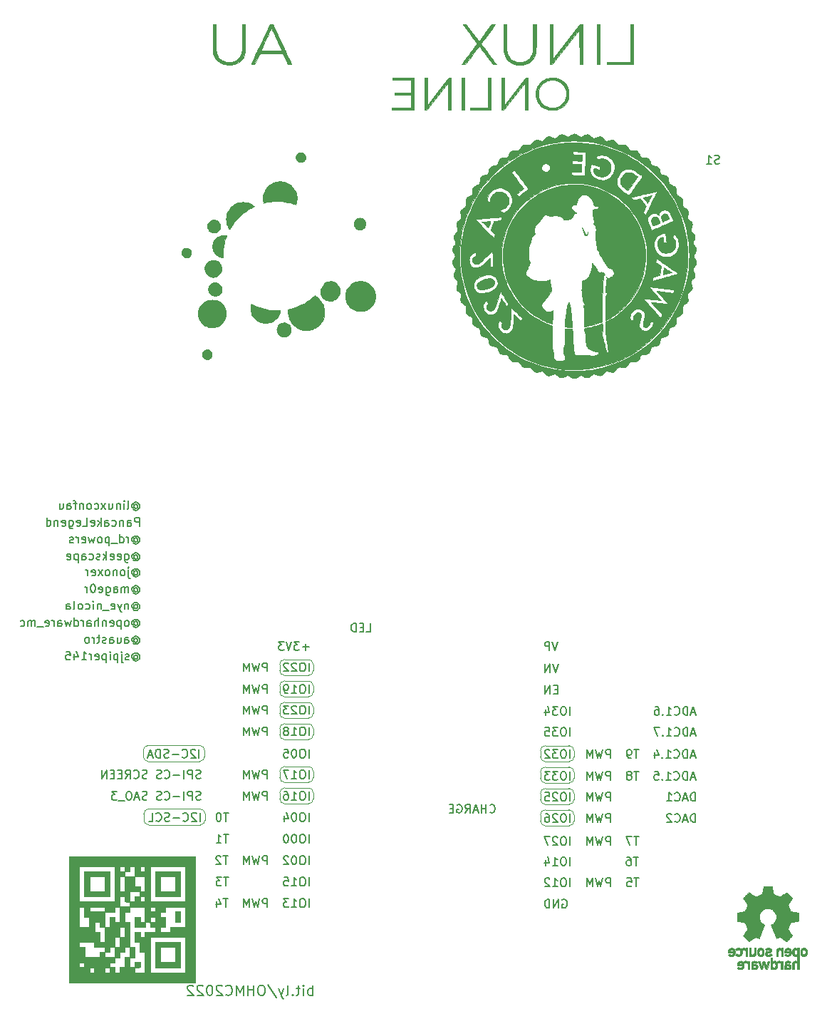
<source format=gbo>
%TF.GenerationSoftware,KiCad,Pcbnew,5.1.10-88a1d61d58~88~ubuntu18.04.1*%
%TF.CreationDate,2021-09-11T11:40:16+10:00*%
%TF.ProjectId,swag-badge,73776167-2d62-4616-9467-652e6b696361,rev?*%
%TF.SameCoordinates,PX405f7e0PYfa3044a0*%
%TF.FileFunction,Legend,Bot*%
%TF.FilePolarity,Positive*%
%FSLAX46Y46*%
G04 Gerber Fmt 4.6, Leading zero omitted, Abs format (unit mm)*
G04 Created by KiCad (PCBNEW 5.1.10-88a1d61d58~88~ubuntu18.04.1) date 2021-09-11 11:40:16*
%MOMM*%
%LPD*%
G01*
G04 APERTURE LIST*
%ADD10C,0.150000*%
%ADD11C,0.200000*%
%ADD12C,0.120000*%
%ADD13C,0.010000*%
%ADD14C,1.598000*%
%ADD15O,1.700000X2.300000*%
%ADD16O,14.100000X3.100000*%
%ADD17C,4.900000*%
%ADD18O,2.500000X1.700000*%
G04 APERTURE END LIST*
D10*
X-102307023Y43773809D02*
X-102259404Y43821428D01*
X-102164166Y43869047D01*
X-102068928Y43869047D01*
X-101973690Y43821428D01*
X-101926071Y43773809D01*
X-101878452Y43678571D01*
X-101878452Y43583333D01*
X-101926071Y43488095D01*
X-101973690Y43440476D01*
X-102068928Y43392857D01*
X-102164166Y43392857D01*
X-102259404Y43440476D01*
X-102307023Y43488095D01*
X-102307023Y43869047D02*
X-102307023Y43488095D01*
X-102354642Y43440476D01*
X-102402261Y43440476D01*
X-102497500Y43488095D01*
X-102545119Y43583333D01*
X-102545119Y43821428D01*
X-102449881Y43964285D01*
X-102307023Y44059523D01*
X-102116547Y44107142D01*
X-101926071Y44059523D01*
X-101783214Y43964285D01*
X-101687976Y43821428D01*
X-101640357Y43630952D01*
X-101687976Y43440476D01*
X-101783214Y43297619D01*
X-101926071Y43202380D01*
X-102116547Y43154761D01*
X-102307023Y43202380D01*
X-102449881Y43297619D01*
X-102926071Y43345238D02*
X-103021309Y43297619D01*
X-103211785Y43297619D01*
X-103307023Y43345238D01*
X-103354642Y43440476D01*
X-103354642Y43488095D01*
X-103307023Y43583333D01*
X-103211785Y43630952D01*
X-103068928Y43630952D01*
X-102973690Y43678571D01*
X-102926071Y43773809D01*
X-102926071Y43821428D01*
X-102973690Y43916666D01*
X-103068928Y43964285D01*
X-103211785Y43964285D01*
X-103307023Y43916666D01*
X-103783214Y43964285D02*
X-103783214Y43107142D01*
X-103735595Y43011904D01*
X-103640357Y42964285D01*
X-103592738Y42964285D01*
X-103783214Y44297619D02*
X-103735595Y44250000D01*
X-103783214Y44202380D01*
X-103830833Y44250000D01*
X-103783214Y44297619D01*
X-103783214Y44202380D01*
X-104259404Y43964285D02*
X-104259404Y42964285D01*
X-104259404Y43916666D02*
X-104354642Y43964285D01*
X-104545119Y43964285D01*
X-104640357Y43916666D01*
X-104687976Y43869047D01*
X-104735595Y43773809D01*
X-104735595Y43488095D01*
X-104687976Y43392857D01*
X-104640357Y43345238D01*
X-104545119Y43297619D01*
X-104354642Y43297619D01*
X-104259404Y43345238D01*
X-105164166Y43297619D02*
X-105164166Y43964285D01*
X-105164166Y44297619D02*
X-105116547Y44250000D01*
X-105164166Y44202380D01*
X-105211785Y44250000D01*
X-105164166Y44297619D01*
X-105164166Y44202380D01*
X-105640357Y43964285D02*
X-105640357Y42964285D01*
X-105640357Y43916666D02*
X-105735595Y43964285D01*
X-105926071Y43964285D01*
X-106021309Y43916666D01*
X-106068928Y43869047D01*
X-106116547Y43773809D01*
X-106116547Y43488095D01*
X-106068928Y43392857D01*
X-106021309Y43345238D01*
X-105926071Y43297619D01*
X-105735595Y43297619D01*
X-105640357Y43345238D01*
X-106926071Y43345238D02*
X-106830833Y43297619D01*
X-106640357Y43297619D01*
X-106545119Y43345238D01*
X-106497500Y43440476D01*
X-106497500Y43821428D01*
X-106545119Y43916666D01*
X-106640357Y43964285D01*
X-106830833Y43964285D01*
X-106926071Y43916666D01*
X-106973690Y43821428D01*
X-106973690Y43726190D01*
X-106497500Y43630952D01*
X-107402261Y43297619D02*
X-107402261Y43964285D01*
X-107402261Y43773809D02*
X-107449881Y43869047D01*
X-107497500Y43916666D01*
X-107592738Y43964285D01*
X-107687976Y43964285D01*
X-108545119Y43297619D02*
X-107973690Y43297619D01*
X-108259404Y43297619D02*
X-108259404Y44297619D01*
X-108164166Y44154761D01*
X-108068928Y44059523D01*
X-107973690Y44011904D01*
X-109402261Y43964285D02*
X-109402261Y43297619D01*
X-109164166Y44345238D02*
X-108926071Y43630952D01*
X-109545119Y43630952D01*
X-110402261Y44297619D02*
X-109926071Y44297619D01*
X-109878452Y43821428D01*
X-109926071Y43869047D01*
X-110021309Y43916666D01*
X-110259404Y43916666D01*
X-110354642Y43869047D01*
X-110402261Y43821428D01*
X-110449881Y43726190D01*
X-110449881Y43488095D01*
X-110402261Y43392857D01*
X-110354642Y43345238D01*
X-110259404Y43297619D01*
X-110021309Y43297619D01*
X-109926071Y43345238D01*
X-109878452Y43392857D01*
X-102307023Y45773809D02*
X-102259404Y45821428D01*
X-102164166Y45869047D01*
X-102068928Y45869047D01*
X-101973690Y45821428D01*
X-101926071Y45773809D01*
X-101878452Y45678571D01*
X-101878452Y45583333D01*
X-101926071Y45488095D01*
X-101973690Y45440476D01*
X-102068928Y45392857D01*
X-102164166Y45392857D01*
X-102259404Y45440476D01*
X-102307023Y45488095D01*
X-102307023Y45869047D02*
X-102307023Y45488095D01*
X-102354642Y45440476D01*
X-102402261Y45440476D01*
X-102497500Y45488095D01*
X-102545119Y45583333D01*
X-102545119Y45821428D01*
X-102449881Y45964285D01*
X-102307023Y46059523D01*
X-102116547Y46107142D01*
X-101926071Y46059523D01*
X-101783214Y45964285D01*
X-101687976Y45821428D01*
X-101640357Y45630952D01*
X-101687976Y45440476D01*
X-101783214Y45297619D01*
X-101926071Y45202380D01*
X-102116547Y45154761D01*
X-102307023Y45202380D01*
X-102449881Y45297619D01*
X-103402261Y45297619D02*
X-103402261Y45821428D01*
X-103354642Y45916666D01*
X-103259404Y45964285D01*
X-103068928Y45964285D01*
X-102973690Y45916666D01*
X-103402261Y45345238D02*
X-103307023Y45297619D01*
X-103068928Y45297619D01*
X-102973690Y45345238D01*
X-102926071Y45440476D01*
X-102926071Y45535714D01*
X-102973690Y45630952D01*
X-103068928Y45678571D01*
X-103307023Y45678571D01*
X-103402261Y45726190D01*
X-104307023Y45964285D02*
X-104307023Y45297619D01*
X-103878452Y45964285D02*
X-103878452Y45440476D01*
X-103926071Y45345238D01*
X-104021309Y45297619D01*
X-104164166Y45297619D01*
X-104259404Y45345238D01*
X-104307023Y45392857D01*
X-105211785Y45297619D02*
X-105211785Y45821428D01*
X-105164166Y45916666D01*
X-105068928Y45964285D01*
X-104878452Y45964285D01*
X-104783214Y45916666D01*
X-105211785Y45345238D02*
X-105116547Y45297619D01*
X-104878452Y45297619D01*
X-104783214Y45345238D01*
X-104735595Y45440476D01*
X-104735595Y45535714D01*
X-104783214Y45630952D01*
X-104878452Y45678571D01*
X-105116547Y45678571D01*
X-105211785Y45726190D01*
X-105640357Y45345238D02*
X-105735595Y45297619D01*
X-105926071Y45297619D01*
X-106021309Y45345238D01*
X-106068928Y45440476D01*
X-106068928Y45488095D01*
X-106021309Y45583333D01*
X-105926071Y45630952D01*
X-105783214Y45630952D01*
X-105687976Y45678571D01*
X-105640357Y45773809D01*
X-105640357Y45821428D01*
X-105687976Y45916666D01*
X-105783214Y45964285D01*
X-105926071Y45964285D01*
X-106021309Y45916666D01*
X-106354642Y45964285D02*
X-106735595Y45964285D01*
X-106497500Y46297619D02*
X-106497500Y45440476D01*
X-106545119Y45345238D01*
X-106640357Y45297619D01*
X-106735595Y45297619D01*
X-107068928Y45297619D02*
X-107068928Y45964285D01*
X-107068928Y45773809D02*
X-107116547Y45869047D01*
X-107164166Y45916666D01*
X-107259404Y45964285D01*
X-107354642Y45964285D01*
X-107830833Y45297619D02*
X-107735595Y45345238D01*
X-107687976Y45392857D01*
X-107640357Y45488095D01*
X-107640357Y45773809D01*
X-107687976Y45869047D01*
X-107735595Y45916666D01*
X-107830833Y45964285D01*
X-107973690Y45964285D01*
X-108068928Y45916666D01*
X-108116547Y45869047D01*
X-108164166Y45773809D01*
X-108164166Y45488095D01*
X-108116547Y45392857D01*
X-108068928Y45345238D01*
X-107973690Y45297619D01*
X-107830833Y45297619D01*
D11*
X-81099999Y3457142D02*
X-81099999Y4657142D01*
X-81099999Y4200000D02*
X-81214285Y4257142D01*
X-81442857Y4257142D01*
X-81557142Y4200000D01*
X-81614285Y4142857D01*
X-81671428Y4028571D01*
X-81671428Y3685714D01*
X-81614285Y3571428D01*
X-81557142Y3514285D01*
X-81442857Y3457142D01*
X-81214285Y3457142D01*
X-81099999Y3514285D01*
X-82185714Y3457142D02*
X-82185714Y4257142D01*
X-82185714Y4657142D02*
X-82128571Y4600000D01*
X-82185714Y4542857D01*
X-82242857Y4600000D01*
X-82185714Y4657142D01*
X-82185714Y4542857D01*
X-82585714Y4257142D02*
X-83042857Y4257142D01*
X-82757142Y4657142D02*
X-82757142Y3628571D01*
X-82814285Y3514285D01*
X-82928571Y3457142D01*
X-83042857Y3457142D01*
X-83442857Y3571428D02*
X-83499999Y3514285D01*
X-83442857Y3457142D01*
X-83385714Y3514285D01*
X-83442857Y3571428D01*
X-83442857Y3457142D01*
X-84185714Y3457142D02*
X-84071428Y3514285D01*
X-84014285Y3628571D01*
X-84014285Y4657142D01*
X-84528571Y4257142D02*
X-84814285Y3457142D01*
X-85100000Y4257142D02*
X-84814285Y3457142D01*
X-84700000Y3171428D01*
X-84642857Y3114285D01*
X-84528571Y3057142D01*
X-86414285Y4714285D02*
X-85385714Y3171428D01*
X-87042857Y4657142D02*
X-87271428Y4657142D01*
X-87385714Y4600000D01*
X-87499999Y4485714D01*
X-87557142Y4257142D01*
X-87557142Y3857142D01*
X-87499999Y3628571D01*
X-87385714Y3514285D01*
X-87271428Y3457142D01*
X-87042857Y3457142D01*
X-86928571Y3514285D01*
X-86814285Y3628571D01*
X-86757142Y3857142D01*
X-86757142Y4257142D01*
X-86814285Y4485714D01*
X-86928571Y4600000D01*
X-87042857Y4657142D01*
X-88071428Y3457142D02*
X-88071428Y4657142D01*
X-88071428Y4085714D02*
X-88757142Y4085714D01*
X-88757142Y3457142D02*
X-88757142Y4657142D01*
X-89328571Y3457142D02*
X-89328571Y4657142D01*
X-89728571Y3800000D01*
X-90128571Y4657142D01*
X-90128571Y3457142D01*
X-91385714Y3571428D02*
X-91328571Y3514285D01*
X-91157142Y3457142D01*
X-91042857Y3457142D01*
X-90871428Y3514285D01*
X-90757142Y3628571D01*
X-90699999Y3742857D01*
X-90642857Y3971428D01*
X-90642857Y4142857D01*
X-90699999Y4371428D01*
X-90757142Y4485714D01*
X-90871428Y4600000D01*
X-91042857Y4657142D01*
X-91157142Y4657142D01*
X-91328571Y4600000D01*
X-91385714Y4542857D01*
X-91842857Y4542857D02*
X-91899999Y4600000D01*
X-92014285Y4657142D01*
X-92299999Y4657142D01*
X-92414285Y4600000D01*
X-92471428Y4542857D01*
X-92528571Y4428571D01*
X-92528571Y4314285D01*
X-92471428Y4142857D01*
X-91785714Y3457142D01*
X-92528571Y3457142D01*
X-93271428Y4657142D02*
X-93385714Y4657142D01*
X-93499999Y4600000D01*
X-93557142Y4542857D01*
X-93614285Y4428571D01*
X-93671428Y4200000D01*
X-93671428Y3914285D01*
X-93614285Y3685714D01*
X-93557142Y3571428D01*
X-93499999Y3514285D01*
X-93385714Y3457142D01*
X-93271428Y3457142D01*
X-93157142Y3514285D01*
X-93099999Y3571428D01*
X-93042857Y3685714D01*
X-92985714Y3914285D01*
X-92985714Y4200000D01*
X-93042857Y4428571D01*
X-93099999Y4542857D01*
X-93157142Y4600000D01*
X-93271428Y4657142D01*
X-94128571Y4542857D02*
X-94185714Y4600000D01*
X-94299999Y4657142D01*
X-94585714Y4657142D01*
X-94699999Y4600000D01*
X-94757142Y4542857D01*
X-94814285Y4428571D01*
X-94814285Y4314285D01*
X-94757142Y4142857D01*
X-94071428Y3457142D01*
X-94814285Y3457142D01*
X-95271428Y4542857D02*
X-95328571Y4600000D01*
X-95442857Y4657142D01*
X-95728571Y4657142D01*
X-95842857Y4600000D01*
X-95899999Y4542857D01*
X-95957142Y4428571D01*
X-95957142Y4314285D01*
X-95899999Y4142857D01*
X-95214285Y3457142D01*
X-95957142Y3457142D01*
D12*
X-81000000Y26800000D02*
X-81000000Y27500000D01*
X-85000000Y27500000D02*
X-85000000Y26800000D01*
X-54015000Y32510000D02*
G75*
G02*
X-53415000Y33110000I600000J0D01*
G01*
X-50015000Y31810000D02*
G75*
G02*
X-50615000Y31210000I-600000J0D01*
G01*
X-53415000Y31210000D02*
G75*
G02*
X-54015000Y31810000I0J600000D01*
G01*
X-81600000Y30640000D02*
G75*
G02*
X-81000000Y30040000I0J-600000D01*
G01*
X-50615000Y31210000D02*
X-53415000Y31210000D01*
X-81600000Y28100000D02*
G75*
G02*
X-81000000Y27500000I0J-600000D01*
G01*
X-84400000Y28740000D02*
G75*
G02*
X-85000000Y29340000I0J600000D01*
G01*
X-54015000Y32510000D02*
X-54015000Y31810000D01*
X-85000000Y30040000D02*
X-85000000Y29340000D01*
X-53415000Y33110000D02*
X-50615000Y33110000D01*
X-50015000Y31810000D02*
X-50015000Y32510000D01*
X-50615000Y33110000D02*
G75*
G02*
X-50015000Y32510000I0J-600000D01*
G01*
X-54015000Y24890000D02*
X-54015000Y24190000D01*
X-85000000Y27500000D02*
G75*
G02*
X-84400000Y28100000I600000J0D01*
G01*
X-81000000Y29340000D02*
X-81000000Y30040000D01*
X-81600000Y26200000D02*
X-84400000Y26200000D01*
X-81600000Y28740000D02*
X-84400000Y28740000D01*
X-84400000Y28100000D02*
X-81600000Y28100000D01*
X-85000000Y30040000D02*
G75*
G02*
X-84400000Y30640000I600000J0D01*
G01*
X-84400000Y26200000D02*
G75*
G02*
X-85000000Y26800000I0J600000D01*
G01*
X-81000000Y29340000D02*
G75*
G02*
X-81600000Y28740000I-600000J0D01*
G01*
X-81000000Y26800000D02*
G75*
G02*
X-81600000Y26200000I-600000J0D01*
G01*
X-84400000Y30640000D02*
X-81600000Y30640000D01*
D10*
X-74717142Y46627619D02*
X-74240952Y46627619D01*
X-74240952Y47627619D01*
X-75050476Y47151428D02*
X-75383809Y47151428D01*
X-75526666Y46627619D02*
X-75050476Y46627619D01*
X-75050476Y47627619D01*
X-75526666Y47627619D01*
X-75955238Y46627619D02*
X-75955238Y47627619D01*
X-76193333Y47627619D01*
X-76336190Y47580000D01*
X-76431428Y47484761D01*
X-76479047Y47389523D01*
X-76526666Y47199047D01*
X-76526666Y47056190D01*
X-76479047Y46865714D01*
X-76431428Y46770476D01*
X-76336190Y46675238D01*
X-76193333Y46627619D01*
X-75955238Y46627619D01*
X-60034762Y25232857D02*
X-59987143Y25185238D01*
X-59844286Y25137619D01*
X-59749048Y25137619D01*
X-59606191Y25185238D01*
X-59510953Y25280476D01*
X-59463334Y25375714D01*
X-59415715Y25566190D01*
X-59415715Y25709047D01*
X-59463334Y25899523D01*
X-59510953Y25994761D01*
X-59606191Y26090000D01*
X-59749048Y26137619D01*
X-59844286Y26137619D01*
X-59987143Y26090000D01*
X-60034762Y26042380D01*
X-60463334Y25137619D02*
X-60463334Y26137619D01*
X-60463334Y25661428D02*
X-61034762Y25661428D01*
X-61034762Y25137619D02*
X-61034762Y26137619D01*
X-61463334Y25423333D02*
X-61939524Y25423333D01*
X-61368096Y25137619D02*
X-61701429Y26137619D01*
X-62034762Y25137619D01*
X-62939524Y25137619D02*
X-62606191Y25613809D01*
X-62368096Y25137619D02*
X-62368096Y26137619D01*
X-62749048Y26137619D01*
X-62844286Y26090000D01*
X-62891905Y26042380D01*
X-62939524Y25947142D01*
X-62939524Y25804285D01*
X-62891905Y25709047D01*
X-62844286Y25661428D01*
X-62749048Y25613809D01*
X-62368096Y25613809D01*
X-63891905Y26090000D02*
X-63796667Y26137619D01*
X-63653810Y26137619D01*
X-63510953Y26090000D01*
X-63415715Y25994761D01*
X-63368096Y25899523D01*
X-63320477Y25709047D01*
X-63320477Y25566190D01*
X-63368096Y25375714D01*
X-63415715Y25280476D01*
X-63510953Y25185238D01*
X-63653810Y25137619D01*
X-63749048Y25137619D01*
X-63891905Y25185238D01*
X-63939524Y25232857D01*
X-63939524Y25566190D01*
X-63749048Y25566190D01*
X-64368096Y25661428D02*
X-64701429Y25661428D01*
X-64844286Y25137619D02*
X-64368096Y25137619D01*
X-64368096Y26137619D01*
X-64844286Y26137619D01*
D12*
X-54015000Y24890000D02*
G75*
G02*
X-53415000Y25490000I600000J0D01*
G01*
X-50615000Y28030000D02*
G75*
G02*
X-50015000Y27430000I0J-600000D01*
G01*
X-50615000Y23590000D02*
X-53415000Y23590000D01*
X-54015000Y27430000D02*
G75*
G02*
X-53415000Y28030000I600000J0D01*
G01*
X-50615000Y25490000D02*
G75*
G02*
X-50015000Y24890000I0J-600000D01*
G01*
X-54015000Y27430000D02*
X-54015000Y26730000D01*
X-53415000Y26130000D02*
G75*
G02*
X-54015000Y26730000I0J600000D01*
G01*
X-53415000Y25490000D02*
X-50615000Y25490000D01*
X-50015000Y26730000D02*
G75*
G02*
X-50615000Y26130000I-600000J0D01*
G01*
X-54015000Y29970000D02*
X-54015000Y29270000D01*
X-54015000Y29970000D02*
G75*
G02*
X-53415000Y30570000I600000J0D01*
G01*
X-50015000Y24190000D02*
X-50015000Y24890000D01*
X-50015000Y24190000D02*
G75*
G02*
X-50615000Y23590000I-600000J0D01*
G01*
X-50615000Y30570000D02*
G75*
G02*
X-50015000Y29970000I0J-600000D01*
G01*
X-50015000Y29270000D02*
G75*
G02*
X-50615000Y28670000I-600000J0D01*
G01*
X-50615000Y28670000D02*
X-53415000Y28670000D01*
X-50015000Y29270000D02*
X-50015000Y29970000D01*
X-53415000Y23590000D02*
G75*
G02*
X-54015000Y24190000I0J600000D01*
G01*
X-50015000Y26730000D02*
X-50015000Y27430000D01*
X-53415000Y28030000D02*
X-50615000Y28030000D01*
X-53415000Y28670000D02*
G75*
G02*
X-54015000Y29270000I0J600000D01*
G01*
X-53415000Y30570000D02*
X-50615000Y30570000D01*
X-50615000Y26130000D02*
X-53415000Y26130000D01*
X-81610000Y40800000D02*
G75*
G02*
X-81010000Y40200000I0J-600000D01*
G01*
X-81010000Y42040000D02*
X-81010000Y42740000D01*
X-85010000Y35120000D02*
X-85010000Y34420000D01*
X-81610000Y41440000D02*
X-84410000Y41440000D01*
X-81010000Y36960000D02*
G75*
G02*
X-81610000Y36360000I-600000J0D01*
G01*
X-85010000Y42740000D02*
G75*
G02*
X-84410000Y43340000I600000J0D01*
G01*
X-81010000Y34420000D02*
G75*
G02*
X-81610000Y33820000I-600000J0D01*
G01*
X-81010000Y39500000D02*
G75*
G02*
X-81610000Y38900000I-600000J0D01*
G01*
X-81610000Y38260000D02*
G75*
G02*
X-81010000Y37660000I0J-600000D01*
G01*
X-81010000Y42040000D02*
G75*
G02*
X-81610000Y41440000I-600000J0D01*
G01*
X-81010000Y36960000D02*
X-81010000Y37660000D01*
X-85010000Y40200000D02*
G75*
G02*
X-84410000Y40800000I600000J0D01*
G01*
X-84410000Y36360000D02*
G75*
G02*
X-85010000Y36960000I0J600000D01*
G01*
X-84410000Y33820000D02*
G75*
G02*
X-85010000Y34420000I0J600000D01*
G01*
X-81610000Y43340000D02*
G75*
G02*
X-81010000Y42740000I0J-600000D01*
G01*
X-85010000Y42740000D02*
X-85010000Y42040000D01*
X-84410000Y38900000D02*
G75*
G02*
X-85010000Y39500000I0J600000D01*
G01*
X-84410000Y38260000D02*
X-81610000Y38260000D01*
X-84410000Y41440000D02*
G75*
G02*
X-85010000Y42040000I0J600000D01*
G01*
X-85010000Y37660000D02*
X-85010000Y36960000D01*
X-84410000Y35720000D02*
X-81610000Y35720000D01*
X-81010000Y34420000D02*
X-81010000Y35120000D01*
X-84410000Y43340000D02*
X-81610000Y43340000D01*
X-101220000Y32540000D02*
X-101220000Y31840000D01*
X-81610000Y33820000D02*
X-84410000Y33820000D01*
X-94520000Y33140000D02*
G75*
G02*
X-93920000Y32540000I0J-600000D01*
G01*
X-93920000Y31840000D02*
G75*
G02*
X-94520000Y31240000I-600000J0D01*
G01*
X-101220000Y32540000D02*
G75*
G02*
X-100620000Y33140000I600000J0D01*
G01*
X-93860000Y24300000D02*
G75*
G02*
X-94460000Y23700000I-600000J0D01*
G01*
X-93920000Y31840000D02*
X-93920000Y32540000D01*
X-94520000Y33140000D02*
X-100620000Y33140000D01*
X-101160000Y25000000D02*
G75*
G02*
X-100560000Y25600000I600000J0D01*
G01*
X-93860000Y24300000D02*
X-93860000Y25000000D01*
X-85010000Y40200000D02*
X-85010000Y39500000D01*
X-100560000Y23700000D02*
G75*
G02*
X-101160000Y24300000I0J600000D01*
G01*
X-84410000Y40800000D02*
X-81610000Y40800000D01*
X-81610000Y38900000D02*
X-84410000Y38900000D01*
X-85010000Y37660000D02*
G75*
G02*
X-84410000Y38260000I600000J0D01*
G01*
X-81610000Y36360000D02*
X-84410000Y36360000D01*
X-85010000Y35120000D02*
G75*
G02*
X-84410000Y35720000I600000J0D01*
G01*
X-81010000Y39500000D02*
X-81010000Y40200000D01*
X-94460000Y25600000D02*
G75*
G02*
X-93860000Y25000000I0J-600000D01*
G01*
X-94460000Y23700000D02*
X-100560000Y23700000D01*
X-94460000Y25600000D02*
X-100560000Y25600000D01*
X-81610000Y35720000D02*
G75*
G02*
X-81010000Y35120000I0J-600000D01*
G01*
X-101160000Y25000000D02*
X-101160000Y24300000D01*
X-100620000Y31240000D02*
G75*
G02*
X-101220000Y31840000I0J600000D01*
G01*
X-94520000Y31240000D02*
X-100620000Y31240000D01*
D10*
X-102307023Y47773809D02*
X-102259404Y47821428D01*
X-102164166Y47869047D01*
X-102068928Y47869047D01*
X-101973690Y47821428D01*
X-101926071Y47773809D01*
X-101878452Y47678571D01*
X-101878452Y47583333D01*
X-101926071Y47488095D01*
X-101973690Y47440476D01*
X-102068928Y47392857D01*
X-102164166Y47392857D01*
X-102259404Y47440476D01*
X-102307023Y47488095D01*
X-102307023Y47869047D02*
X-102307023Y47488095D01*
X-102354642Y47440476D01*
X-102402261Y47440476D01*
X-102497500Y47488095D01*
X-102545119Y47583333D01*
X-102545119Y47821428D01*
X-102449881Y47964285D01*
X-102307023Y48059523D01*
X-102116547Y48107142D01*
X-101926071Y48059523D01*
X-101783214Y47964285D01*
X-101687976Y47821428D01*
X-101640357Y47630952D01*
X-101687976Y47440476D01*
X-101783214Y47297619D01*
X-101926071Y47202380D01*
X-102116547Y47154761D01*
X-102307023Y47202380D01*
X-102449881Y47297619D01*
X-103116547Y47297619D02*
X-103021309Y47345238D01*
X-102973690Y47392857D01*
X-102926071Y47488095D01*
X-102926071Y47773809D01*
X-102973690Y47869047D01*
X-103021309Y47916666D01*
X-103116547Y47964285D01*
X-103259404Y47964285D01*
X-103354642Y47916666D01*
X-103402261Y47869047D01*
X-103449881Y47773809D01*
X-103449881Y47488095D01*
X-103402261Y47392857D01*
X-103354642Y47345238D01*
X-103259404Y47297619D01*
X-103116547Y47297619D01*
X-103878452Y47964285D02*
X-103878452Y46964285D01*
X-103878452Y47916666D02*
X-103973690Y47964285D01*
X-104164166Y47964285D01*
X-104259404Y47916666D01*
X-104307023Y47869047D01*
X-104354642Y47773809D01*
X-104354642Y47488095D01*
X-104307023Y47392857D01*
X-104259404Y47345238D01*
X-104164166Y47297619D01*
X-103973690Y47297619D01*
X-103878452Y47345238D01*
X-105164166Y47345238D02*
X-105068928Y47297619D01*
X-104878452Y47297619D01*
X-104783214Y47345238D01*
X-104735595Y47440476D01*
X-104735595Y47821428D01*
X-104783214Y47916666D01*
X-104878452Y47964285D01*
X-105068928Y47964285D01*
X-105164166Y47916666D01*
X-105211785Y47821428D01*
X-105211785Y47726190D01*
X-104735595Y47630952D01*
X-105640357Y47964285D02*
X-105640357Y47297619D01*
X-105640357Y47869047D02*
X-105687976Y47916666D01*
X-105783214Y47964285D01*
X-105926071Y47964285D01*
X-106021309Y47916666D01*
X-106068928Y47821428D01*
X-106068928Y47297619D01*
X-106545119Y47297619D02*
X-106545119Y48297619D01*
X-106973690Y47297619D02*
X-106973690Y47821428D01*
X-106926071Y47916666D01*
X-106830833Y47964285D01*
X-106687976Y47964285D01*
X-106592738Y47916666D01*
X-106545119Y47869047D01*
X-107878452Y47297619D02*
X-107878452Y47821428D01*
X-107830833Y47916666D01*
X-107735595Y47964285D01*
X-107545119Y47964285D01*
X-107449881Y47916666D01*
X-107878452Y47345238D02*
X-107783214Y47297619D01*
X-107545119Y47297619D01*
X-107449881Y47345238D01*
X-107402261Y47440476D01*
X-107402261Y47535714D01*
X-107449881Y47630952D01*
X-107545119Y47678571D01*
X-107783214Y47678571D01*
X-107878452Y47726190D01*
X-108354642Y47297619D02*
X-108354642Y47964285D01*
X-108354642Y47773809D02*
X-108402261Y47869047D01*
X-108449880Y47916666D01*
X-108545119Y47964285D01*
X-108640357Y47964285D01*
X-109402261Y47297619D02*
X-109402261Y48297619D01*
X-109402261Y47345238D02*
X-109307023Y47297619D01*
X-109116547Y47297619D01*
X-109021309Y47345238D01*
X-108973690Y47392857D01*
X-108926071Y47488095D01*
X-108926071Y47773809D01*
X-108973690Y47869047D01*
X-109021309Y47916666D01*
X-109116547Y47964285D01*
X-109307023Y47964285D01*
X-109402261Y47916666D01*
X-109783214Y47964285D02*
X-109973690Y47297619D01*
X-110164166Y47773809D01*
X-110354642Y47297619D01*
X-110545119Y47964285D01*
X-111354642Y47297619D02*
X-111354642Y47821428D01*
X-111307023Y47916666D01*
X-111211785Y47964285D01*
X-111021309Y47964285D01*
X-110926071Y47916666D01*
X-111354642Y47345238D02*
X-111259404Y47297619D01*
X-111021309Y47297619D01*
X-110926071Y47345238D01*
X-110878452Y47440476D01*
X-110878452Y47535714D01*
X-110926071Y47630952D01*
X-111021309Y47678571D01*
X-111259404Y47678571D01*
X-111354642Y47726190D01*
X-111830833Y47297619D02*
X-111830833Y47964285D01*
X-111830833Y47773809D02*
X-111878452Y47869047D01*
X-111926071Y47916666D01*
X-112021309Y47964285D01*
X-112116547Y47964285D01*
X-112830833Y47345238D02*
X-112735595Y47297619D01*
X-112545119Y47297619D01*
X-112449880Y47345238D01*
X-112402261Y47440476D01*
X-112402261Y47821428D01*
X-112449880Y47916666D01*
X-112545119Y47964285D01*
X-112735595Y47964285D01*
X-112830833Y47916666D01*
X-112878452Y47821428D01*
X-112878452Y47726190D01*
X-112402261Y47630952D01*
X-113068928Y47202380D02*
X-113830833Y47202380D01*
X-114068928Y47297619D02*
X-114068928Y47964285D01*
X-114068928Y47869047D02*
X-114116547Y47916666D01*
X-114211785Y47964285D01*
X-114354642Y47964285D01*
X-114449880Y47916666D01*
X-114497500Y47821428D01*
X-114497500Y47297619D01*
X-114497500Y47821428D02*
X-114545119Y47916666D01*
X-114640357Y47964285D01*
X-114783214Y47964285D01*
X-114878452Y47916666D01*
X-114926071Y47821428D01*
X-114926071Y47297619D01*
X-115830833Y47345238D02*
X-115735595Y47297619D01*
X-115545119Y47297619D01*
X-115449880Y47345238D01*
X-115402261Y47392857D01*
X-115354642Y47488095D01*
X-115354642Y47773809D01*
X-115402261Y47869047D01*
X-115449880Y47916666D01*
X-115545119Y47964285D01*
X-115735595Y47964285D01*
X-115830833Y47916666D01*
X-102307023Y49773809D02*
X-102259404Y49821428D01*
X-102164166Y49869047D01*
X-102068928Y49869047D01*
X-101973690Y49821428D01*
X-101926071Y49773809D01*
X-101878452Y49678571D01*
X-101878452Y49583333D01*
X-101926071Y49488095D01*
X-101973690Y49440476D01*
X-102068928Y49392857D01*
X-102164166Y49392857D01*
X-102259404Y49440476D01*
X-102307023Y49488095D01*
X-102307023Y49869047D02*
X-102307023Y49488095D01*
X-102354642Y49440476D01*
X-102402261Y49440476D01*
X-102497500Y49488095D01*
X-102545119Y49583333D01*
X-102545119Y49821428D01*
X-102449881Y49964285D01*
X-102307023Y50059523D01*
X-102116547Y50107142D01*
X-101926071Y50059523D01*
X-101783214Y49964285D01*
X-101687976Y49821428D01*
X-101640357Y49630952D01*
X-101687976Y49440476D01*
X-101783214Y49297619D01*
X-101926071Y49202380D01*
X-102116547Y49154761D01*
X-102307023Y49202380D01*
X-102449881Y49297619D01*
X-102973690Y49964285D02*
X-102973690Y49297619D01*
X-102973690Y49869047D02*
X-103021309Y49916666D01*
X-103116547Y49964285D01*
X-103259404Y49964285D01*
X-103354642Y49916666D01*
X-103402261Y49821428D01*
X-103402261Y49297619D01*
X-103783214Y49964285D02*
X-104021309Y49297619D01*
X-104259404Y49964285D02*
X-104021309Y49297619D01*
X-103926071Y49059523D01*
X-103878452Y49011904D01*
X-103783214Y48964285D01*
X-105021309Y49345238D02*
X-104926071Y49297619D01*
X-104735595Y49297619D01*
X-104640357Y49345238D01*
X-104592738Y49440476D01*
X-104592738Y49821428D01*
X-104640357Y49916666D01*
X-104735595Y49964285D01*
X-104926071Y49964285D01*
X-105021309Y49916666D01*
X-105068928Y49821428D01*
X-105068928Y49726190D01*
X-104592738Y49630952D01*
X-105259404Y49202380D02*
X-106021309Y49202380D01*
X-106259404Y49964285D02*
X-106259404Y49297619D01*
X-106259404Y49869047D02*
X-106307023Y49916666D01*
X-106402261Y49964285D01*
X-106545119Y49964285D01*
X-106640357Y49916666D01*
X-106687976Y49821428D01*
X-106687976Y49297619D01*
X-107164166Y49297619D02*
X-107164166Y49964285D01*
X-107164166Y50297619D02*
X-107116547Y50250000D01*
X-107164166Y50202380D01*
X-107211785Y50250000D01*
X-107164166Y50297619D01*
X-107164166Y50202380D01*
X-108068928Y49345238D02*
X-107973690Y49297619D01*
X-107783214Y49297619D01*
X-107687976Y49345238D01*
X-107640357Y49392857D01*
X-107592738Y49488095D01*
X-107592738Y49773809D01*
X-107640357Y49869047D01*
X-107687976Y49916666D01*
X-107783214Y49964285D01*
X-107973690Y49964285D01*
X-108068928Y49916666D01*
X-108640357Y49297619D02*
X-108545119Y49345238D01*
X-108497500Y49392857D01*
X-108449881Y49488095D01*
X-108449881Y49773809D01*
X-108497500Y49869047D01*
X-108545119Y49916666D01*
X-108640357Y49964285D01*
X-108783214Y49964285D01*
X-108878452Y49916666D01*
X-108926071Y49869047D01*
X-108973690Y49773809D01*
X-108973690Y49488095D01*
X-108926071Y49392857D01*
X-108878452Y49345238D01*
X-108783214Y49297619D01*
X-108640357Y49297619D01*
X-109545119Y49297619D02*
X-109449881Y49345238D01*
X-109402261Y49440476D01*
X-109402261Y50297619D01*
X-110354642Y49297619D02*
X-110354642Y49821428D01*
X-110307023Y49916666D01*
X-110211785Y49964285D01*
X-110021309Y49964285D01*
X-109926071Y49916666D01*
X-110354642Y49345238D02*
X-110259404Y49297619D01*
X-110021309Y49297619D01*
X-109926071Y49345238D01*
X-109878452Y49440476D01*
X-109878452Y49535714D01*
X-109926071Y49630952D01*
X-110021309Y49678571D01*
X-110259404Y49678571D01*
X-110354642Y49726190D01*
X-102307023Y51773809D02*
X-102259404Y51821428D01*
X-102164166Y51869047D01*
X-102068928Y51869047D01*
X-101973690Y51821428D01*
X-101926071Y51773809D01*
X-101878452Y51678571D01*
X-101878452Y51583333D01*
X-101926071Y51488095D01*
X-101973690Y51440476D01*
X-102068928Y51392857D01*
X-102164166Y51392857D01*
X-102259404Y51440476D01*
X-102307023Y51488095D01*
X-102307023Y51869047D02*
X-102307023Y51488095D01*
X-102354642Y51440476D01*
X-102402261Y51440476D01*
X-102497500Y51488095D01*
X-102545119Y51583333D01*
X-102545119Y51821428D01*
X-102449881Y51964285D01*
X-102307023Y52059523D01*
X-102116547Y52107142D01*
X-101926071Y52059523D01*
X-101783214Y51964285D01*
X-101687976Y51821428D01*
X-101640357Y51630952D01*
X-101687976Y51440476D01*
X-101783214Y51297619D01*
X-101926071Y51202380D01*
X-102116547Y51154761D01*
X-102307023Y51202380D01*
X-102449881Y51297619D01*
X-102973690Y51297619D02*
X-102973690Y51964285D01*
X-102973690Y51869047D02*
X-103021309Y51916666D01*
X-103116547Y51964285D01*
X-103259404Y51964285D01*
X-103354642Y51916666D01*
X-103402261Y51821428D01*
X-103402261Y51297619D01*
X-103402261Y51821428D02*
X-103449881Y51916666D01*
X-103545119Y51964285D01*
X-103687976Y51964285D01*
X-103783214Y51916666D01*
X-103830833Y51821428D01*
X-103830833Y51297619D01*
X-104735595Y51297619D02*
X-104735595Y51821428D01*
X-104687976Y51916666D01*
X-104592738Y51964285D01*
X-104402261Y51964285D01*
X-104307023Y51916666D01*
X-104735595Y51345238D02*
X-104640357Y51297619D01*
X-104402261Y51297619D01*
X-104307023Y51345238D01*
X-104259404Y51440476D01*
X-104259404Y51535714D01*
X-104307023Y51630952D01*
X-104402261Y51678571D01*
X-104640357Y51678571D01*
X-104735595Y51726190D01*
X-105640357Y51964285D02*
X-105640357Y51154761D01*
X-105592738Y51059523D01*
X-105545119Y51011904D01*
X-105449881Y50964285D01*
X-105307023Y50964285D01*
X-105211785Y51011904D01*
X-105640357Y51345238D02*
X-105545119Y51297619D01*
X-105354642Y51297619D01*
X-105259404Y51345238D01*
X-105211785Y51392857D01*
X-105164166Y51488095D01*
X-105164166Y51773809D01*
X-105211785Y51869047D01*
X-105259404Y51916666D01*
X-105354642Y51964285D01*
X-105545119Y51964285D01*
X-105640357Y51916666D01*
X-106497500Y51345238D02*
X-106402261Y51297619D01*
X-106211785Y51297619D01*
X-106116547Y51345238D01*
X-106068928Y51440476D01*
X-106068928Y51821428D01*
X-106116547Y51916666D01*
X-106211785Y51964285D01*
X-106402261Y51964285D01*
X-106497500Y51916666D01*
X-106545119Y51821428D01*
X-106545119Y51726190D01*
X-106068928Y51630952D01*
X-107164166Y52297619D02*
X-107259404Y52297619D01*
X-107354642Y52250000D01*
X-107402261Y52202380D01*
X-107449881Y52107142D01*
X-107497500Y51916666D01*
X-107497500Y51678571D01*
X-107449881Y51488095D01*
X-107402261Y51392857D01*
X-107354642Y51345238D01*
X-107259404Y51297619D01*
X-107164166Y51297619D01*
X-107068928Y51345238D01*
X-107021309Y51392857D01*
X-106973690Y51488095D01*
X-106926071Y51678571D01*
X-106926071Y51916666D01*
X-106973690Y52107142D01*
X-107021309Y52202380D01*
X-107068928Y52250000D01*
X-107164166Y52297619D01*
X-107926071Y51297619D02*
X-107926071Y51964285D01*
X-107926071Y51773809D02*
X-107973690Y51869047D01*
X-108021309Y51916666D01*
X-108116547Y51964285D01*
X-108211785Y51964285D01*
X-102307023Y53773809D02*
X-102259404Y53821428D01*
X-102164166Y53869047D01*
X-102068928Y53869047D01*
X-101973690Y53821428D01*
X-101926071Y53773809D01*
X-101878452Y53678571D01*
X-101878452Y53583333D01*
X-101926071Y53488095D01*
X-101973690Y53440476D01*
X-102068928Y53392857D01*
X-102164166Y53392857D01*
X-102259404Y53440476D01*
X-102307023Y53488095D01*
X-102307023Y53869047D02*
X-102307023Y53488095D01*
X-102354642Y53440476D01*
X-102402261Y53440476D01*
X-102497500Y53488095D01*
X-102545119Y53583333D01*
X-102545119Y53821428D01*
X-102449881Y53964285D01*
X-102307023Y54059523D01*
X-102116547Y54107142D01*
X-101926071Y54059523D01*
X-101783214Y53964285D01*
X-101687976Y53821428D01*
X-101640357Y53630952D01*
X-101687976Y53440476D01*
X-101783214Y53297619D01*
X-101926071Y53202380D01*
X-102116547Y53154761D01*
X-102307023Y53202380D01*
X-102449881Y53297619D01*
X-102973690Y53964285D02*
X-102973690Y53107142D01*
X-102926071Y53011904D01*
X-102830833Y52964285D01*
X-102783214Y52964285D01*
X-102973690Y54297619D02*
X-102926071Y54250000D01*
X-102973690Y54202380D01*
X-103021309Y54250000D01*
X-102973690Y54297619D01*
X-102973690Y54202380D01*
X-103592738Y53297619D02*
X-103497500Y53345238D01*
X-103449881Y53392857D01*
X-103402261Y53488095D01*
X-103402261Y53773809D01*
X-103449881Y53869047D01*
X-103497500Y53916666D01*
X-103592738Y53964285D01*
X-103735595Y53964285D01*
X-103830833Y53916666D01*
X-103878452Y53869047D01*
X-103926071Y53773809D01*
X-103926071Y53488095D01*
X-103878452Y53392857D01*
X-103830833Y53345238D01*
X-103735595Y53297619D01*
X-103592738Y53297619D01*
X-104354642Y53964285D02*
X-104354642Y53297619D01*
X-104354642Y53869047D02*
X-104402261Y53916666D01*
X-104497500Y53964285D01*
X-104640357Y53964285D01*
X-104735595Y53916666D01*
X-104783214Y53821428D01*
X-104783214Y53297619D01*
X-105402261Y53297619D02*
X-105307023Y53345238D01*
X-105259404Y53392857D01*
X-105211785Y53488095D01*
X-105211785Y53773809D01*
X-105259404Y53869047D01*
X-105307023Y53916666D01*
X-105402261Y53964285D01*
X-105545119Y53964285D01*
X-105640357Y53916666D01*
X-105687976Y53869047D01*
X-105735595Y53773809D01*
X-105735595Y53488095D01*
X-105687976Y53392857D01*
X-105640357Y53345238D01*
X-105545119Y53297619D01*
X-105402261Y53297619D01*
X-106068928Y53297619D02*
X-106592738Y53964285D01*
X-106068928Y53964285D02*
X-106592738Y53297619D01*
X-107354642Y53345238D02*
X-107259404Y53297619D01*
X-107068928Y53297619D01*
X-106973690Y53345238D01*
X-106926071Y53440476D01*
X-106926071Y53821428D01*
X-106973690Y53916666D01*
X-107068928Y53964285D01*
X-107259404Y53964285D01*
X-107354642Y53916666D01*
X-107402261Y53821428D01*
X-107402261Y53726190D01*
X-106926071Y53630952D01*
X-107830833Y53297619D02*
X-107830833Y53964285D01*
X-107830833Y53773809D02*
X-107878452Y53869047D01*
X-107926071Y53916666D01*
X-108021309Y53964285D01*
X-108116547Y53964285D01*
X-102307023Y55673809D02*
X-102259404Y55721428D01*
X-102164166Y55769047D01*
X-102068928Y55769047D01*
X-101973690Y55721428D01*
X-101926071Y55673809D01*
X-101878452Y55578571D01*
X-101878452Y55483333D01*
X-101926071Y55388095D01*
X-101973690Y55340476D01*
X-102068928Y55292857D01*
X-102164166Y55292857D01*
X-102259404Y55340476D01*
X-102307023Y55388095D01*
X-102307023Y55769047D02*
X-102307023Y55388095D01*
X-102354642Y55340476D01*
X-102402261Y55340476D01*
X-102497500Y55388095D01*
X-102545119Y55483333D01*
X-102545119Y55721428D01*
X-102449881Y55864285D01*
X-102307023Y55959523D01*
X-102116547Y56007142D01*
X-101926071Y55959523D01*
X-101783214Y55864285D01*
X-101687976Y55721428D01*
X-101640357Y55530952D01*
X-101687976Y55340476D01*
X-101783214Y55197619D01*
X-101926071Y55102380D01*
X-102116547Y55054761D01*
X-102307023Y55102380D01*
X-102449881Y55197619D01*
X-103402261Y55864285D02*
X-103402261Y55054761D01*
X-103354642Y54959523D01*
X-103307023Y54911904D01*
X-103211785Y54864285D01*
X-103068928Y54864285D01*
X-102973690Y54911904D01*
X-103402261Y55245238D02*
X-103307023Y55197619D01*
X-103116547Y55197619D01*
X-103021309Y55245238D01*
X-102973690Y55292857D01*
X-102926071Y55388095D01*
X-102926071Y55673809D01*
X-102973690Y55769047D01*
X-103021309Y55816666D01*
X-103116547Y55864285D01*
X-103307023Y55864285D01*
X-103402261Y55816666D01*
X-104259404Y55245238D02*
X-104164166Y55197619D01*
X-103973690Y55197619D01*
X-103878452Y55245238D01*
X-103830833Y55340476D01*
X-103830833Y55721428D01*
X-103878452Y55816666D01*
X-103973690Y55864285D01*
X-104164166Y55864285D01*
X-104259404Y55816666D01*
X-104307023Y55721428D01*
X-104307023Y55626190D01*
X-103830833Y55530952D01*
X-105116547Y55245238D02*
X-105021309Y55197619D01*
X-104830833Y55197619D01*
X-104735595Y55245238D01*
X-104687976Y55340476D01*
X-104687976Y55721428D01*
X-104735595Y55816666D01*
X-104830833Y55864285D01*
X-105021309Y55864285D01*
X-105116547Y55816666D01*
X-105164166Y55721428D01*
X-105164166Y55626190D01*
X-104687976Y55530952D01*
X-105592738Y55197619D02*
X-105592738Y56197619D01*
X-105687976Y55578571D02*
X-105973690Y55197619D01*
X-105973690Y55864285D02*
X-105592738Y55483333D01*
X-106354642Y55245238D02*
X-106449881Y55197619D01*
X-106640357Y55197619D01*
X-106735595Y55245238D01*
X-106783214Y55340476D01*
X-106783214Y55388095D01*
X-106735595Y55483333D01*
X-106640357Y55530952D01*
X-106497500Y55530952D01*
X-106402261Y55578571D01*
X-106354642Y55673809D01*
X-106354642Y55721428D01*
X-106402261Y55816666D01*
X-106497500Y55864285D01*
X-106640357Y55864285D01*
X-106735595Y55816666D01*
X-107640357Y55245238D02*
X-107545119Y55197619D01*
X-107354642Y55197619D01*
X-107259404Y55245238D01*
X-107211785Y55292857D01*
X-107164166Y55388095D01*
X-107164166Y55673809D01*
X-107211785Y55769047D01*
X-107259404Y55816666D01*
X-107354642Y55864285D01*
X-107545119Y55864285D01*
X-107640357Y55816666D01*
X-108497500Y55197619D02*
X-108497500Y55721428D01*
X-108449881Y55816666D01*
X-108354642Y55864285D01*
X-108164166Y55864285D01*
X-108068928Y55816666D01*
X-108497500Y55245238D02*
X-108402261Y55197619D01*
X-108164166Y55197619D01*
X-108068928Y55245238D01*
X-108021309Y55340476D01*
X-108021309Y55435714D01*
X-108068928Y55530952D01*
X-108164166Y55578571D01*
X-108402261Y55578571D01*
X-108497500Y55626190D01*
X-108973690Y55864285D02*
X-108973690Y54864285D01*
X-108973690Y55816666D02*
X-109068928Y55864285D01*
X-109259404Y55864285D01*
X-109354642Y55816666D01*
X-109402261Y55769047D01*
X-109449881Y55673809D01*
X-109449881Y55388095D01*
X-109402261Y55292857D01*
X-109354642Y55245238D01*
X-109259404Y55197619D01*
X-109068928Y55197619D01*
X-108973690Y55245238D01*
X-110259404Y55245238D02*
X-110164166Y55197619D01*
X-109973690Y55197619D01*
X-109878452Y55245238D01*
X-109830833Y55340476D01*
X-109830833Y55721428D01*
X-109878452Y55816666D01*
X-109973690Y55864285D01*
X-110164166Y55864285D01*
X-110259404Y55816666D01*
X-110307023Y55721428D01*
X-110307023Y55626190D01*
X-109830833Y55530952D01*
X-102307023Y57673809D02*
X-102259404Y57721428D01*
X-102164166Y57769047D01*
X-102068928Y57769047D01*
X-101973690Y57721428D01*
X-101926071Y57673809D01*
X-101878452Y57578571D01*
X-101878452Y57483333D01*
X-101926071Y57388095D01*
X-101973690Y57340476D01*
X-102068928Y57292857D01*
X-102164166Y57292857D01*
X-102259404Y57340476D01*
X-102307023Y57388095D01*
X-102307023Y57769047D02*
X-102307023Y57388095D01*
X-102354642Y57340476D01*
X-102402261Y57340476D01*
X-102497500Y57388095D01*
X-102545119Y57483333D01*
X-102545119Y57721428D01*
X-102449881Y57864285D01*
X-102307023Y57959523D01*
X-102116547Y58007142D01*
X-101926071Y57959523D01*
X-101783214Y57864285D01*
X-101687976Y57721428D01*
X-101640357Y57530952D01*
X-101687976Y57340476D01*
X-101783214Y57197619D01*
X-101926071Y57102380D01*
X-102116547Y57054761D01*
X-102307023Y57102380D01*
X-102449881Y57197619D01*
X-102973690Y57197619D02*
X-102973690Y57864285D01*
X-102973690Y57673809D02*
X-103021309Y57769047D01*
X-103068928Y57816666D01*
X-103164166Y57864285D01*
X-103259404Y57864285D01*
X-104021309Y57197619D02*
X-104021309Y58197619D01*
X-104021309Y57245238D02*
X-103926071Y57197619D01*
X-103735595Y57197619D01*
X-103640357Y57245238D01*
X-103592738Y57292857D01*
X-103545119Y57388095D01*
X-103545119Y57673809D01*
X-103592738Y57769047D01*
X-103640357Y57816666D01*
X-103735595Y57864285D01*
X-103926071Y57864285D01*
X-104021309Y57816666D01*
X-104259404Y57102380D02*
X-105021309Y57102380D01*
X-105259404Y57864285D02*
X-105259404Y56864285D01*
X-105259404Y57816666D02*
X-105354642Y57864285D01*
X-105545119Y57864285D01*
X-105640357Y57816666D01*
X-105687976Y57769047D01*
X-105735595Y57673809D01*
X-105735595Y57388095D01*
X-105687976Y57292857D01*
X-105640357Y57245238D01*
X-105545119Y57197619D01*
X-105354642Y57197619D01*
X-105259404Y57245238D01*
X-106307023Y57197619D02*
X-106211785Y57245238D01*
X-106164166Y57292857D01*
X-106116547Y57388095D01*
X-106116547Y57673809D01*
X-106164166Y57769047D01*
X-106211785Y57816666D01*
X-106307023Y57864285D01*
X-106449881Y57864285D01*
X-106545119Y57816666D01*
X-106592738Y57769047D01*
X-106640357Y57673809D01*
X-106640357Y57388095D01*
X-106592738Y57292857D01*
X-106545119Y57245238D01*
X-106449881Y57197619D01*
X-106307023Y57197619D01*
X-106973690Y57864285D02*
X-107164166Y57197619D01*
X-107354642Y57673809D01*
X-107545119Y57197619D01*
X-107735595Y57864285D01*
X-108497500Y57245238D02*
X-108402261Y57197619D01*
X-108211785Y57197619D01*
X-108116547Y57245238D01*
X-108068928Y57340476D01*
X-108068928Y57721428D01*
X-108116547Y57816666D01*
X-108211785Y57864285D01*
X-108402261Y57864285D01*
X-108497500Y57816666D01*
X-108545119Y57721428D01*
X-108545119Y57626190D01*
X-108068928Y57530952D01*
X-108973690Y57197619D02*
X-108973690Y57864285D01*
X-108973690Y57673809D02*
X-109021309Y57769047D01*
X-109068928Y57816666D01*
X-109164166Y57864285D01*
X-109259404Y57864285D01*
X-109545119Y57245238D02*
X-109640357Y57197619D01*
X-109830833Y57197619D01*
X-109926071Y57245238D01*
X-109973690Y57340476D01*
X-109973690Y57388095D01*
X-109926071Y57483333D01*
X-109830833Y57530952D01*
X-109687976Y57530952D01*
X-109592738Y57578571D01*
X-109545119Y57673809D01*
X-109545119Y57721428D01*
X-109592738Y57816666D01*
X-109687976Y57864285D01*
X-109830833Y57864285D01*
X-109926071Y57816666D01*
X-101687976Y59197619D02*
X-101687976Y60197619D01*
X-102068928Y60197619D01*
X-102164166Y60150000D01*
X-102211785Y60102380D01*
X-102259404Y60007142D01*
X-102259404Y59864285D01*
X-102211785Y59769047D01*
X-102164166Y59721428D01*
X-102068928Y59673809D01*
X-101687976Y59673809D01*
X-103116547Y59197619D02*
X-103116547Y59721428D01*
X-103068928Y59816666D01*
X-102973690Y59864285D01*
X-102783214Y59864285D01*
X-102687976Y59816666D01*
X-103116547Y59245238D02*
X-103021309Y59197619D01*
X-102783214Y59197619D01*
X-102687976Y59245238D01*
X-102640357Y59340476D01*
X-102640357Y59435714D01*
X-102687976Y59530952D01*
X-102783214Y59578571D01*
X-103021309Y59578571D01*
X-103116547Y59626190D01*
X-103592738Y59864285D02*
X-103592738Y59197619D01*
X-103592738Y59769047D02*
X-103640357Y59816666D01*
X-103735595Y59864285D01*
X-103878452Y59864285D01*
X-103973690Y59816666D01*
X-104021309Y59721428D01*
X-104021309Y59197619D01*
X-104926071Y59245238D02*
X-104830833Y59197619D01*
X-104640357Y59197619D01*
X-104545119Y59245238D01*
X-104497500Y59292857D01*
X-104449881Y59388095D01*
X-104449881Y59673809D01*
X-104497500Y59769047D01*
X-104545119Y59816666D01*
X-104640357Y59864285D01*
X-104830833Y59864285D01*
X-104926071Y59816666D01*
X-105783214Y59197619D02*
X-105783214Y59721428D01*
X-105735595Y59816666D01*
X-105640357Y59864285D01*
X-105449881Y59864285D01*
X-105354642Y59816666D01*
X-105783214Y59245238D02*
X-105687976Y59197619D01*
X-105449881Y59197619D01*
X-105354642Y59245238D01*
X-105307023Y59340476D01*
X-105307023Y59435714D01*
X-105354642Y59530952D01*
X-105449881Y59578571D01*
X-105687976Y59578571D01*
X-105783214Y59626190D01*
X-106259404Y59197619D02*
X-106259404Y60197619D01*
X-106354642Y59578571D02*
X-106640357Y59197619D01*
X-106640357Y59864285D02*
X-106259404Y59483333D01*
X-107449881Y59245238D02*
X-107354642Y59197619D01*
X-107164166Y59197619D01*
X-107068928Y59245238D01*
X-107021309Y59340476D01*
X-107021309Y59721428D01*
X-107068928Y59816666D01*
X-107164166Y59864285D01*
X-107354642Y59864285D01*
X-107449881Y59816666D01*
X-107497500Y59721428D01*
X-107497500Y59626190D01*
X-107021309Y59530952D01*
X-108402261Y59197619D02*
X-107926071Y59197619D01*
X-107926071Y60197619D01*
X-109116547Y59245238D02*
X-109021309Y59197619D01*
X-108830833Y59197619D01*
X-108735595Y59245238D01*
X-108687976Y59340476D01*
X-108687976Y59721428D01*
X-108735595Y59816666D01*
X-108830833Y59864285D01*
X-109021309Y59864285D01*
X-109116547Y59816666D01*
X-109164166Y59721428D01*
X-109164166Y59626190D01*
X-108687976Y59530952D01*
X-110021309Y59864285D02*
X-110021309Y59054761D01*
X-109973690Y58959523D01*
X-109926071Y58911904D01*
X-109830833Y58864285D01*
X-109687976Y58864285D01*
X-109592738Y58911904D01*
X-110021309Y59245238D02*
X-109926071Y59197619D01*
X-109735595Y59197619D01*
X-109640357Y59245238D01*
X-109592738Y59292857D01*
X-109545119Y59388095D01*
X-109545119Y59673809D01*
X-109592738Y59769047D01*
X-109640357Y59816666D01*
X-109735595Y59864285D01*
X-109926071Y59864285D01*
X-110021309Y59816666D01*
X-110878452Y59245238D02*
X-110783214Y59197619D01*
X-110592738Y59197619D01*
X-110497500Y59245238D01*
X-110449881Y59340476D01*
X-110449881Y59721428D01*
X-110497500Y59816666D01*
X-110592738Y59864285D01*
X-110783214Y59864285D01*
X-110878452Y59816666D01*
X-110926071Y59721428D01*
X-110926071Y59626190D01*
X-110449881Y59530952D01*
X-111354642Y59864285D02*
X-111354642Y59197619D01*
X-111354642Y59769047D02*
X-111402261Y59816666D01*
X-111497500Y59864285D01*
X-111640357Y59864285D01*
X-111735595Y59816666D01*
X-111783214Y59721428D01*
X-111783214Y59197619D01*
X-112687976Y59197619D02*
X-112687976Y60197619D01*
X-112687976Y59245238D02*
X-112592738Y59197619D01*
X-112402261Y59197619D01*
X-112307023Y59245238D01*
X-112259404Y59292857D01*
X-112211785Y59388095D01*
X-112211785Y59673809D01*
X-112259404Y59769047D01*
X-112307023Y59816666D01*
X-112402261Y59864285D01*
X-112592738Y59864285D01*
X-112687976Y59816666D01*
X-102307023Y61673809D02*
X-102259404Y61721428D01*
X-102164166Y61769047D01*
X-102068928Y61769047D01*
X-101973690Y61721428D01*
X-101926071Y61673809D01*
X-101878452Y61578571D01*
X-101878452Y61483333D01*
X-101926071Y61388095D01*
X-101973690Y61340476D01*
X-102068928Y61292857D01*
X-102164166Y61292857D01*
X-102259404Y61340476D01*
X-102307023Y61388095D01*
X-102307023Y61769047D02*
X-102307023Y61388095D01*
X-102354642Y61340476D01*
X-102402261Y61340476D01*
X-102497500Y61388095D01*
X-102545119Y61483333D01*
X-102545119Y61721428D01*
X-102449881Y61864285D01*
X-102307023Y61959523D01*
X-102116547Y62007142D01*
X-101926071Y61959523D01*
X-101783214Y61864285D01*
X-101687976Y61721428D01*
X-101640357Y61530952D01*
X-101687976Y61340476D01*
X-101783214Y61197619D01*
X-101926071Y61102380D01*
X-102116547Y61054761D01*
X-102307023Y61102380D01*
X-102449881Y61197619D01*
X-103116547Y61197619D02*
X-103021309Y61245238D01*
X-102973690Y61340476D01*
X-102973690Y62197619D01*
X-103497500Y61197619D02*
X-103497500Y61864285D01*
X-103497500Y62197619D02*
X-103449881Y62150000D01*
X-103497500Y62102380D01*
X-103545119Y62150000D01*
X-103497500Y62197619D01*
X-103497500Y62102380D01*
X-103973690Y61864285D02*
X-103973690Y61197619D01*
X-103973690Y61769047D02*
X-104021309Y61816666D01*
X-104116547Y61864285D01*
X-104259404Y61864285D01*
X-104354642Y61816666D01*
X-104402261Y61721428D01*
X-104402261Y61197619D01*
X-105307023Y61864285D02*
X-105307023Y61197619D01*
X-104878452Y61864285D02*
X-104878452Y61340476D01*
X-104926071Y61245238D01*
X-105021309Y61197619D01*
X-105164166Y61197619D01*
X-105259404Y61245238D01*
X-105307023Y61292857D01*
X-105687976Y61197619D02*
X-106211785Y61864285D01*
X-105687976Y61864285D02*
X-106211785Y61197619D01*
X-107021309Y61245238D02*
X-106926071Y61197619D01*
X-106735595Y61197619D01*
X-106640357Y61245238D01*
X-106592738Y61292857D01*
X-106545119Y61388095D01*
X-106545119Y61673809D01*
X-106592738Y61769047D01*
X-106640357Y61816666D01*
X-106735595Y61864285D01*
X-106926071Y61864285D01*
X-107021309Y61816666D01*
X-107592738Y61197619D02*
X-107497500Y61245238D01*
X-107449881Y61292857D01*
X-107402261Y61388095D01*
X-107402261Y61673809D01*
X-107449881Y61769047D01*
X-107497500Y61816666D01*
X-107592738Y61864285D01*
X-107735595Y61864285D01*
X-107830833Y61816666D01*
X-107878452Y61769047D01*
X-107926071Y61673809D01*
X-107926071Y61388095D01*
X-107878452Y61292857D01*
X-107830833Y61245238D01*
X-107735595Y61197619D01*
X-107592738Y61197619D01*
X-108354642Y61864285D02*
X-108354642Y61197619D01*
X-108354642Y61769047D02*
X-108402261Y61816666D01*
X-108497500Y61864285D01*
X-108640357Y61864285D01*
X-108735595Y61816666D01*
X-108783214Y61721428D01*
X-108783214Y61197619D01*
X-109116547Y61864285D02*
X-109497500Y61864285D01*
X-109259404Y61197619D02*
X-109259404Y62054761D01*
X-109307023Y62150000D01*
X-109402261Y62197619D01*
X-109497500Y62197619D01*
X-110259404Y61197619D02*
X-110259404Y61721428D01*
X-110211785Y61816666D01*
X-110116547Y61864285D01*
X-109926071Y61864285D01*
X-109830833Y61816666D01*
X-110259404Y61245238D02*
X-110164166Y61197619D01*
X-109926071Y61197619D01*
X-109830833Y61245238D01*
X-109783214Y61340476D01*
X-109783214Y61435714D01*
X-109830833Y61530952D01*
X-109926071Y61578571D01*
X-110164166Y61578571D01*
X-110259404Y61626190D01*
X-111164166Y61864285D02*
X-111164166Y61197619D01*
X-110735595Y61864285D02*
X-110735595Y61340476D01*
X-110783214Y61245238D01*
X-110878452Y61197619D01*
X-111021309Y61197619D01*
X-111116547Y61245238D01*
X-111164166Y61292857D01*
D13*
%TO.C,L2*%
G36*
X-82569406Y103543441D02*
G01*
X-82640605Y103533846D01*
X-82667320Y103527282D01*
X-82769828Y103486809D01*
X-82861247Y103429603D01*
X-82939973Y103357791D01*
X-83004402Y103273499D01*
X-83052929Y103178855D01*
X-83083950Y103075984D01*
X-83095863Y102967013D01*
X-83095940Y102959093D01*
X-83090969Y102898482D01*
X-83077251Y102828711D01*
X-83057069Y102758691D01*
X-83032708Y102697337D01*
X-83024888Y102681881D01*
X-83002166Y102645858D01*
X-82971168Y102604201D01*
X-82939662Y102567121D01*
X-82858405Y102492795D01*
X-82769354Y102437889D01*
X-82671286Y102401844D01*
X-82562979Y102384103D01*
X-82534973Y102382494D01*
X-82485289Y102381746D01*
X-82438518Y102383049D01*
X-82402211Y102386119D01*
X-82392038Y102387837D01*
X-82290191Y102420035D01*
X-82194303Y102469878D01*
X-82109190Y102534538D01*
X-82064808Y102579833D01*
X-82023578Y102636955D01*
X-81985611Y102707257D01*
X-81954550Y102782743D01*
X-81934037Y102855423D01*
X-81930686Y102874141D01*
X-81924321Y102983103D01*
X-81937701Y103088656D01*
X-81969431Y103188628D01*
X-82018118Y103280843D01*
X-82082367Y103363129D01*
X-82160784Y103433313D01*
X-82251975Y103489221D01*
X-82349688Y103527282D01*
X-82415021Y103540159D01*
X-82491236Y103545545D01*
X-82569406Y103543441D01*
G37*
X-82569406Y103543441D02*
X-82640605Y103533846D01*
X-82667320Y103527282D01*
X-82769828Y103486809D01*
X-82861247Y103429603D01*
X-82939973Y103357791D01*
X-83004402Y103273499D01*
X-83052929Y103178855D01*
X-83083950Y103075984D01*
X-83095863Y102967013D01*
X-83095940Y102959093D01*
X-83090969Y102898482D01*
X-83077251Y102828711D01*
X-83057069Y102758691D01*
X-83032708Y102697337D01*
X-83024888Y102681881D01*
X-83002166Y102645858D01*
X-82971168Y102604201D01*
X-82939662Y102567121D01*
X-82858405Y102492795D01*
X-82769354Y102437889D01*
X-82671286Y102401844D01*
X-82562979Y102384103D01*
X-82534973Y102382494D01*
X-82485289Y102381746D01*
X-82438518Y102383049D01*
X-82402211Y102386119D01*
X-82392038Y102387837D01*
X-82290191Y102420035D01*
X-82194303Y102469878D01*
X-82109190Y102534538D01*
X-82064808Y102579833D01*
X-82023578Y102636955D01*
X-81985611Y102707257D01*
X-81954550Y102782743D01*
X-81934037Y102855423D01*
X-81930686Y102874141D01*
X-81924321Y102983103D01*
X-81937701Y103088656D01*
X-81969431Y103188628D01*
X-82018118Y103280843D01*
X-82082367Y103363129D01*
X-82160784Y103433313D01*
X-82251975Y103489221D01*
X-82349688Y103527282D01*
X-82415021Y103540159D01*
X-82491236Y103545545D01*
X-82569406Y103543441D01*
G36*
X-85097021Y100105085D02*
G01*
X-85297680Y100083703D01*
X-85496605Y100042069D01*
X-85621301Y100005007D01*
X-85813868Y99930016D01*
X-85995705Y99837067D01*
X-86165875Y99726978D01*
X-86323440Y99600568D01*
X-86467462Y99458655D01*
X-86597003Y99302055D01*
X-86711126Y99131588D01*
X-86791401Y98984348D01*
X-86872330Y98796904D01*
X-86933290Y98603206D01*
X-86974130Y98404459D01*
X-86994699Y98201867D01*
X-86994846Y97996637D01*
X-86974419Y97789972D01*
X-86954938Y97678974D01*
X-86944647Y97628774D01*
X-86935812Y97586851D01*
X-86929284Y97557151D01*
X-86925910Y97543621D01*
X-86925715Y97543216D01*
X-86915241Y97544835D01*
X-86887807Y97550570D01*
X-86847050Y97559622D01*
X-86796607Y97571191D01*
X-86770071Y97577393D01*
X-86459005Y97642722D01*
X-86142706Y97694096D01*
X-85828672Y97730374D01*
X-85696413Y97741033D01*
X-85619636Y97745019D01*
X-85526862Y97747630D01*
X-85422145Y97748928D01*
X-85309535Y97748977D01*
X-85193086Y97747838D01*
X-85076848Y97745574D01*
X-84964876Y97742248D01*
X-84861219Y97737922D01*
X-84769932Y97732659D01*
X-84695065Y97726522D01*
X-84684285Y97725398D01*
X-84353117Y97682328D01*
X-84034708Y97625927D01*
X-83724651Y97555264D01*
X-83418539Y97469405D01*
X-83303941Y97433124D01*
X-83243420Y97413471D01*
X-83189976Y97396296D01*
X-83146797Y97382610D01*
X-83117073Y97373423D01*
X-83103992Y97369743D01*
X-83103741Y97369717D01*
X-83097977Y97379034D01*
X-83087811Y97403817D01*
X-83075136Y97439318D01*
X-83070990Y97451772D01*
X-83040276Y97550546D01*
X-83016509Y97640014D01*
X-82998920Y97725400D01*
X-82986742Y97811928D01*
X-82979207Y97904823D01*
X-82975546Y98009309D01*
X-82974893Y98105565D01*
X-82975249Y98186444D01*
X-82976143Y98250428D01*
X-82977908Y98301795D01*
X-82980878Y98344825D01*
X-82985384Y98383798D01*
X-82991761Y98422992D01*
X-83000340Y98466686D01*
X-83004535Y98486724D01*
X-83058084Y98691183D01*
X-83129967Y98886078D01*
X-83219618Y99070512D01*
X-83326474Y99243590D01*
X-83449970Y99404416D01*
X-83589541Y99552095D01*
X-83744622Y99685732D01*
X-83774791Y99708712D01*
X-83943940Y99822091D01*
X-84122267Y99916968D01*
X-84308215Y99993094D01*
X-84500223Y100050220D01*
X-84696733Y100088093D01*
X-84896185Y100106465D01*
X-85097021Y100105085D01*
G37*
X-85097021Y100105085D02*
X-85297680Y100083703D01*
X-85496605Y100042069D01*
X-85621301Y100005007D01*
X-85813868Y99930016D01*
X-85995705Y99837067D01*
X-86165875Y99726978D01*
X-86323440Y99600568D01*
X-86467462Y99458655D01*
X-86597003Y99302055D01*
X-86711126Y99131588D01*
X-86791401Y98984348D01*
X-86872330Y98796904D01*
X-86933290Y98603206D01*
X-86974130Y98404459D01*
X-86994699Y98201867D01*
X-86994846Y97996637D01*
X-86974419Y97789972D01*
X-86954938Y97678974D01*
X-86944647Y97628774D01*
X-86935812Y97586851D01*
X-86929284Y97557151D01*
X-86925910Y97543621D01*
X-86925715Y97543216D01*
X-86915241Y97544835D01*
X-86887807Y97550570D01*
X-86847050Y97559622D01*
X-86796607Y97571191D01*
X-86770071Y97577393D01*
X-86459005Y97642722D01*
X-86142706Y97694096D01*
X-85828672Y97730374D01*
X-85696413Y97741033D01*
X-85619636Y97745019D01*
X-85526862Y97747630D01*
X-85422145Y97748928D01*
X-85309535Y97748977D01*
X-85193086Y97747838D01*
X-85076848Y97745574D01*
X-84964876Y97742248D01*
X-84861219Y97737922D01*
X-84769932Y97732659D01*
X-84695065Y97726522D01*
X-84684285Y97725398D01*
X-84353117Y97682328D01*
X-84034708Y97625927D01*
X-83724651Y97555264D01*
X-83418539Y97469405D01*
X-83303941Y97433124D01*
X-83243420Y97413471D01*
X-83189976Y97396296D01*
X-83146797Y97382610D01*
X-83117073Y97373423D01*
X-83103992Y97369743D01*
X-83103741Y97369717D01*
X-83097977Y97379034D01*
X-83087811Y97403817D01*
X-83075136Y97439318D01*
X-83070990Y97451772D01*
X-83040276Y97550546D01*
X-83016509Y97640014D01*
X-82998920Y97725400D01*
X-82986742Y97811928D01*
X-82979207Y97904823D01*
X-82975546Y98009309D01*
X-82974893Y98105565D01*
X-82975249Y98186444D01*
X-82976143Y98250428D01*
X-82977908Y98301795D01*
X-82980878Y98344825D01*
X-82985384Y98383798D01*
X-82991761Y98422992D01*
X-83000340Y98466686D01*
X-83004535Y98486724D01*
X-83058084Y98691183D01*
X-83129967Y98886078D01*
X-83219618Y99070512D01*
X-83326474Y99243590D01*
X-83449970Y99404416D01*
X-83589541Y99552095D01*
X-83744622Y99685732D01*
X-83774791Y99708712D01*
X-83943940Y99822091D01*
X-84122267Y99916968D01*
X-84308215Y99993094D01*
X-84500223Y100050220D01*
X-84696733Y100088093D01*
X-84896185Y100106465D01*
X-85097021Y100105085D01*
G36*
X-89565506Y97633382D02*
G01*
X-89755813Y97604319D01*
X-89942679Y97557484D01*
X-90124641Y97493092D01*
X-90300238Y97411360D01*
X-90468006Y97312504D01*
X-90626483Y97196739D01*
X-90774207Y97064282D01*
X-90895872Y96932030D01*
X-91020050Y96768008D01*
X-91125843Y96594615D01*
X-91213031Y96413285D01*
X-91281391Y96225452D01*
X-91330702Y96032551D01*
X-91360742Y95836018D01*
X-91371290Y95637287D01*
X-91362123Y95437793D01*
X-91333021Y95238971D01*
X-91283762Y95042255D01*
X-91216643Y94855127D01*
X-91191045Y94797284D01*
X-91160846Y94735287D01*
X-91127749Y94672010D01*
X-91093455Y94610326D01*
X-91059667Y94553109D01*
X-91028086Y94503235D01*
X-91000415Y94463575D01*
X-90978354Y94437005D01*
X-90963606Y94426397D01*
X-90962715Y94426324D01*
X-90952510Y94433494D01*
X-90952230Y94435628D01*
X-90946775Y94448927D01*
X-90931575Y94477153D01*
X-90908377Y94517450D01*
X-90878927Y94566958D01*
X-90844972Y94622821D01*
X-90808261Y94682180D01*
X-90770538Y94742177D01*
X-90733552Y94799954D01*
X-90699050Y94852653D01*
X-90679622Y94881597D01*
X-90459712Y95186588D01*
X-90224152Y95477419D01*
X-89973237Y95753765D01*
X-89707263Y96015299D01*
X-89448770Y96243174D01*
X-89267789Y96387915D01*
X-89072911Y96531669D01*
X-88868938Y96671304D01*
X-88660676Y96803689D01*
X-88452926Y96925692D01*
X-88250493Y97034182D01*
X-88186669Y97065999D01*
X-88134752Y97091823D01*
X-88090442Y97114728D01*
X-88056851Y97133036D01*
X-88037089Y97145068D01*
X-88033147Y97148850D01*
X-88043590Y97161113D01*
X-88068431Y97182665D01*
X-88104445Y97211058D01*
X-88148406Y97243840D01*
X-88197089Y97278561D01*
X-88247268Y97312772D01*
X-88259850Y97321076D01*
X-88433296Y97422461D01*
X-88613539Y97504562D01*
X-88799115Y97567597D01*
X-88988562Y97611781D01*
X-89180418Y97637329D01*
X-89373220Y97644457D01*
X-89565506Y97633382D01*
G37*
X-89565506Y97633382D02*
X-89755813Y97604319D01*
X-89942679Y97557484D01*
X-90124641Y97493092D01*
X-90300238Y97411360D01*
X-90468006Y97312504D01*
X-90626483Y97196739D01*
X-90774207Y97064282D01*
X-90895872Y96932030D01*
X-91020050Y96768008D01*
X-91125843Y96594615D01*
X-91213031Y96413285D01*
X-91281391Y96225452D01*
X-91330702Y96032551D01*
X-91360742Y95836018D01*
X-91371290Y95637287D01*
X-91362123Y95437793D01*
X-91333021Y95238971D01*
X-91283762Y95042255D01*
X-91216643Y94855127D01*
X-91191045Y94797284D01*
X-91160846Y94735287D01*
X-91127749Y94672010D01*
X-91093455Y94610326D01*
X-91059667Y94553109D01*
X-91028086Y94503235D01*
X-91000415Y94463575D01*
X-90978354Y94437005D01*
X-90963606Y94426397D01*
X-90962715Y94426324D01*
X-90952510Y94433494D01*
X-90952230Y94435628D01*
X-90946775Y94448927D01*
X-90931575Y94477153D01*
X-90908377Y94517450D01*
X-90878927Y94566958D01*
X-90844972Y94622821D01*
X-90808261Y94682180D01*
X-90770538Y94742177D01*
X-90733552Y94799954D01*
X-90699050Y94852653D01*
X-90679622Y94881597D01*
X-90459712Y95186588D01*
X-90224152Y95477419D01*
X-89973237Y95753765D01*
X-89707263Y96015299D01*
X-89448770Y96243174D01*
X-89267789Y96387915D01*
X-89072911Y96531669D01*
X-88868938Y96671304D01*
X-88660676Y96803689D01*
X-88452926Y96925692D01*
X-88250493Y97034182D01*
X-88186669Y97065999D01*
X-88134752Y97091823D01*
X-88090442Y97114728D01*
X-88056851Y97133036D01*
X-88037089Y97145068D01*
X-88033147Y97148850D01*
X-88043590Y97161113D01*
X-88068431Y97182665D01*
X-88104445Y97211058D01*
X-88148406Y97243840D01*
X-88197089Y97278561D01*
X-88247268Y97312772D01*
X-88259850Y97321076D01*
X-88433296Y97422461D01*
X-88613539Y97504562D01*
X-88799115Y97567597D01*
X-88988562Y97611781D01*
X-89180418Y97637329D01*
X-89373220Y97644457D01*
X-89565506Y97633382D01*
G36*
X-75569896Y95776053D02*
G01*
X-75683352Y95754219D01*
X-75790488Y95714366D01*
X-75889280Y95658010D01*
X-75977707Y95586664D01*
X-76053744Y95501842D01*
X-76115368Y95405058D01*
X-76160557Y95297825D01*
X-76177537Y95235550D01*
X-76187592Y95177350D01*
X-76191747Y95115682D01*
X-76190579Y95041962D01*
X-76190578Y95041933D01*
X-76177481Y94925833D01*
X-76148104Y94821051D01*
X-76101098Y94724557D01*
X-76035113Y94633325D01*
X-75983593Y94577592D01*
X-75936390Y94533350D01*
X-75892347Y94499864D01*
X-75842310Y94470661D01*
X-75808896Y94454070D01*
X-75761561Y94432671D01*
X-75715549Y94413905D01*
X-75677802Y94400519D01*
X-75663527Y94396546D01*
X-75598706Y94385887D01*
X-75524622Y94380188D01*
X-75451244Y94379870D01*
X-75390739Y94385016D01*
X-75273588Y94413230D01*
X-75163553Y94461008D01*
X-75062496Y94527403D01*
X-74996950Y94585591D01*
X-74919605Y94675292D01*
X-74861914Y94770880D01*
X-74822911Y94874561D01*
X-74801635Y94988541D01*
X-74797667Y95041933D01*
X-74800968Y95166932D01*
X-74822633Y95281798D01*
X-74863072Y95387630D01*
X-74922697Y95485523D01*
X-74995533Y95570205D01*
X-75088337Y95650424D01*
X-75188490Y95710948D01*
X-75297216Y95752332D01*
X-75415738Y95775136D01*
X-75452144Y95778356D01*
X-75569896Y95776053D01*
G37*
X-75569896Y95776053D02*
X-75683352Y95754219D01*
X-75790488Y95714366D01*
X-75889280Y95658010D01*
X-75977707Y95586664D01*
X-76053744Y95501842D01*
X-76115368Y95405058D01*
X-76160557Y95297825D01*
X-76177537Y95235550D01*
X-76187592Y95177350D01*
X-76191747Y95115682D01*
X-76190579Y95041962D01*
X-76190578Y95041933D01*
X-76177481Y94925833D01*
X-76148104Y94821051D01*
X-76101098Y94724557D01*
X-76035113Y94633325D01*
X-75983593Y94577592D01*
X-75936390Y94533350D01*
X-75892347Y94499864D01*
X-75842310Y94470661D01*
X-75808896Y94454070D01*
X-75761561Y94432671D01*
X-75715549Y94413905D01*
X-75677802Y94400519D01*
X-75663527Y94396546D01*
X-75598706Y94385887D01*
X-75524622Y94380188D01*
X-75451244Y94379870D01*
X-75390739Y94385016D01*
X-75273588Y94413230D01*
X-75163553Y94461008D01*
X-75062496Y94527403D01*
X-74996950Y94585591D01*
X-74919605Y94675292D01*
X-74861914Y94770880D01*
X-74822911Y94874561D01*
X-74801635Y94988541D01*
X-74797667Y95041933D01*
X-74800968Y95166932D01*
X-74822633Y95281798D01*
X-74863072Y95387630D01*
X-74922697Y95485523D01*
X-74995533Y95570205D01*
X-75088337Y95650424D01*
X-75188490Y95710948D01*
X-75297216Y95752332D01*
X-75415738Y95775136D01*
X-75452144Y95778356D01*
X-75569896Y95776053D01*
G36*
X-92912133Y95550785D02*
G01*
X-92984528Y95543012D01*
X-93050747Y95527983D01*
X-93118088Y95504117D01*
X-93180951Y95476040D01*
X-93288442Y95413264D01*
X-93383374Y95333799D01*
X-93464609Y95238788D01*
X-93531008Y95129374D01*
X-93535748Y95119821D01*
X-93569609Y95041630D01*
X-93592130Y94966246D01*
X-93604900Y94886349D01*
X-93609512Y94794619D01*
X-93609598Y94780060D01*
X-93602045Y94654619D01*
X-93578254Y94541224D01*
X-93537056Y94437042D01*
X-93477280Y94339242D01*
X-93397758Y94244992D01*
X-93381967Y94228894D01*
X-93336384Y94184592D01*
X-93298831Y94151845D01*
X-93263375Y94126288D01*
X-93224083Y94103555D01*
X-93185354Y94084206D01*
X-93133172Y94061231D01*
X-93077718Y94040151D01*
X-93027927Y94024247D01*
X-93009457Y94019589D01*
X-92940802Y94009225D01*
X-92860437Y94004511D01*
X-92777063Y94005455D01*
X-92699381Y94012067D01*
X-92656857Y94019236D01*
X-92598026Y94036668D01*
X-92530132Y94064392D01*
X-92460202Y94098926D01*
X-92395259Y94136791D01*
X-92342328Y94174508D01*
X-92340713Y94175838D01*
X-92250718Y94263309D01*
X-92177753Y94361139D01*
X-92121932Y94467139D01*
X-92083369Y94579120D01*
X-92062178Y94694894D01*
X-92058475Y94812271D01*
X-92072374Y94929065D01*
X-92103989Y95043085D01*
X-92153435Y95152144D01*
X-92220826Y95254052D01*
X-92280748Y95321996D01*
X-92356521Y95391231D01*
X-92433629Y95445565D01*
X-92519101Y95489378D01*
X-92598106Y95519757D01*
X-92641480Y95533945D01*
X-92677469Y95543377D01*
X-92712736Y95549020D01*
X-92753949Y95551842D01*
X-92807772Y95552811D01*
X-92826261Y95552882D01*
X-92912133Y95550785D01*
G37*
X-92912133Y95550785D02*
X-92984528Y95543012D01*
X-93050747Y95527983D01*
X-93118088Y95504117D01*
X-93180951Y95476040D01*
X-93288442Y95413264D01*
X-93383374Y95333799D01*
X-93464609Y95238788D01*
X-93531008Y95129374D01*
X-93535748Y95119821D01*
X-93569609Y95041630D01*
X-93592130Y94966246D01*
X-93604900Y94886349D01*
X-93609512Y94794619D01*
X-93609598Y94780060D01*
X-93602045Y94654619D01*
X-93578254Y94541224D01*
X-93537056Y94437042D01*
X-93477280Y94339242D01*
X-93397758Y94244992D01*
X-93381967Y94228894D01*
X-93336384Y94184592D01*
X-93298831Y94151845D01*
X-93263375Y94126288D01*
X-93224083Y94103555D01*
X-93185354Y94084206D01*
X-93133172Y94061231D01*
X-93077718Y94040151D01*
X-93027927Y94024247D01*
X-93009457Y94019589D01*
X-92940802Y94009225D01*
X-92860437Y94004511D01*
X-92777063Y94005455D01*
X-92699381Y94012067D01*
X-92656857Y94019236D01*
X-92598026Y94036668D01*
X-92530132Y94064392D01*
X-92460202Y94098926D01*
X-92395259Y94136791D01*
X-92342328Y94174508D01*
X-92340713Y94175838D01*
X-92250718Y94263309D01*
X-92177753Y94361139D01*
X-92121932Y94467139D01*
X-92083369Y94579120D01*
X-92062178Y94694894D01*
X-92058475Y94812271D01*
X-92072374Y94929065D01*
X-92103989Y95043085D01*
X-92153435Y95152144D01*
X-92220826Y95254052D01*
X-92280748Y95321996D01*
X-92356521Y95391231D01*
X-92433629Y95445565D01*
X-92519101Y95489378D01*
X-92598106Y95519757D01*
X-92641480Y95533945D01*
X-92677469Y95543377D01*
X-92712736Y95549020D01*
X-92753949Y95551842D01*
X-92807772Y95552811D01*
X-92826261Y95552882D01*
X-92912133Y95550785D01*
G36*
X-91759632Y93695390D02*
G01*
X-91848980Y93688214D01*
X-91926479Y93676879D01*
X-91934071Y93675367D01*
X-92096661Y93631531D01*
X-92249490Y93569490D01*
X-92391448Y93490368D01*
X-92521426Y93395287D01*
X-92638313Y93285370D01*
X-92741001Y93161740D01*
X-92828380Y93025521D01*
X-92899339Y92877835D01*
X-92952770Y92719805D01*
X-92975830Y92621113D01*
X-92984162Y92560233D01*
X-92989038Y92484551D01*
X-92990565Y92400140D01*
X-92988850Y92313072D01*
X-92984001Y92229420D01*
X-92976123Y92155254D01*
X-92966691Y92102314D01*
X-92918710Y91940098D01*
X-92853057Y91788030D01*
X-92770787Y91647270D01*
X-92672954Y91518982D01*
X-92560611Y91404328D01*
X-92434814Y91304468D01*
X-92296615Y91220567D01*
X-92147070Y91153786D01*
X-92087792Y91133238D01*
X-92044189Y91120657D01*
X-91991001Y91107366D01*
X-91933817Y91094534D01*
X-91878227Y91083328D01*
X-91829817Y91074914D01*
X-91794176Y91070461D01*
X-91785320Y91070051D01*
X-91782602Y91079939D01*
X-91781342Y91107001D01*
X-91781583Y91147281D01*
X-91783371Y91196825D01*
X-91783786Y91205002D01*
X-91786430Y91306992D01*
X-91784851Y91425914D01*
X-91779347Y91558015D01*
X-91770216Y91699538D01*
X-91757755Y91846729D01*
X-91742261Y91995834D01*
X-91724034Y92143098D01*
X-91703370Y92284765D01*
X-91693331Y92345832D01*
X-91650716Y92568511D01*
X-91598282Y92797413D01*
X-91537669Y93026559D01*
X-91470518Y93249975D01*
X-91398469Y93461684D01*
X-91356378Y93573450D01*
X-91341862Y93611861D01*
X-91331470Y93641940D01*
X-91326799Y93658950D01*
X-91326866Y93661013D01*
X-91338122Y93664527D01*
X-91364994Y93670834D01*
X-91402300Y93678739D01*
X-91413893Y93681072D01*
X-91485564Y93691247D01*
X-91571416Y93696977D01*
X-91664941Y93698334D01*
X-91759632Y93695390D01*
G37*
X-91759632Y93695390D02*
X-91848980Y93688214D01*
X-91926479Y93676879D01*
X-91934071Y93675367D01*
X-92096661Y93631531D01*
X-92249490Y93569490D01*
X-92391448Y93490368D01*
X-92521426Y93395287D01*
X-92638313Y93285370D01*
X-92741001Y93161740D01*
X-92828380Y93025521D01*
X-92899339Y92877835D01*
X-92952770Y92719805D01*
X-92975830Y92621113D01*
X-92984162Y92560233D01*
X-92989038Y92484551D01*
X-92990565Y92400140D01*
X-92988850Y92313072D01*
X-92984001Y92229420D01*
X-92976123Y92155254D01*
X-92966691Y92102314D01*
X-92918710Y91940098D01*
X-92853057Y91788030D01*
X-92770787Y91647270D01*
X-92672954Y91518982D01*
X-92560611Y91404328D01*
X-92434814Y91304468D01*
X-92296615Y91220567D01*
X-92147070Y91153786D01*
X-92087792Y91133238D01*
X-92044189Y91120657D01*
X-91991001Y91107366D01*
X-91933817Y91094534D01*
X-91878227Y91083328D01*
X-91829817Y91074914D01*
X-91794176Y91070461D01*
X-91785320Y91070051D01*
X-91782602Y91079939D01*
X-91781342Y91107001D01*
X-91781583Y91147281D01*
X-91783371Y91196825D01*
X-91783786Y91205002D01*
X-91786430Y91306992D01*
X-91784851Y91425914D01*
X-91779347Y91558015D01*
X-91770216Y91699538D01*
X-91757755Y91846729D01*
X-91742261Y91995834D01*
X-91724034Y92143098D01*
X-91703370Y92284765D01*
X-91693331Y92345832D01*
X-91650716Y92568511D01*
X-91598282Y92797413D01*
X-91537669Y93026559D01*
X-91470518Y93249975D01*
X-91398469Y93461684D01*
X-91356378Y93573450D01*
X-91341862Y93611861D01*
X-91331470Y93641940D01*
X-91326799Y93658950D01*
X-91326866Y93661013D01*
X-91338122Y93664527D01*
X-91364994Y93670834D01*
X-91402300Y93678739D01*
X-91413893Y93681072D01*
X-91485564Y93691247D01*
X-91571416Y93696977D01*
X-91664941Y93698334D01*
X-91759632Y93695390D01*
G36*
X-96195251Y92204204D02*
G01*
X-96298681Y92176814D01*
X-96373797Y92143594D01*
X-96462165Y92085834D01*
X-96536316Y92014356D01*
X-96595636Y91931672D01*
X-96639507Y91840297D01*
X-96667314Y91742741D01*
X-96678440Y91641519D01*
X-96672269Y91539144D01*
X-96648184Y91438127D01*
X-96605571Y91340983D01*
X-96580678Y91299943D01*
X-96516295Y91221108D01*
X-96436870Y91153521D01*
X-96346970Y91100433D01*
X-96251162Y91065099D01*
X-96250957Y91065045D01*
X-96192565Y91054660D01*
X-96123803Y91049845D01*
X-96052275Y91050509D01*
X-95985582Y91056563D01*
X-95931328Y91067920D01*
X-95928470Y91068821D01*
X-95823735Y91112742D01*
X-95731222Y91172171D01*
X-95653000Y91245569D01*
X-95604181Y91310056D01*
X-95557442Y91401426D01*
X-95527657Y91501624D01*
X-95514994Y91606575D01*
X-95519619Y91712202D01*
X-95541699Y91814428D01*
X-95579818Y91906232D01*
X-95639124Y91996192D01*
X-95712010Y92071563D01*
X-95796052Y92131620D01*
X-95888822Y92175638D01*
X-95987896Y92202891D01*
X-96090848Y92212655D01*
X-96195251Y92204204D01*
G37*
X-96195251Y92204204D02*
X-96298681Y92176814D01*
X-96373797Y92143594D01*
X-96462165Y92085834D01*
X-96536316Y92014356D01*
X-96595636Y91931672D01*
X-96639507Y91840297D01*
X-96667314Y91742741D01*
X-96678440Y91641519D01*
X-96672269Y91539144D01*
X-96648184Y91438127D01*
X-96605571Y91340983D01*
X-96580678Y91299943D01*
X-96516295Y91221108D01*
X-96436870Y91153521D01*
X-96346970Y91100433D01*
X-96251162Y91065099D01*
X-96250957Y91065045D01*
X-96192565Y91054660D01*
X-96123803Y91049845D01*
X-96052275Y91050509D01*
X-95985582Y91056563D01*
X-95931328Y91067920D01*
X-95928470Y91068821D01*
X-95823735Y91112742D01*
X-95731222Y91172171D01*
X-95653000Y91245569D01*
X-95604181Y91310056D01*
X-95557442Y91401426D01*
X-95527657Y91501624D01*
X-95514994Y91606575D01*
X-95519619Y91712202D01*
X-95541699Y91814428D01*
X-95579818Y91906232D01*
X-95639124Y91996192D01*
X-95712010Y92071563D01*
X-95796052Y92131620D01*
X-95888822Y92175638D01*
X-95987896Y92202891D01*
X-96090848Y92212655D01*
X-96195251Y92204204D01*
G36*
X-93043756Y90753640D02*
G01*
X-93139164Y90738745D01*
X-93170363Y90731356D01*
X-93306111Y90684844D01*
X-93432681Y90620074D01*
X-93548439Y90538574D01*
X-93651753Y90441872D01*
X-93740988Y90331495D01*
X-93814512Y90208972D01*
X-93870486Y90076433D01*
X-93906920Y89937863D01*
X-93923098Y89797643D01*
X-93919618Y89657803D01*
X-93897077Y89520373D01*
X-93856074Y89387383D01*
X-93797204Y89260862D01*
X-93721067Y89142840D01*
X-93628259Y89035346D01*
X-93540934Y88957116D01*
X-93473785Y88910062D01*
X-93393209Y88863701D01*
X-93306732Y88821791D01*
X-93221880Y88788087D01*
X-93170363Y88772147D01*
X-93100483Y88758221D01*
X-93017337Y88748913D01*
X-92928384Y88744488D01*
X-92841082Y88745213D01*
X-92762889Y88751352D01*
X-92729853Y88756475D01*
X-92590917Y88793162D01*
X-92460387Y88848064D01*
X-92339817Y88919667D01*
X-92230762Y89006458D01*
X-92134777Y89106923D01*
X-92053416Y89219548D01*
X-91988233Y89342821D01*
X-91940785Y89475227D01*
X-91925112Y89539892D01*
X-91905510Y89684308D01*
X-91905973Y89825997D01*
X-91925459Y89963422D01*
X-91962922Y90095045D01*
X-92017321Y90219328D01*
X-92087611Y90334734D01*
X-92172750Y90439724D01*
X-92271692Y90532762D01*
X-92383396Y90612309D01*
X-92506817Y90676827D01*
X-92640911Y90724779D01*
X-92745268Y90748498D01*
X-92838087Y90758868D01*
X-92940490Y90760465D01*
X-93043756Y90753640D01*
G37*
X-93043756Y90753640D02*
X-93139164Y90738745D01*
X-93170363Y90731356D01*
X-93306111Y90684844D01*
X-93432681Y90620074D01*
X-93548439Y90538574D01*
X-93651753Y90441872D01*
X-93740988Y90331495D01*
X-93814512Y90208972D01*
X-93870486Y90076433D01*
X-93906920Y89937863D01*
X-93923098Y89797643D01*
X-93919618Y89657803D01*
X-93897077Y89520373D01*
X-93856074Y89387383D01*
X-93797204Y89260862D01*
X-93721067Y89142840D01*
X-93628259Y89035346D01*
X-93540934Y88957116D01*
X-93473785Y88910062D01*
X-93393209Y88863701D01*
X-93306732Y88821791D01*
X-93221880Y88788087D01*
X-93170363Y88772147D01*
X-93100483Y88758221D01*
X-93017337Y88748913D01*
X-92928384Y88744488D01*
X-92841082Y88745213D01*
X-92762889Y88751352D01*
X-92729853Y88756475D01*
X-92590917Y88793162D01*
X-92460387Y88848064D01*
X-92339817Y88919667D01*
X-92230762Y89006458D01*
X-92134777Y89106923D01*
X-92053416Y89219548D01*
X-91988233Y89342821D01*
X-91940785Y89475227D01*
X-91925112Y89539892D01*
X-91905510Y89684308D01*
X-91905973Y89825997D01*
X-91925459Y89963422D01*
X-91962922Y90095045D01*
X-92017321Y90219328D01*
X-92087611Y90334734D01*
X-92172750Y90439724D01*
X-92271692Y90532762D01*
X-92383396Y90612309D01*
X-92506817Y90676827D01*
X-92640911Y90724779D01*
X-92745268Y90748498D01*
X-92838087Y90758868D01*
X-92940490Y90760465D01*
X-93043756Y90753640D01*
G36*
X-92783397Y88098176D02*
G01*
X-92857921Y88091433D01*
X-92923406Y88078666D01*
X-92985774Y88058628D01*
X-93050945Y88030067D01*
X-93069476Y88020891D01*
X-93172979Y87957105D01*
X-93266405Y87876430D01*
X-93347512Y87781651D01*
X-93414060Y87675553D01*
X-93463807Y87560919D01*
X-93478711Y87512526D01*
X-93489650Y87454899D01*
X-93496096Y87383633D01*
X-93498046Y87305783D01*
X-93495497Y87228405D01*
X-93488447Y87158552D01*
X-93478866Y87110192D01*
X-93435212Y86987744D01*
X-93373860Y86875945D01*
X-93296157Y86776194D01*
X-93203454Y86689888D01*
X-93097100Y86618426D01*
X-92978442Y86563206D01*
X-92937432Y86548983D01*
X-92882351Y86536078D01*
X-92812947Y86526732D01*
X-92735813Y86521202D01*
X-92657543Y86519744D01*
X-92584731Y86522615D01*
X-92523970Y86530072D01*
X-92512497Y86532439D01*
X-92388335Y86571078D01*
X-92273709Y86627774D01*
X-92170452Y86701259D01*
X-92080394Y86790266D01*
X-92016728Y86875419D01*
X-91955669Y86988260D01*
X-91914209Y87105646D01*
X-91891826Y87225529D01*
X-91887995Y87345860D01*
X-91902193Y87464591D01*
X-91933898Y87579673D01*
X-91982585Y87689057D01*
X-92047732Y87790696D01*
X-92128815Y87882539D01*
X-92225311Y87962540D01*
X-92307462Y88013524D01*
X-92374250Y88046823D01*
X-92436937Y88070830D01*
X-92501220Y88086822D01*
X-92572800Y88096076D01*
X-92657375Y88099870D01*
X-92693914Y88100146D01*
X-92783397Y88098176D01*
G37*
X-92783397Y88098176D02*
X-92857921Y88091433D01*
X-92923406Y88078666D01*
X-92985774Y88058628D01*
X-93050945Y88030067D01*
X-93069476Y88020891D01*
X-93172979Y87957105D01*
X-93266405Y87876430D01*
X-93347512Y87781651D01*
X-93414060Y87675553D01*
X-93463807Y87560919D01*
X-93478711Y87512526D01*
X-93489650Y87454899D01*
X-93496096Y87383633D01*
X-93498046Y87305783D01*
X-93495497Y87228405D01*
X-93488447Y87158552D01*
X-93478866Y87110192D01*
X-93435212Y86987744D01*
X-93373860Y86875945D01*
X-93296157Y86776194D01*
X-93203454Y86689888D01*
X-93097100Y86618426D01*
X-92978442Y86563206D01*
X-92937432Y86548983D01*
X-92882351Y86536078D01*
X-92812947Y86526732D01*
X-92735813Y86521202D01*
X-92657543Y86519744D01*
X-92584731Y86522615D01*
X-92523970Y86530072D01*
X-92512497Y86532439D01*
X-92388335Y86571078D01*
X-92273709Y86627774D01*
X-92170452Y86701259D01*
X-92080394Y86790266D01*
X-92016728Y86875419D01*
X-91955669Y86988260D01*
X-91914209Y87105646D01*
X-91891826Y87225529D01*
X-91887995Y87345860D01*
X-91902193Y87464591D01*
X-91933898Y87579673D01*
X-91982585Y87689057D01*
X-92047732Y87790696D01*
X-92128815Y87882539D01*
X-92225311Y87962540D01*
X-92307462Y88013524D01*
X-92374250Y88046823D01*
X-92436937Y88070830D01*
X-92501220Y88086822D01*
X-92572800Y88096076D01*
X-92657375Y88099870D01*
X-92693914Y88100146D01*
X-92783397Y88098176D01*
G36*
X-79168332Y88238857D02*
G01*
X-79319213Y88207332D01*
X-79385738Y88186662D01*
X-79432903Y88169767D01*
X-79473273Y88153213D01*
X-79513540Y88133856D01*
X-79560393Y88108554D01*
X-79600377Y88085802D01*
X-79633653Y88065284D01*
X-79658793Y88045100D01*
X-79680824Y88019908D01*
X-79704769Y87984367D01*
X-79721331Y87957212D01*
X-79769064Y87879560D01*
X-79824324Y87792973D01*
X-79883538Y87702812D01*
X-79943133Y87614441D01*
X-79999538Y87533220D01*
X-80049180Y87464511D01*
X-80052847Y87459588D01*
X-80091315Y87406080D01*
X-80119700Y87360047D01*
X-80139506Y87316481D01*
X-80152242Y87270374D01*
X-80159413Y87216719D01*
X-80162525Y87150508D01*
X-80163098Y87093050D01*
X-80157209Y86954671D01*
X-80138138Y86828221D01*
X-80104528Y86708065D01*
X-80055023Y86588567D01*
X-80029549Y86537946D01*
X-79949071Y86407638D01*
X-79852310Y86289790D01*
X-79741042Y86185804D01*
X-79617042Y86097083D01*
X-79482087Y86025029D01*
X-79337953Y85971046D01*
X-79297302Y85959648D01*
X-79244892Y85947333D01*
X-79194319Y85938827D01*
X-79138792Y85933324D01*
X-79071523Y85930015D01*
X-79041017Y85929154D01*
X-78984540Y85928148D01*
X-78934338Y85927922D01*
X-78894846Y85928445D01*
X-78870500Y85929689D01*
X-78866319Y85930303D01*
X-78844176Y85935002D01*
X-78810336Y85941790D01*
X-78786911Y85946348D01*
X-78647344Y85983609D01*
X-78511361Y86040343D01*
X-78382031Y86114852D01*
X-78262422Y86205439D01*
X-78183812Y86279907D01*
X-78083801Y86398638D01*
X-78002075Y86526237D01*
X-77938613Y86660922D01*
X-77893400Y86800909D01*
X-77866417Y86944416D01*
X-77857647Y87089658D01*
X-77867072Y87234854D01*
X-77894674Y87378218D01*
X-77940435Y87517969D01*
X-78004338Y87652322D01*
X-78086366Y87779495D01*
X-78186499Y87897705D01*
X-78200007Y87911480D01*
X-78316736Y88014138D01*
X-78443568Y88098840D01*
X-78578763Y88165182D01*
X-78720579Y88212758D01*
X-78867273Y88241166D01*
X-79017105Y88250000D01*
X-79168332Y88238857D01*
G37*
X-79168332Y88238857D02*
X-79319213Y88207332D01*
X-79385738Y88186662D01*
X-79432903Y88169767D01*
X-79473273Y88153213D01*
X-79513540Y88133856D01*
X-79560393Y88108554D01*
X-79600377Y88085802D01*
X-79633653Y88065284D01*
X-79658793Y88045100D01*
X-79680824Y88019908D01*
X-79704769Y87984367D01*
X-79721331Y87957212D01*
X-79769064Y87879560D01*
X-79824324Y87792973D01*
X-79883538Y87702812D01*
X-79943133Y87614441D01*
X-79999538Y87533220D01*
X-80049180Y87464511D01*
X-80052847Y87459588D01*
X-80091315Y87406080D01*
X-80119700Y87360047D01*
X-80139506Y87316481D01*
X-80152242Y87270374D01*
X-80159413Y87216719D01*
X-80162525Y87150508D01*
X-80163098Y87093050D01*
X-80157209Y86954671D01*
X-80138138Y86828221D01*
X-80104528Y86708065D01*
X-80055023Y86588567D01*
X-80029549Y86537946D01*
X-79949071Y86407638D01*
X-79852310Y86289790D01*
X-79741042Y86185804D01*
X-79617042Y86097083D01*
X-79482087Y86025029D01*
X-79337953Y85971046D01*
X-79297302Y85959648D01*
X-79244892Y85947333D01*
X-79194319Y85938827D01*
X-79138792Y85933324D01*
X-79071523Y85930015D01*
X-79041017Y85929154D01*
X-78984540Y85928148D01*
X-78934338Y85927922D01*
X-78894846Y85928445D01*
X-78870500Y85929689D01*
X-78866319Y85930303D01*
X-78844176Y85935002D01*
X-78810336Y85941790D01*
X-78786911Y85946348D01*
X-78647344Y85983609D01*
X-78511361Y86040343D01*
X-78382031Y86114852D01*
X-78262422Y86205439D01*
X-78183812Y86279907D01*
X-78083801Y86398638D01*
X-78002075Y86526237D01*
X-77938613Y86660922D01*
X-77893400Y86800909D01*
X-77866417Y86944416D01*
X-77857647Y87089658D01*
X-77867072Y87234854D01*
X-77894674Y87378218D01*
X-77940435Y87517969D01*
X-78004338Y87652322D01*
X-78086366Y87779495D01*
X-78186499Y87897705D01*
X-78200007Y87911480D01*
X-78316736Y88014138D01*
X-78443568Y88098840D01*
X-78578763Y88165182D01*
X-78720579Y88212758D01*
X-78867273Y88241166D01*
X-79017105Y88250000D01*
X-79168332Y88238857D01*
G36*
X-75613434Y88242267D02*
G01*
X-75794638Y88214584D01*
X-75973473Y88168210D01*
X-76148464Y88102994D01*
X-76318135Y88018785D01*
X-76478599Y87917143D01*
X-76551990Y87860244D01*
X-76631172Y87790397D01*
X-76710970Y87712773D01*
X-76786213Y87632542D01*
X-76851727Y87554871D01*
X-76883719Y87512343D01*
X-76987845Y87347908D01*
X-77073510Y87173716D01*
X-77139902Y86991542D01*
X-77165550Y86898277D01*
X-77202457Y86705188D01*
X-77218356Y86512117D01*
X-77213313Y86319997D01*
X-77187394Y86129759D01*
X-77140664Y85942335D01*
X-77087927Y85794026D01*
X-77006501Y85620414D01*
X-76907943Y85458505D01*
X-76793325Y85309185D01*
X-76663718Y85173339D01*
X-76520194Y85051851D01*
X-76363824Y84945607D01*
X-76195680Y84855492D01*
X-76016832Y84782390D01*
X-75828354Y84727186D01*
X-75784163Y84717201D01*
X-75734643Y84707906D01*
X-75682471Y84701041D01*
X-75622816Y84696195D01*
X-75550848Y84692957D01*
X-75478241Y84691196D01*
X-75412431Y84690288D01*
X-75351558Y84689957D01*
X-75299720Y84690185D01*
X-75261017Y84690954D01*
X-75240017Y84692188D01*
X-75172008Y84702464D01*
X-75093822Y84717178D01*
X-75013293Y84734632D01*
X-74938257Y84753131D01*
X-74877329Y84770725D01*
X-74785730Y84804668D01*
X-74685306Y84849444D01*
X-74582815Y84901544D01*
X-74485012Y84957461D01*
X-74398654Y85013685D01*
X-74371822Y85033210D01*
X-74297202Y85093869D01*
X-74217958Y85165979D01*
X-74139092Y85244457D01*
X-74065609Y85324219D01*
X-74002511Y85400180D01*
X-73976775Y85434649D01*
X-73882798Y85583238D01*
X-73802557Y85744868D01*
X-73737725Y85915178D01*
X-73689978Y86089803D01*
X-73662068Y86254846D01*
X-73655617Y86337186D01*
X-73653309Y86432054D01*
X-73654903Y86532961D01*
X-73660161Y86633421D01*
X-73668841Y86726944D01*
X-73680703Y86807044D01*
X-73682936Y86818452D01*
X-73731520Y87004149D01*
X-73799845Y87184093D01*
X-73886771Y87356048D01*
X-73991160Y87517777D01*
X-74111873Y87667047D01*
X-74119366Y87675291D01*
X-74255515Y87809019D01*
X-74402571Y87925416D01*
X-74559058Y88024333D01*
X-74723501Y88105618D01*
X-74894426Y88169119D01*
X-75070357Y88214686D01*
X-75249818Y88242167D01*
X-75431336Y88251411D01*
X-75613434Y88242267D01*
G37*
X-75613434Y88242267D02*
X-75794638Y88214584D01*
X-75973473Y88168210D01*
X-76148464Y88102994D01*
X-76318135Y88018785D01*
X-76478599Y87917143D01*
X-76551990Y87860244D01*
X-76631172Y87790397D01*
X-76710970Y87712773D01*
X-76786213Y87632542D01*
X-76851727Y87554871D01*
X-76883719Y87512343D01*
X-76987845Y87347908D01*
X-77073510Y87173716D01*
X-77139902Y86991542D01*
X-77165550Y86898277D01*
X-77202457Y86705188D01*
X-77218356Y86512117D01*
X-77213313Y86319997D01*
X-77187394Y86129759D01*
X-77140664Y85942335D01*
X-77087927Y85794026D01*
X-77006501Y85620414D01*
X-76907943Y85458505D01*
X-76793325Y85309185D01*
X-76663718Y85173339D01*
X-76520194Y85051851D01*
X-76363824Y84945607D01*
X-76195680Y84855492D01*
X-76016832Y84782390D01*
X-75828354Y84727186D01*
X-75784163Y84717201D01*
X-75734643Y84707906D01*
X-75682471Y84701041D01*
X-75622816Y84696195D01*
X-75550848Y84692957D01*
X-75478241Y84691196D01*
X-75412431Y84690288D01*
X-75351558Y84689957D01*
X-75299720Y84690185D01*
X-75261017Y84690954D01*
X-75240017Y84692188D01*
X-75172008Y84702464D01*
X-75093822Y84717178D01*
X-75013293Y84734632D01*
X-74938257Y84753131D01*
X-74877329Y84770725D01*
X-74785730Y84804668D01*
X-74685306Y84849444D01*
X-74582815Y84901544D01*
X-74485012Y84957461D01*
X-74398654Y85013685D01*
X-74371822Y85033210D01*
X-74297202Y85093869D01*
X-74217958Y85165979D01*
X-74139092Y85244457D01*
X-74065609Y85324219D01*
X-74002511Y85400180D01*
X-73976775Y85434649D01*
X-73882798Y85583238D01*
X-73802557Y85744868D01*
X-73737725Y85915178D01*
X-73689978Y86089803D01*
X-73662068Y86254846D01*
X-73655617Y86337186D01*
X-73653309Y86432054D01*
X-73654903Y86532961D01*
X-73660161Y86633421D01*
X-73668841Y86726944D01*
X-73680703Y86807044D01*
X-73682936Y86818452D01*
X-73731520Y87004149D01*
X-73799845Y87184093D01*
X-73886771Y87356048D01*
X-73991160Y87517777D01*
X-74111873Y87667047D01*
X-74119366Y87675291D01*
X-74255515Y87809019D01*
X-74402571Y87925416D01*
X-74559058Y88024333D01*
X-74723501Y88105618D01*
X-74894426Y88169119D01*
X-75070357Y88214686D01*
X-75249818Y88242167D01*
X-75431336Y88251411D01*
X-75613434Y88242267D01*
G36*
X-88399701Y85540234D02*
G01*
X-88405851Y85520231D01*
X-88415414Y85484671D01*
X-88427066Y85438637D01*
X-88439119Y85388763D01*
X-88449117Y85345151D01*
X-88456587Y85307837D01*
X-88461888Y85272497D01*
X-88465382Y85234805D01*
X-88467429Y85190438D01*
X-88468388Y85135070D01*
X-88468621Y85064377D01*
X-88468598Y85034994D01*
X-88468183Y84953731D01*
X-88466988Y84889391D01*
X-88464716Y84837725D01*
X-88461069Y84794487D01*
X-88455753Y84755429D01*
X-88448471Y84716304D01*
X-88445332Y84701480D01*
X-88394218Y84513300D01*
X-88325151Y84334955D01*
X-88239133Y84167412D01*
X-88137167Y84011639D01*
X-88020254Y83868603D01*
X-87889396Y83739271D01*
X-87745595Y83624610D01*
X-87589853Y83525587D01*
X-87423171Y83443170D01*
X-87246552Y83378327D01*
X-87060998Y83332023D01*
X-87018883Y83324387D01*
X-86962612Y83317112D01*
X-86891015Y83311194D01*
X-86809755Y83306790D01*
X-86724494Y83304057D01*
X-86640896Y83303151D01*
X-86564621Y83304229D01*
X-86501334Y83307447D01*
X-86479855Y83309489D01*
X-86290601Y83341475D01*
X-86108363Y83392813D01*
X-85934397Y83462642D01*
X-85769956Y83550100D01*
X-85616296Y83654325D01*
X-85474670Y83774454D01*
X-85346333Y83909626D01*
X-85232540Y84058979D01*
X-85134546Y84221649D01*
X-85124462Y84240946D01*
X-85064087Y84370038D01*
X-85013973Y84501475D01*
X-84976554Y84628568D01*
X-84965581Y84677211D01*
X-84955107Y84727616D01*
X-84949851Y84761523D01*
X-84952664Y84781870D01*
X-84966398Y84791595D01*
X-84993905Y84793636D01*
X-85038038Y84790931D01*
X-85073385Y84788274D01*
X-85185750Y84782987D01*
X-85314667Y84781576D01*
X-85455911Y84783830D01*
X-85605256Y84789540D01*
X-85758477Y84798497D01*
X-85911347Y84810490D01*
X-86059642Y84825310D01*
X-86199136Y84842748D01*
X-86214214Y84844882D01*
X-86507036Y84894322D01*
X-86802646Y84958671D01*
X-87097494Y85036790D01*
X-87388027Y85127541D01*
X-87670695Y85229784D01*
X-87941946Y85342382D01*
X-88198228Y85464196D01*
X-88281507Y85507609D01*
X-88390067Y85565572D01*
X-88399701Y85540234D01*
G37*
X-88399701Y85540234D02*
X-88405851Y85520231D01*
X-88415414Y85484671D01*
X-88427066Y85438637D01*
X-88439119Y85388763D01*
X-88449117Y85345151D01*
X-88456587Y85307837D01*
X-88461888Y85272497D01*
X-88465382Y85234805D01*
X-88467429Y85190438D01*
X-88468388Y85135070D01*
X-88468621Y85064377D01*
X-88468598Y85034994D01*
X-88468183Y84953731D01*
X-88466988Y84889391D01*
X-88464716Y84837725D01*
X-88461069Y84794487D01*
X-88455753Y84755429D01*
X-88448471Y84716304D01*
X-88445332Y84701480D01*
X-88394218Y84513300D01*
X-88325151Y84334955D01*
X-88239133Y84167412D01*
X-88137167Y84011639D01*
X-88020254Y83868603D01*
X-87889396Y83739271D01*
X-87745595Y83624610D01*
X-87589853Y83525587D01*
X-87423171Y83443170D01*
X-87246552Y83378327D01*
X-87060998Y83332023D01*
X-87018883Y83324387D01*
X-86962612Y83317112D01*
X-86891015Y83311194D01*
X-86809755Y83306790D01*
X-86724494Y83304057D01*
X-86640896Y83303151D01*
X-86564621Y83304229D01*
X-86501334Y83307447D01*
X-86479855Y83309489D01*
X-86290601Y83341475D01*
X-86108363Y83392813D01*
X-85934397Y83462642D01*
X-85769956Y83550100D01*
X-85616296Y83654325D01*
X-85474670Y83774454D01*
X-85346333Y83909626D01*
X-85232540Y84058979D01*
X-85134546Y84221649D01*
X-85124462Y84240946D01*
X-85064087Y84370038D01*
X-85013973Y84501475D01*
X-84976554Y84628568D01*
X-84965581Y84677211D01*
X-84955107Y84727616D01*
X-84949851Y84761523D01*
X-84952664Y84781870D01*
X-84966398Y84791595D01*
X-84993905Y84793636D01*
X-85038038Y84790931D01*
X-85073385Y84788274D01*
X-85185750Y84782987D01*
X-85314667Y84781576D01*
X-85455911Y84783830D01*
X-85605256Y84789540D01*
X-85758477Y84798497D01*
X-85911347Y84810490D01*
X-86059642Y84825310D01*
X-86199136Y84842748D01*
X-86214214Y84844882D01*
X-86507036Y84894322D01*
X-86802646Y84958671D01*
X-87097494Y85036790D01*
X-87388027Y85127541D01*
X-87670695Y85229784D01*
X-87941946Y85342382D01*
X-88198228Y85464196D01*
X-88281507Y85507609D01*
X-88390067Y85565572D01*
X-88399701Y85540234D01*
G36*
X-93133196Y86039173D02*
G01*
X-93228073Y86034891D01*
X-93312290Y86027017D01*
X-93350354Y86021434D01*
X-93529057Y85981356D01*
X-93696652Y85923826D01*
X-93854426Y85848175D01*
X-94003663Y85753731D01*
X-94145648Y85639823D01*
X-94224611Y85565148D01*
X-94342043Y85437069D01*
X-94440886Y85305320D01*
X-94522871Y85166731D01*
X-94589725Y85018130D01*
X-94643177Y84856346D01*
X-94670536Y84747176D01*
X-94679090Y84706493D01*
X-94685418Y84668806D01*
X-94689845Y84629756D01*
X-94692690Y84584981D01*
X-94694276Y84530123D01*
X-94694924Y84460820D01*
X-94694998Y84415611D01*
X-94693895Y84313888D01*
X-94690063Y84227835D01*
X-94682718Y84152035D01*
X-94671076Y84081072D01*
X-94654353Y84009528D01*
X-94631764Y83931988D01*
X-94619401Y83893466D01*
X-94556690Y83735093D01*
X-94474991Y83582180D01*
X-94376262Y83437076D01*
X-94262461Y83302134D01*
X-94135545Y83179702D01*
X-93997471Y83072132D01*
X-93868194Y82991576D01*
X-93723517Y82921125D01*
X-93569034Y82863632D01*
X-93411612Y82821389D01*
X-93299297Y82801568D01*
X-93253397Y82797292D01*
X-93191938Y82794277D01*
X-93120138Y82792516D01*
X-93043216Y82791999D01*
X-92966393Y82792718D01*
X-92894886Y82794666D01*
X-92833916Y82797834D01*
X-92788701Y82802213D01*
X-92787576Y82802373D01*
X-92610948Y82838241D01*
X-92440899Y82893465D01*
X-92278816Y82966871D01*
X-92126088Y83057285D01*
X-91984102Y83163535D01*
X-91854245Y83284447D01*
X-91737904Y83418847D01*
X-91636468Y83565561D01*
X-91551324Y83723417D01*
X-91483859Y83891241D01*
X-91477557Y83910322D01*
X-91451454Y83995860D01*
X-91431947Y84072715D01*
X-91418206Y84146650D01*
X-91409401Y84223426D01*
X-91404704Y84308806D01*
X-91403284Y84408553D01*
X-91403306Y84426199D01*
X-91406909Y84559619D01*
X-91417799Y84678509D01*
X-91437335Y84788670D01*
X-91466872Y84895899D01*
X-91507769Y85005996D01*
X-91561383Y85124760D01*
X-91571828Y85146165D01*
X-91662156Y85306205D01*
X-91768517Y85452815D01*
X-91890038Y85585319D01*
X-92025845Y85703036D01*
X-92175066Y85805288D01*
X-92336827Y85891397D01*
X-92510254Y85960683D01*
X-92683327Y86009913D01*
X-92752467Y86022218D01*
X-92837293Y86031387D01*
X-92932536Y86037331D01*
X-93032927Y86039956D01*
X-93133196Y86039173D01*
G37*
X-93133196Y86039173D02*
X-93228073Y86034891D01*
X-93312290Y86027017D01*
X-93350354Y86021434D01*
X-93529057Y85981356D01*
X-93696652Y85923826D01*
X-93854426Y85848175D01*
X-94003663Y85753731D01*
X-94145648Y85639823D01*
X-94224611Y85565148D01*
X-94342043Y85437069D01*
X-94440886Y85305320D01*
X-94522871Y85166731D01*
X-94589725Y85018130D01*
X-94643177Y84856346D01*
X-94670536Y84747176D01*
X-94679090Y84706493D01*
X-94685418Y84668806D01*
X-94689845Y84629756D01*
X-94692690Y84584981D01*
X-94694276Y84530123D01*
X-94694924Y84460820D01*
X-94694998Y84415611D01*
X-94693895Y84313888D01*
X-94690063Y84227835D01*
X-94682718Y84152035D01*
X-94671076Y84081072D01*
X-94654353Y84009528D01*
X-94631764Y83931988D01*
X-94619401Y83893466D01*
X-94556690Y83735093D01*
X-94474991Y83582180D01*
X-94376262Y83437076D01*
X-94262461Y83302134D01*
X-94135545Y83179702D01*
X-93997471Y83072132D01*
X-93868194Y82991576D01*
X-93723517Y82921125D01*
X-93569034Y82863632D01*
X-93411612Y82821389D01*
X-93299297Y82801568D01*
X-93253397Y82797292D01*
X-93191938Y82794277D01*
X-93120138Y82792516D01*
X-93043216Y82791999D01*
X-92966393Y82792718D01*
X-92894886Y82794666D01*
X-92833916Y82797834D01*
X-92788701Y82802213D01*
X-92787576Y82802373D01*
X-92610948Y82838241D01*
X-92440899Y82893465D01*
X-92278816Y82966871D01*
X-92126088Y83057285D01*
X-91984102Y83163535D01*
X-91854245Y83284447D01*
X-91737904Y83418847D01*
X-91636468Y83565561D01*
X-91551324Y83723417D01*
X-91483859Y83891241D01*
X-91477557Y83910322D01*
X-91451454Y83995860D01*
X-91431947Y84072715D01*
X-91418206Y84146650D01*
X-91409401Y84223426D01*
X-91404704Y84308806D01*
X-91403284Y84408553D01*
X-91403306Y84426199D01*
X-91406909Y84559619D01*
X-91417799Y84678509D01*
X-91437335Y84788670D01*
X-91466872Y84895899D01*
X-91507769Y85005996D01*
X-91561383Y85124760D01*
X-91571828Y85146165D01*
X-91662156Y85306205D01*
X-91768517Y85452815D01*
X-91890038Y85585319D01*
X-92025845Y85703036D01*
X-92175066Y85805288D01*
X-92336827Y85891397D01*
X-92510254Y85960683D01*
X-92683327Y86009913D01*
X-92752467Y86022218D01*
X-92837293Y86031387D01*
X-92932536Y86037331D01*
X-93032927Y86039956D01*
X-93133196Y86039173D01*
G36*
X-80965552Y86447050D02*
G01*
X-81236525Y86215878D01*
X-81520874Y85999532D01*
X-81817109Y85798802D01*
X-82123740Y85614481D01*
X-82439276Y85447360D01*
X-82762227Y85298232D01*
X-83091103Y85167889D01*
X-83424414Y85057121D01*
X-83743749Y84970761D01*
X-83810672Y84954495D01*
X-83871185Y84939435D01*
X-83922060Y84926413D01*
X-83960067Y84916262D01*
X-83981975Y84909813D01*
X-83985494Y84908464D01*
X-83995164Y84897951D01*
X-84002743Y84876045D01*
X-84008437Y84840853D01*
X-84012448Y84790480D01*
X-84014980Y84723032D01*
X-84016238Y84636614D01*
X-84016330Y84621794D01*
X-84012503Y84456507D01*
X-83998524Y84303881D01*
X-83973413Y84157489D01*
X-83936187Y84010906D01*
X-83910426Y83928575D01*
X-83833510Y83729520D01*
X-83738988Y83541308D01*
X-83627926Y83364788D01*
X-83501389Y83200813D01*
X-83360442Y83050233D01*
X-83206150Y82913899D01*
X-83039578Y82792662D01*
X-82861791Y82687373D01*
X-82673855Y82598883D01*
X-82476833Y82528044D01*
X-82271792Y82475705D01*
X-82059795Y82442718D01*
X-82049462Y82441636D01*
X-81987634Y82436791D01*
X-81917027Y82433627D01*
X-81844196Y82432224D01*
X-81775697Y82432665D01*
X-81718086Y82435032D01*
X-81693247Y82437202D01*
X-81505180Y82463684D01*
X-81333076Y82498946D01*
X-81173124Y82544194D01*
X-81021514Y82600635D01*
X-80874434Y82669472D01*
X-80761381Y82731973D01*
X-80584384Y82848250D01*
X-80420671Y82980446D01*
X-80271076Y83127352D01*
X-80136433Y83287758D01*
X-80017576Y83460456D01*
X-79915338Y83644235D01*
X-79830553Y83837887D01*
X-79764056Y84040202D01*
X-79717346Y84246207D01*
X-79703481Y84347584D01*
X-79694676Y84463178D01*
X-79690930Y84586642D01*
X-79692244Y84711631D01*
X-79698618Y84831800D01*
X-79710051Y84940802D01*
X-79717346Y84987349D01*
X-79765454Y85199092D01*
X-79832655Y85402659D01*
X-79918277Y85597021D01*
X-80021644Y85781150D01*
X-80142083Y85954018D01*
X-80278919Y86114596D01*
X-80431478Y86261856D01*
X-80599087Y86394770D01*
X-80673315Y86445744D01*
X-80717027Y86473781D01*
X-80759773Y86500008D01*
X-80794839Y86520353D01*
X-80806735Y86526712D01*
X-80851945Y86549688D01*
X-80965552Y86447050D01*
G37*
X-80965552Y86447050D02*
X-81236525Y86215878D01*
X-81520874Y85999532D01*
X-81817109Y85798802D01*
X-82123740Y85614481D01*
X-82439276Y85447360D01*
X-82762227Y85298232D01*
X-83091103Y85167889D01*
X-83424414Y85057121D01*
X-83743749Y84970761D01*
X-83810672Y84954495D01*
X-83871185Y84939435D01*
X-83922060Y84926413D01*
X-83960067Y84916262D01*
X-83981975Y84909813D01*
X-83985494Y84908464D01*
X-83995164Y84897951D01*
X-84002743Y84876045D01*
X-84008437Y84840853D01*
X-84012448Y84790480D01*
X-84014980Y84723032D01*
X-84016238Y84636614D01*
X-84016330Y84621794D01*
X-84012503Y84456507D01*
X-83998524Y84303881D01*
X-83973413Y84157489D01*
X-83936187Y84010906D01*
X-83910426Y83928575D01*
X-83833510Y83729520D01*
X-83738988Y83541308D01*
X-83627926Y83364788D01*
X-83501389Y83200813D01*
X-83360442Y83050233D01*
X-83206150Y82913899D01*
X-83039578Y82792662D01*
X-82861791Y82687373D01*
X-82673855Y82598883D01*
X-82476833Y82528044D01*
X-82271792Y82475705D01*
X-82059795Y82442718D01*
X-82049462Y82441636D01*
X-81987634Y82436791D01*
X-81917027Y82433627D01*
X-81844196Y82432224D01*
X-81775697Y82432665D01*
X-81718086Y82435032D01*
X-81693247Y82437202D01*
X-81505180Y82463684D01*
X-81333076Y82498946D01*
X-81173124Y82544194D01*
X-81021514Y82600635D01*
X-80874434Y82669472D01*
X-80761381Y82731973D01*
X-80584384Y82848250D01*
X-80420671Y82980446D01*
X-80271076Y83127352D01*
X-80136433Y83287758D01*
X-80017576Y83460456D01*
X-79915338Y83644235D01*
X-79830553Y83837887D01*
X-79764056Y84040202D01*
X-79717346Y84246207D01*
X-79703481Y84347584D01*
X-79694676Y84463178D01*
X-79690930Y84586642D01*
X-79692244Y84711631D01*
X-79698618Y84831800D01*
X-79710051Y84940802D01*
X-79717346Y84987349D01*
X-79765454Y85199092D01*
X-79832655Y85402659D01*
X-79918277Y85597021D01*
X-80021644Y85781150D01*
X-80142083Y85954018D01*
X-80278919Y86114596D01*
X-80431478Y86261856D01*
X-80599087Y86394770D01*
X-80673315Y86445744D01*
X-80717027Y86473781D01*
X-80759773Y86500008D01*
X-80794839Y86520353D01*
X-80806735Y86526712D01*
X-80851945Y86549688D01*
X-80965552Y86447050D01*
G36*
X-84672431Y83324758D02*
G01*
X-84789555Y83294137D01*
X-84902469Y83246091D01*
X-85009179Y83180296D01*
X-85107691Y83096427D01*
X-85113605Y83090502D01*
X-85200349Y82988781D01*
X-85267707Y82878643D01*
X-85315763Y82759883D01*
X-85344599Y82632294D01*
X-85354301Y82495671D01*
X-85354301Y82493935D01*
X-85351434Y82406197D01*
X-85341784Y82329662D01*
X-85323624Y82257063D01*
X-85295229Y82181131D01*
X-85263827Y82112776D01*
X-85238928Y82063504D01*
X-85216264Y82024484D01*
X-85191597Y81989914D01*
X-85160690Y81953993D01*
X-85119305Y81910921D01*
X-85108193Y81899728D01*
X-85063423Y81855713D01*
X-85027235Y81823186D01*
X-84993941Y81797988D01*
X-84957854Y81775962D01*
X-84913286Y81752951D01*
X-84895780Y81744447D01*
X-84843315Y81720724D01*
X-84789580Y81699003D01*
X-84741980Y81682158D01*
X-84716048Y81674750D01*
X-84638544Y81661162D01*
X-84551729Y81653665D01*
X-84465539Y81652769D01*
X-84394822Y81658281D01*
X-84268466Y81686039D01*
X-84148590Y81732922D01*
X-84037404Y81797315D01*
X-83937117Y81877603D01*
X-83849938Y81972172D01*
X-83778077Y82079405D01*
X-83753272Y82127248D01*
X-83720039Y82203181D01*
X-83696995Y82272762D01*
X-83682645Y82343006D01*
X-83675493Y82420927D01*
X-83673959Y82499229D01*
X-83676166Y82583773D01*
X-83683305Y82654471D01*
X-83696974Y82718389D01*
X-83718774Y82782593D01*
X-83750302Y82854149D01*
X-83757837Y82869800D01*
X-83823131Y82981394D01*
X-83902160Y83078485D01*
X-83992928Y83160747D01*
X-84093443Y83227857D01*
X-84201711Y83279490D01*
X-84315737Y83315321D01*
X-84433528Y83335026D01*
X-84553091Y83338280D01*
X-84672431Y83324758D01*
G37*
X-84672431Y83324758D02*
X-84789555Y83294137D01*
X-84902469Y83246091D01*
X-85009179Y83180296D01*
X-85107691Y83096427D01*
X-85113605Y83090502D01*
X-85200349Y82988781D01*
X-85267707Y82878643D01*
X-85315763Y82759883D01*
X-85344599Y82632294D01*
X-85354301Y82495671D01*
X-85354301Y82493935D01*
X-85351434Y82406197D01*
X-85341784Y82329662D01*
X-85323624Y82257063D01*
X-85295229Y82181131D01*
X-85263827Y82112776D01*
X-85238928Y82063504D01*
X-85216264Y82024484D01*
X-85191597Y81989914D01*
X-85160690Y81953993D01*
X-85119305Y81910921D01*
X-85108193Y81899728D01*
X-85063423Y81855713D01*
X-85027235Y81823186D01*
X-84993941Y81797988D01*
X-84957854Y81775962D01*
X-84913286Y81752951D01*
X-84895780Y81744447D01*
X-84843315Y81720724D01*
X-84789580Y81699003D01*
X-84741980Y81682158D01*
X-84716048Y81674750D01*
X-84638544Y81661162D01*
X-84551729Y81653665D01*
X-84465539Y81652769D01*
X-84394822Y81658281D01*
X-84268466Y81686039D01*
X-84148590Y81732922D01*
X-84037404Y81797315D01*
X-83937117Y81877603D01*
X-83849938Y81972172D01*
X-83778077Y82079405D01*
X-83753272Y82127248D01*
X-83720039Y82203181D01*
X-83696995Y82272762D01*
X-83682645Y82343006D01*
X-83675493Y82420927D01*
X-83673959Y82499229D01*
X-83676166Y82583773D01*
X-83683305Y82654471D01*
X-83696974Y82718389D01*
X-83718774Y82782593D01*
X-83750302Y82854149D01*
X-83757837Y82869800D01*
X-83823131Y82981394D01*
X-83902160Y83078485D01*
X-83992928Y83160747D01*
X-84093443Y83227857D01*
X-84201711Y83279490D01*
X-84315737Y83315321D01*
X-84433528Y83335026D01*
X-84553091Y83338280D01*
X-84672431Y83324758D01*
G36*
X-93764632Y80143989D02*
G01*
X-93789746Y80138398D01*
X-93892690Y80101026D01*
X-93985466Y80045980D01*
X-94066264Y79975043D01*
X-94133277Y79889998D01*
X-94184695Y79792628D01*
X-94208179Y79726061D01*
X-94219912Y79666659D01*
X-94225516Y79595810D01*
X-94224835Y79522384D01*
X-94217715Y79455248D01*
X-94213319Y79433365D01*
X-94179326Y79334013D01*
X-94127281Y79242427D01*
X-94059645Y79161112D01*
X-93978879Y79092575D01*
X-93887444Y79039322D01*
X-93792888Y79005158D01*
X-93740188Y78995983D01*
X-93675562Y78991400D01*
X-93607069Y78991396D01*
X-93542766Y78995960D01*
X-93490712Y79005078D01*
X-93488713Y79005615D01*
X-93389909Y79043394D01*
X-93299650Y79098923D01*
X-93220362Y79169679D01*
X-93154472Y79253140D01*
X-93104406Y79346782D01*
X-93075469Y79435169D01*
X-93060203Y79543763D01*
X-93064912Y79650376D01*
X-93088401Y79752746D01*
X-93129472Y79848613D01*
X-93186928Y79935717D01*
X-93259571Y80011798D01*
X-93346205Y80074595D01*
X-93437594Y80118831D01*
X-93511940Y80139671D01*
X-93596936Y80151128D01*
X-93684021Y80152726D01*
X-93764632Y80143989D01*
G37*
X-93764632Y80143989D02*
X-93789746Y80138398D01*
X-93892690Y80101026D01*
X-93985466Y80045980D01*
X-94066264Y79975043D01*
X-94133277Y79889998D01*
X-94184695Y79792628D01*
X-94208179Y79726061D01*
X-94219912Y79666659D01*
X-94225516Y79595810D01*
X-94224835Y79522384D01*
X-94217715Y79455248D01*
X-94213319Y79433365D01*
X-94179326Y79334013D01*
X-94127281Y79242427D01*
X-94059645Y79161112D01*
X-93978879Y79092575D01*
X-93887444Y79039322D01*
X-93792888Y79005158D01*
X-93740188Y78995983D01*
X-93675562Y78991400D01*
X-93607069Y78991396D01*
X-93542766Y78995960D01*
X-93490712Y79005078D01*
X-93488713Y79005615D01*
X-93389909Y79043394D01*
X-93299650Y79098923D01*
X-93220362Y79169679D01*
X-93154472Y79253140D01*
X-93104406Y79346782D01*
X-93075469Y79435169D01*
X-93060203Y79543763D01*
X-93064912Y79650376D01*
X-93088401Y79752746D01*
X-93129472Y79848613D01*
X-93186928Y79935717D01*
X-93259571Y80011798D01*
X-93346205Y80074595D01*
X-93437594Y80118831D01*
X-93511940Y80139671D01*
X-93596936Y80151128D01*
X-93684021Y80152726D01*
X-93764632Y80143989D01*
%TO.C,Ref\u002A\u002A*%
G36*
X-52630417Y112401171D02*
G01*
X-52866047Y112391220D01*
X-53074268Y112363241D01*
X-53267127Y112314540D01*
X-53456674Y112242420D01*
X-53561750Y112192862D01*
X-53793512Y112053975D01*
X-53999587Y111883890D01*
X-54177914Y111686539D01*
X-54326431Y111465850D01*
X-54443078Y111225755D01*
X-54525792Y110970184D01*
X-54572513Y110703067D01*
X-54581178Y110428334D01*
X-54568691Y110273050D01*
X-54514201Y109983128D01*
X-54424631Y109714417D01*
X-54301805Y109468942D01*
X-54147545Y109248731D01*
X-53963675Y109055808D01*
X-53752021Y108892200D01*
X-53514404Y108759932D01*
X-53252650Y108661031D01*
X-53078124Y108617170D01*
X-52935890Y108594698D01*
X-52772075Y108579719D01*
X-52602482Y108572882D01*
X-52442913Y108574835D01*
X-52312917Y108585708D01*
X-52025409Y108644585D01*
X-51758239Y108738876D01*
X-51513600Y108867054D01*
X-51293689Y109027591D01*
X-51100698Y109218959D01*
X-50936823Y109439630D01*
X-50840594Y109610750D01*
X-50766784Y109769229D01*
X-50713226Y109911344D01*
X-50677036Y110049795D01*
X-50655332Y110197284D01*
X-50645229Y110366510D01*
X-50643552Y110478583D01*
X-50643649Y110489167D01*
X-50938028Y110489167D01*
X-50941820Y110323839D01*
X-50954410Y110186577D01*
X-50978972Y110063489D01*
X-51018681Y109940684D01*
X-51076711Y109804269D01*
X-51111133Y109731677D01*
X-51236644Y109520437D01*
X-51395706Y109331760D01*
X-51584327Y109168647D01*
X-51798514Y109034101D01*
X-52034277Y108931122D01*
X-52259263Y108868401D01*
X-52383064Y108851592D01*
X-52533376Y108844997D01*
X-52695770Y108848059D01*
X-52855815Y108860220D01*
X-52999082Y108880922D01*
X-53081711Y108900211D01*
X-53332890Y108993340D01*
X-53559795Y109119629D01*
X-53760099Y109276981D01*
X-53931479Y109463304D01*
X-54071610Y109676503D01*
X-54163315Y109874426D01*
X-54236167Y110119759D01*
X-54271591Y110375169D01*
X-54269815Y110633367D01*
X-54231065Y110887062D01*
X-54155568Y111128965D01*
X-54121873Y111206578D01*
X-53992648Y111434886D01*
X-53832767Y111634551D01*
X-53643978Y111804175D01*
X-53428029Y111942359D01*
X-53186668Y112047702D01*
X-53005263Y112100739D01*
X-52854796Y112126019D01*
X-52682008Y112137768D01*
X-52500848Y112136353D01*
X-52325266Y112122136D01*
X-52169208Y112095484D01*
X-52101250Y112077100D01*
X-51846637Y111975766D01*
X-51619240Y111842562D01*
X-51420471Y111678928D01*
X-51251744Y111486302D01*
X-51114471Y111266125D01*
X-51010066Y111019835D01*
X-50985007Y110939837D01*
X-50963920Y110858602D01*
X-50949978Y110780269D01*
X-50941904Y110692592D01*
X-50938422Y110583328D01*
X-50938028Y110489167D01*
X-50643649Y110489167D01*
X-50644994Y110635577D01*
X-50651029Y110759493D01*
X-50662351Y110859407D01*
X-50678881Y110941346D01*
X-50768214Y111217586D01*
X-50890747Y111470621D01*
X-51044385Y111698155D01*
X-51227037Y111897891D01*
X-51436609Y112067529D01*
X-51671008Y112204774D01*
X-51921334Y112305167D01*
X-52054113Y112344580D01*
X-52173613Y112372149D01*
X-52292811Y112389632D01*
X-52424688Y112398787D01*
X-52582220Y112401369D01*
X-52630417Y112401171D01*
G37*
X-52630417Y112401171D02*
X-52866047Y112391220D01*
X-53074268Y112363241D01*
X-53267127Y112314540D01*
X-53456674Y112242420D01*
X-53561750Y112192862D01*
X-53793512Y112053975D01*
X-53999587Y111883890D01*
X-54177914Y111686539D01*
X-54326431Y111465850D01*
X-54443078Y111225755D01*
X-54525792Y110970184D01*
X-54572513Y110703067D01*
X-54581178Y110428334D01*
X-54568691Y110273050D01*
X-54514201Y109983128D01*
X-54424631Y109714417D01*
X-54301805Y109468942D01*
X-54147545Y109248731D01*
X-53963675Y109055808D01*
X-53752021Y108892200D01*
X-53514404Y108759932D01*
X-53252650Y108661031D01*
X-53078124Y108617170D01*
X-52935890Y108594698D01*
X-52772075Y108579719D01*
X-52602482Y108572882D01*
X-52442913Y108574835D01*
X-52312917Y108585708D01*
X-52025409Y108644585D01*
X-51758239Y108738876D01*
X-51513600Y108867054D01*
X-51293689Y109027591D01*
X-51100698Y109218959D01*
X-50936823Y109439630D01*
X-50840594Y109610750D01*
X-50766784Y109769229D01*
X-50713226Y109911344D01*
X-50677036Y110049795D01*
X-50655332Y110197284D01*
X-50645229Y110366510D01*
X-50643552Y110478583D01*
X-50643649Y110489167D01*
X-50938028Y110489167D01*
X-50941820Y110323839D01*
X-50954410Y110186577D01*
X-50978972Y110063489D01*
X-51018681Y109940684D01*
X-51076711Y109804269D01*
X-51111133Y109731677D01*
X-51236644Y109520437D01*
X-51395706Y109331760D01*
X-51584327Y109168647D01*
X-51798514Y109034101D01*
X-52034277Y108931122D01*
X-52259263Y108868401D01*
X-52383064Y108851592D01*
X-52533376Y108844997D01*
X-52695770Y108848059D01*
X-52855815Y108860220D01*
X-52999082Y108880922D01*
X-53081711Y108900211D01*
X-53332890Y108993340D01*
X-53559795Y109119629D01*
X-53760099Y109276981D01*
X-53931479Y109463304D01*
X-54071610Y109676503D01*
X-54163315Y109874426D01*
X-54236167Y110119759D01*
X-54271591Y110375169D01*
X-54269815Y110633367D01*
X-54231065Y110887062D01*
X-54155568Y111128965D01*
X-54121873Y111206578D01*
X-53992648Y111434886D01*
X-53832767Y111634551D01*
X-53643978Y111804175D01*
X-53428029Y111942359D01*
X-53186668Y112047702D01*
X-53005263Y112100739D01*
X-52854796Y112126019D01*
X-52682008Y112137768D01*
X-52500848Y112136353D01*
X-52325266Y112122136D01*
X-52169208Y112095484D01*
X-52101250Y112077100D01*
X-51846637Y111975766D01*
X-51619240Y111842562D01*
X-51420471Y111678928D01*
X-51251744Y111486302D01*
X-51114471Y111266125D01*
X-51010066Y111019835D01*
X-50985007Y110939837D01*
X-50963920Y110858602D01*
X-50949978Y110780269D01*
X-50941904Y110692592D01*
X-50938422Y110583328D01*
X-50938028Y110489167D01*
X-50643649Y110489167D01*
X-50644994Y110635577D01*
X-50651029Y110759493D01*
X-50662351Y110859407D01*
X-50678881Y110941346D01*
X-50768214Y111217586D01*
X-50890747Y111470621D01*
X-51044385Y111698155D01*
X-51227037Y111897891D01*
X-51436609Y112067529D01*
X-51671008Y112204774D01*
X-51921334Y112305167D01*
X-52054113Y112344580D01*
X-52173613Y112372149D01*
X-52292811Y112389632D01*
X-52424688Y112398787D01*
X-52582220Y112401369D01*
X-52630417Y112401171D01*
G36*
X-55651652Y112389885D02*
G01*
X-55783636Y112383583D01*
X-58324250Y109139485D01*
X-58329672Y110766826D01*
X-58335095Y112394167D01*
X-58610000Y112394167D01*
X-58610000Y108584167D01*
X-58488292Y108584467D01*
X-58366584Y108584768D01*
X-57096584Y110211977D01*
X-55826584Y111839187D01*
X-55821161Y110211677D01*
X-55815739Y108584167D01*
X-55519667Y108584167D01*
X-55519667Y112396187D01*
X-55651652Y112389885D01*
G37*
X-55651652Y112389885D02*
X-55783636Y112383583D01*
X-58324250Y109139485D01*
X-58329672Y110766826D01*
X-58335095Y112394167D01*
X-58610000Y112394167D01*
X-58610000Y108584167D01*
X-58488292Y108584467D01*
X-58366584Y108584768D01*
X-57096584Y110211977D01*
X-55826584Y111839187D01*
X-55821161Y110211677D01*
X-55815739Y108584167D01*
X-55519667Y108584167D01*
X-55519667Y112396187D01*
X-55651652Y112389885D01*
G36*
X-63372500Y108584167D02*
G01*
X-63076167Y108584167D01*
X-63076167Y112394167D01*
X-63372500Y112394167D01*
X-63372500Y108584167D01*
G37*
X-63372500Y108584167D02*
X-63076167Y108584167D01*
X-63076167Y112394167D01*
X-63372500Y112394167D01*
X-63372500Y108584167D01*
G36*
X-67775167Y108584167D02*
G01*
X-67653459Y108584341D01*
X-67531750Y108584516D01*
X-64970584Y111850280D01*
X-64965161Y110217223D01*
X-64959739Y108584167D01*
X-64663667Y108584167D01*
X-64663667Y112394167D01*
X-64795959Y112394123D01*
X-64928250Y112394079D01*
X-66198250Y110763035D01*
X-67468250Y109131992D01*
X-67473672Y110763079D01*
X-67479095Y112394167D01*
X-67775167Y112394167D01*
X-67775167Y108584167D01*
G37*
X-67775167Y108584167D02*
X-67653459Y108584341D01*
X-67531750Y108584516D01*
X-64970584Y111850280D01*
X-64965161Y110217223D01*
X-64959739Y108584167D01*
X-64663667Y108584167D01*
X-64663667Y112394167D01*
X-64795959Y112394123D01*
X-64928250Y112394079D01*
X-66198250Y110763035D01*
X-67468250Y109131992D01*
X-67473672Y110763079D01*
X-67479095Y112394167D01*
X-67775167Y112394167D01*
X-67775167Y108584167D01*
G36*
X-60218667Y108859333D02*
G01*
X-62398834Y108859333D01*
X-62398834Y108605333D01*
X-59922334Y108605333D01*
X-59922334Y112394167D01*
X-60218667Y112394167D01*
X-60218667Y108859333D01*
G37*
X-60218667Y108859333D02*
X-62398834Y108859333D01*
X-62398834Y108605333D01*
X-59922334Y108605333D01*
X-59922334Y112394167D01*
X-60218667Y112394167D01*
X-60218667Y108859333D01*
G36*
X-71627500Y112140167D02*
G01*
X-69362667Y112140167D01*
X-69362667Y110658500D01*
X-71373500Y110658500D01*
X-71373500Y110404500D01*
X-69362667Y110404500D01*
X-69362667Y108885792D01*
X-69428813Y108872563D01*
X-69462400Y108870002D01*
X-69534064Y108867605D01*
X-69639547Y108865419D01*
X-69774593Y108863494D01*
X-69934946Y108861876D01*
X-70116349Y108860616D01*
X-70314544Y108859760D01*
X-70525276Y108859358D01*
X-70592979Y108859333D01*
X-71691000Y108859333D01*
X-71691000Y108605333D01*
X-69066334Y108605333D01*
X-69066334Y112394167D01*
X-71627500Y112394167D01*
X-71627500Y112140167D01*
G37*
X-71627500Y112140167D02*
X-69362667Y112140167D01*
X-69362667Y110658500D01*
X-71373500Y110658500D01*
X-71373500Y110404500D01*
X-69362667Y110404500D01*
X-69362667Y108885792D01*
X-69428813Y108872563D01*
X-69462400Y108870002D01*
X-69534064Y108867605D01*
X-69639547Y108865419D01*
X-69774593Y108863494D01*
X-69934946Y108861876D01*
X-70116349Y108860616D01*
X-70314544Y108859760D01*
X-70525276Y108859358D01*
X-70592979Y108859333D01*
X-71691000Y108859333D01*
X-71691000Y108605333D01*
X-69066334Y108605333D01*
X-69066334Y112394167D01*
X-71627500Y112394167D01*
X-71627500Y112140167D01*
G36*
X-54906065Y117214875D02*
G01*
X-54905844Y116908243D01*
X-54905806Y116640695D01*
X-54906154Y116408978D01*
X-54907089Y116209843D01*
X-54908815Y116040040D01*
X-54911534Y115896318D01*
X-54915447Y115775425D01*
X-54920759Y115674113D01*
X-54927670Y115589130D01*
X-54936384Y115517226D01*
X-54947103Y115455150D01*
X-54960029Y115399652D01*
X-54975364Y115347481D01*
X-54993312Y115295387D01*
X-55014075Y115240120D01*
X-55031929Y115193818D01*
X-55134602Y114972133D01*
X-55259625Y114784634D01*
X-55410108Y114627797D01*
X-55589164Y114498098D01*
X-55699584Y114437731D01*
X-55811719Y114385501D01*
X-55913927Y114346747D01*
X-56015949Y114319627D01*
X-56127526Y114302296D01*
X-56258400Y114292914D01*
X-56418312Y114289637D01*
X-56482750Y114289591D01*
X-56618107Y114290444D01*
X-56720328Y114292800D01*
X-56798607Y114297664D01*
X-56862139Y114306035D01*
X-56920116Y114318917D01*
X-56981735Y114337311D01*
X-57011917Y114347258D01*
X-57236481Y114438971D01*
X-57427601Y114553981D01*
X-57589147Y114695590D01*
X-57724989Y114867101D01*
X-57823698Y115040000D01*
X-57859757Y115112724D01*
X-57891266Y115177067D01*
X-57918541Y115236296D01*
X-57941903Y115293682D01*
X-57961668Y115352491D01*
X-57978156Y115415991D01*
X-57991686Y115487453D01*
X-58002574Y115570142D01*
X-58011141Y115667329D01*
X-58017703Y115782281D01*
X-58022581Y115918266D01*
X-58026092Y116078552D01*
X-58028554Y116266409D01*
X-58030286Y116485104D01*
X-58031607Y116737905D01*
X-58032835Y117028081D01*
X-58033537Y117193708D01*
X-58040489Y118786500D01*
X-58398334Y118786500D01*
X-58398160Y117299542D01*
X-58397805Y117014099D01*
X-58396835Y116746219D01*
X-58395292Y116498997D01*
X-58393214Y116275526D01*
X-58390644Y116078901D01*
X-58387621Y115912217D01*
X-58384186Y115778569D01*
X-58380379Y115681050D01*
X-58376241Y115622755D01*
X-58376221Y115622588D01*
X-58326982Y115327222D01*
X-58250096Y115062844D01*
X-58144784Y114827727D01*
X-58010268Y114620142D01*
X-57845767Y114438363D01*
X-57839231Y114432236D01*
X-57627171Y114262396D01*
X-57394060Y114128746D01*
X-57139419Y114031116D01*
X-56862769Y113969337D01*
X-56563632Y113943240D01*
X-56453519Y113942505D01*
X-56349085Y113944457D01*
X-56254464Y113947317D01*
X-56181087Y113950676D01*
X-56144084Y113953601D01*
X-55866610Y114006822D01*
X-55609383Y114093659D01*
X-55374980Y114212221D01*
X-55165980Y114360618D01*
X-54984959Y114536958D01*
X-54834498Y114739350D01*
X-54717172Y114965904D01*
X-54697731Y115014419D01*
X-54667482Y115096338D01*
X-54640952Y115175772D01*
X-54617899Y115255992D01*
X-54598083Y115340270D01*
X-54581263Y115431877D01*
X-54567198Y115534083D01*
X-54555647Y115650161D01*
X-54546370Y115783380D01*
X-54539126Y115937012D01*
X-54533674Y116114328D01*
X-54529773Y116318599D01*
X-54527183Y116553097D01*
X-54525663Y116821091D01*
X-54524971Y117125854D01*
X-54524851Y117363042D01*
X-54524834Y118786500D01*
X-54907241Y118786500D01*
X-54906065Y117214875D01*
G37*
X-54906065Y117214875D02*
X-54905844Y116908243D01*
X-54905806Y116640695D01*
X-54906154Y116408978D01*
X-54907089Y116209843D01*
X-54908815Y116040040D01*
X-54911534Y115896318D01*
X-54915447Y115775425D01*
X-54920759Y115674113D01*
X-54927670Y115589130D01*
X-54936384Y115517226D01*
X-54947103Y115455150D01*
X-54960029Y115399652D01*
X-54975364Y115347481D01*
X-54993312Y115295387D01*
X-55014075Y115240120D01*
X-55031929Y115193818D01*
X-55134602Y114972133D01*
X-55259625Y114784634D01*
X-55410108Y114627797D01*
X-55589164Y114498098D01*
X-55699584Y114437731D01*
X-55811719Y114385501D01*
X-55913927Y114346747D01*
X-56015949Y114319627D01*
X-56127526Y114302296D01*
X-56258400Y114292914D01*
X-56418312Y114289637D01*
X-56482750Y114289591D01*
X-56618107Y114290444D01*
X-56720328Y114292800D01*
X-56798607Y114297664D01*
X-56862139Y114306035D01*
X-56920116Y114318917D01*
X-56981735Y114337311D01*
X-57011917Y114347258D01*
X-57236481Y114438971D01*
X-57427601Y114553981D01*
X-57589147Y114695590D01*
X-57724989Y114867101D01*
X-57823698Y115040000D01*
X-57859757Y115112724D01*
X-57891266Y115177067D01*
X-57918541Y115236296D01*
X-57941903Y115293682D01*
X-57961668Y115352491D01*
X-57978156Y115415991D01*
X-57991686Y115487453D01*
X-58002574Y115570142D01*
X-58011141Y115667329D01*
X-58017703Y115782281D01*
X-58022581Y115918266D01*
X-58026092Y116078552D01*
X-58028554Y116266409D01*
X-58030286Y116485104D01*
X-58031607Y116737905D01*
X-58032835Y117028081D01*
X-58033537Y117193708D01*
X-58040489Y118786500D01*
X-58398334Y118786500D01*
X-58398160Y117299542D01*
X-58397805Y117014099D01*
X-58396835Y116746219D01*
X-58395292Y116498997D01*
X-58393214Y116275526D01*
X-58390644Y116078901D01*
X-58387621Y115912217D01*
X-58384186Y115778569D01*
X-58380379Y115681050D01*
X-58376241Y115622755D01*
X-58376221Y115622588D01*
X-58326982Y115327222D01*
X-58250096Y115062844D01*
X-58144784Y114827727D01*
X-58010268Y114620142D01*
X-57845767Y114438363D01*
X-57839231Y114432236D01*
X-57627171Y114262396D01*
X-57394060Y114128746D01*
X-57139419Y114031116D01*
X-56862769Y113969337D01*
X-56563632Y113943240D01*
X-56453519Y113942505D01*
X-56349085Y113944457D01*
X-56254464Y113947317D01*
X-56181087Y113950676D01*
X-56144084Y113953601D01*
X-55866610Y114006822D01*
X-55609383Y114093659D01*
X-55374980Y114212221D01*
X-55165980Y114360618D01*
X-54984959Y114536958D01*
X-54834498Y114739350D01*
X-54717172Y114965904D01*
X-54697731Y115014419D01*
X-54667482Y115096338D01*
X-54640952Y115175772D01*
X-54617899Y115255992D01*
X-54598083Y115340270D01*
X-54581263Y115431877D01*
X-54567198Y115534083D01*
X-54555647Y115650161D01*
X-54546370Y115783380D01*
X-54539126Y115937012D01*
X-54533674Y116114328D01*
X-54529773Y116318599D01*
X-54527183Y116553097D01*
X-54525663Y116821091D01*
X-54524971Y117125854D01*
X-54524851Y117363042D01*
X-54524834Y118786500D01*
X-54907241Y118786500D01*
X-54906065Y117214875D01*
G36*
X-89476964Y117183125D02*
G01*
X-89478484Y116875704D01*
X-89479935Y116607388D01*
X-89481526Y116374951D01*
X-89483466Y116175164D01*
X-89485966Y116004802D01*
X-89489234Y115860637D01*
X-89493480Y115739441D01*
X-89498913Y115637989D01*
X-89505742Y115553052D01*
X-89514178Y115481404D01*
X-89524429Y115419818D01*
X-89536705Y115365066D01*
X-89551215Y115313922D01*
X-89568169Y115263158D01*
X-89587776Y115209548D01*
X-89608627Y115154167D01*
X-89693795Y114967235D01*
X-89800260Y114808449D01*
X-89933476Y114671984D01*
X-90098901Y114552015D01*
X-90252297Y114466895D01*
X-90500051Y114366078D01*
X-90757996Y114305302D01*
X-91022101Y114284736D01*
X-91288333Y114304550D01*
X-91552659Y114364912D01*
X-91674806Y114407229D01*
X-91810984Y114468507D01*
X-91948799Y114545883D01*
X-92076606Y114631776D01*
X-92182760Y114718608D01*
X-92233917Y114771126D01*
X-92303421Y114867719D01*
X-92373954Y114992838D01*
X-92439200Y115133320D01*
X-92492840Y115276001D01*
X-92518695Y115364500D01*
X-92534778Y115434835D01*
X-92548786Y115511777D01*
X-92560852Y115598506D01*
X-92571105Y115698202D01*
X-92579678Y115814046D01*
X-92586702Y115949217D01*
X-92592307Y116106895D01*
X-92596625Y116290260D01*
X-92599788Y116502491D01*
X-92601925Y116746769D01*
X-92603169Y117026273D01*
X-92603650Y117344184D01*
X-92603667Y117424324D01*
X-92603667Y118786500D01*
X-92963500Y118786500D01*
X-92963326Y117299542D01*
X-92962971Y117014099D01*
X-92962002Y116746219D01*
X-92960458Y116498997D01*
X-92958381Y116275526D01*
X-92955810Y116078901D01*
X-92952787Y115912217D01*
X-92949352Y115778569D01*
X-92945545Y115681050D01*
X-92941407Y115622755D01*
X-92941388Y115622588D01*
X-92890881Y115323218D01*
X-92811106Y115054302D01*
X-92701495Y114815168D01*
X-92561478Y114605149D01*
X-92390486Y114423575D01*
X-92187950Y114269778D01*
X-91953300Y114143088D01*
X-91685967Y114042836D01*
X-91569017Y114009796D01*
X-91424356Y113980543D01*
X-91256283Y113959622D01*
X-91079457Y113947862D01*
X-90908539Y113946090D01*
X-90758190Y113955135D01*
X-90711044Y113961336D01*
X-90436980Y114022512D01*
X-90172376Y114116778D01*
X-89925219Y114240463D01*
X-89703501Y114389894D01*
X-89612308Y114466218D01*
X-89506260Y114581954D01*
X-89404985Y114731103D01*
X-89313090Y114904745D01*
X-89235186Y115093961D01*
X-89175880Y115289830D01*
X-89166758Y115328563D01*
X-89152270Y115399494D01*
X-89139660Y115476274D01*
X-89128807Y115562137D01*
X-89119589Y115660315D01*
X-89111887Y115774040D01*
X-89105578Y115906546D01*
X-89100542Y116061064D01*
X-89096657Y116240828D01*
X-89093804Y116449071D01*
X-89091859Y116689025D01*
X-89090703Y116963923D01*
X-89090215Y117276997D01*
X-89090181Y117373625D01*
X-89090000Y118786500D01*
X-89469023Y118786500D01*
X-89476964Y117183125D01*
G37*
X-89476964Y117183125D02*
X-89478484Y116875704D01*
X-89479935Y116607388D01*
X-89481526Y116374951D01*
X-89483466Y116175164D01*
X-89485966Y116004802D01*
X-89489234Y115860637D01*
X-89493480Y115739441D01*
X-89498913Y115637989D01*
X-89505742Y115553052D01*
X-89514178Y115481404D01*
X-89524429Y115419818D01*
X-89536705Y115365066D01*
X-89551215Y115313922D01*
X-89568169Y115263158D01*
X-89587776Y115209548D01*
X-89608627Y115154167D01*
X-89693795Y114967235D01*
X-89800260Y114808449D01*
X-89933476Y114671984D01*
X-90098901Y114552015D01*
X-90252297Y114466895D01*
X-90500051Y114366078D01*
X-90757996Y114305302D01*
X-91022101Y114284736D01*
X-91288333Y114304550D01*
X-91552659Y114364912D01*
X-91674806Y114407229D01*
X-91810984Y114468507D01*
X-91948799Y114545883D01*
X-92076606Y114631776D01*
X-92182760Y114718608D01*
X-92233917Y114771126D01*
X-92303421Y114867719D01*
X-92373954Y114992838D01*
X-92439200Y115133320D01*
X-92492840Y115276001D01*
X-92518695Y115364500D01*
X-92534778Y115434835D01*
X-92548786Y115511777D01*
X-92560852Y115598506D01*
X-92571105Y115698202D01*
X-92579678Y115814046D01*
X-92586702Y115949217D01*
X-92592307Y116106895D01*
X-92596625Y116290260D01*
X-92599788Y116502491D01*
X-92601925Y116746769D01*
X-92603169Y117026273D01*
X-92603650Y117344184D01*
X-92603667Y117424324D01*
X-92603667Y118786500D01*
X-92963500Y118786500D01*
X-92963326Y117299542D01*
X-92962971Y117014099D01*
X-92962002Y116746219D01*
X-92960458Y116498997D01*
X-92958381Y116275526D01*
X-92955810Y116078901D01*
X-92952787Y115912217D01*
X-92949352Y115778569D01*
X-92945545Y115681050D01*
X-92941407Y115622755D01*
X-92941388Y115622588D01*
X-92890881Y115323218D01*
X-92811106Y115054302D01*
X-92701495Y114815168D01*
X-92561478Y114605149D01*
X-92390486Y114423575D01*
X-92187950Y114269778D01*
X-91953300Y114143088D01*
X-91685967Y114042836D01*
X-91569017Y114009796D01*
X-91424356Y113980543D01*
X-91256283Y113959622D01*
X-91079457Y113947862D01*
X-90908539Y113946090D01*
X-90758190Y113955135D01*
X-90711044Y113961336D01*
X-90436980Y114022512D01*
X-90172376Y114116778D01*
X-89925219Y114240463D01*
X-89703501Y114389894D01*
X-89612308Y114466218D01*
X-89506260Y114581954D01*
X-89404985Y114731103D01*
X-89313090Y114904745D01*
X-89235186Y115093961D01*
X-89175880Y115289830D01*
X-89166758Y115328563D01*
X-89152270Y115399494D01*
X-89139660Y115476274D01*
X-89128807Y115562137D01*
X-89119589Y115660315D01*
X-89111887Y115774040D01*
X-89105578Y115906546D01*
X-89100542Y116061064D01*
X-89096657Y116240828D01*
X-89093804Y116449071D01*
X-89091859Y116689025D01*
X-89090703Y116963923D01*
X-89090215Y117276997D01*
X-89090181Y117373625D01*
X-89090000Y118786500D01*
X-89469023Y118786500D01*
X-89476964Y117183125D01*
G36*
X-43327667Y114299167D02*
G01*
X-46079334Y114299167D01*
X-46079334Y113981667D01*
X-42946667Y113981667D01*
X-42946667Y118786500D01*
X-43327667Y118786500D01*
X-43327667Y114299167D01*
G37*
X-43327667Y114299167D02*
X-46079334Y114299167D01*
X-46079334Y113981667D01*
X-42946667Y113981667D01*
X-42946667Y118786500D01*
X-43327667Y118786500D01*
X-43327667Y114299167D01*
G36*
X-47328167Y113981667D02*
G01*
X-46968334Y113981667D01*
X-46968334Y118786500D01*
X-47328167Y118786500D01*
X-47328167Y113981667D01*
G37*
X-47328167Y113981667D02*
X-46968334Y113981667D01*
X-46968334Y118786500D01*
X-47328167Y118786500D01*
X-47328167Y113981667D01*
G36*
X-52916167Y113981667D02*
G01*
X-52608639Y113981667D01*
X-50989694Y116043734D01*
X-49370750Y118105801D01*
X-49359958Y113981667D01*
X-48979167Y113981667D01*
X-48979167Y118786500D01*
X-49143209Y118785741D01*
X-49307250Y118784983D01*
X-52545750Y114643617D01*
X-52551146Y116715059D01*
X-52556541Y118786500D01*
X-52916167Y118786500D01*
X-52916167Y113981667D01*
G37*
X-52916167Y113981667D02*
X-52608639Y113981667D01*
X-50989694Y116043734D01*
X-49370750Y118105801D01*
X-49359958Y113981667D01*
X-48979167Y113981667D01*
X-48979167Y118786500D01*
X-49143209Y118785741D01*
X-49307250Y118784983D01*
X-52545750Y114643617D01*
X-52551146Y116715059D01*
X-52556541Y118786500D01*
X-52916167Y118786500D01*
X-52916167Y113981667D01*
G36*
X-60558510Y117771097D02*
G01*
X-60693622Y117588520D01*
X-60821364Y117416460D01*
X-60939511Y117257876D01*
X-61045839Y117115729D01*
X-61138123Y116992976D01*
X-61214138Y116892579D01*
X-61271660Y116817496D01*
X-61308463Y116770688D01*
X-61322255Y116755097D01*
X-61336900Y116771554D01*
X-61374381Y116819172D01*
X-61432476Y116894992D01*
X-61508960Y116996056D01*
X-61601613Y117119403D01*
X-61708210Y117262077D01*
X-61826528Y117421117D01*
X-61954346Y117593564D01*
X-62084255Y117769429D01*
X-62832750Y118784358D01*
X-63039125Y118785429D01*
X-63126762Y118784938D01*
X-63195919Y118782749D01*
X-63237522Y118779253D01*
X-63245500Y118776563D01*
X-63233241Y118758302D01*
X-63197838Y118708836D01*
X-63141347Y118630971D01*
X-63065827Y118527515D01*
X-62973337Y118401275D01*
X-62865936Y118255058D01*
X-62745680Y118091672D01*
X-62614629Y117913924D01*
X-62474841Y117724621D01*
X-62398834Y117621807D01*
X-62255290Y117427569D01*
X-62119406Y117243414D01*
X-61993239Y117072149D01*
X-61878848Y116916581D01*
X-61778292Y116779518D01*
X-61693627Y116663767D01*
X-61626914Y116572136D01*
X-61580210Y116507433D01*
X-61555574Y116472465D01*
X-61552167Y116466958D01*
X-61564465Y116448746D01*
X-61600033Y116399269D01*
X-61656878Y116321233D01*
X-61733009Y116217344D01*
X-61826432Y116090307D01*
X-61935156Y115942828D01*
X-62057190Y115777612D01*
X-62190541Y115597366D01*
X-62333216Y115404794D01*
X-62462334Y115230745D01*
X-62611475Y115029656D01*
X-62753008Y114838505D01*
X-62884940Y114660003D01*
X-63005280Y114496862D01*
X-63112033Y114351792D01*
X-63203207Y114227505D01*
X-63276809Y114126713D01*
X-63330847Y114052127D01*
X-63363328Y114006458D01*
X-63372500Y113992374D01*
X-63352830Y113987850D01*
X-63299735Y113985297D01*
X-63222091Y113984969D01*
X-63157190Y113986218D01*
X-62941879Y113992250D01*
X-62134509Y115076667D01*
X-61993884Y115265492D01*
X-61860714Y115444200D01*
X-61737151Y115609910D01*
X-61625349Y115759739D01*
X-61527460Y115890806D01*
X-61445637Y116000228D01*
X-61382033Y116085123D01*
X-61338801Y116142609D01*
X-61318093Y116169804D01*
X-61316634Y116171588D01*
X-61302590Y116156861D01*
X-61265580Y116110840D01*
X-61207727Y116036329D01*
X-61131152Y115936136D01*
X-61037976Y115813065D01*
X-60930320Y115669922D01*
X-60810306Y115509512D01*
X-60680055Y115334641D01*
X-60541689Y115148115D01*
X-60492684Y115081880D01*
X-59679239Y113981667D01*
X-59460870Y113981667D01*
X-59357884Y113983014D01*
X-59292761Y113987411D01*
X-59261109Y113995397D01*
X-59257823Y114006457D01*
X-59272727Y114027153D01*
X-59310883Y114079008D01*
X-59370230Y114159248D01*
X-59448709Y114265099D01*
X-59544259Y114393787D01*
X-59654819Y114542539D01*
X-59778330Y114708580D01*
X-59912730Y114889138D01*
X-60055960Y115081438D01*
X-60168830Y115232897D01*
X-60317109Y115431965D01*
X-60457880Y115621216D01*
X-60589109Y115797902D01*
X-60708762Y115959271D01*
X-60814807Y116102573D01*
X-60905210Y116225059D01*
X-60977937Y116323978D01*
X-61030956Y116396580D01*
X-61062234Y116440114D01*
X-61070216Y116452081D01*
X-61058736Y116470575D01*
X-61024634Y116519781D01*
X-60970379Y116596314D01*
X-60898438Y116696787D01*
X-60811281Y116817817D01*
X-60711375Y116956018D01*
X-60601190Y117108004D01*
X-60483194Y117270391D01*
X-60359855Y117439793D01*
X-60233642Y117612826D01*
X-60107022Y117786103D01*
X-59982465Y117956241D01*
X-59862440Y118119853D01*
X-59749413Y118273556D01*
X-59645855Y118413962D01*
X-59554233Y118537688D01*
X-59477015Y118641348D01*
X-59416671Y118721557D01*
X-59387257Y118760042D01*
X-59386528Y118772206D01*
X-59410324Y118780182D01*
X-59464028Y118784681D01*
X-59553022Y118786413D01*
X-59587543Y118786500D01*
X-59808269Y118786500D01*
X-60558510Y117771097D01*
G37*
X-60558510Y117771097D02*
X-60693622Y117588520D01*
X-60821364Y117416460D01*
X-60939511Y117257876D01*
X-61045839Y117115729D01*
X-61138123Y116992976D01*
X-61214138Y116892579D01*
X-61271660Y116817496D01*
X-61308463Y116770688D01*
X-61322255Y116755097D01*
X-61336900Y116771554D01*
X-61374381Y116819172D01*
X-61432476Y116894992D01*
X-61508960Y116996056D01*
X-61601613Y117119403D01*
X-61708210Y117262077D01*
X-61826528Y117421117D01*
X-61954346Y117593564D01*
X-62084255Y117769429D01*
X-62832750Y118784358D01*
X-63039125Y118785429D01*
X-63126762Y118784938D01*
X-63195919Y118782749D01*
X-63237522Y118779253D01*
X-63245500Y118776563D01*
X-63233241Y118758302D01*
X-63197838Y118708836D01*
X-63141347Y118630971D01*
X-63065827Y118527515D01*
X-62973337Y118401275D01*
X-62865936Y118255058D01*
X-62745680Y118091672D01*
X-62614629Y117913924D01*
X-62474841Y117724621D01*
X-62398834Y117621807D01*
X-62255290Y117427569D01*
X-62119406Y117243414D01*
X-61993239Y117072149D01*
X-61878848Y116916581D01*
X-61778292Y116779518D01*
X-61693627Y116663767D01*
X-61626914Y116572136D01*
X-61580210Y116507433D01*
X-61555574Y116472465D01*
X-61552167Y116466958D01*
X-61564465Y116448746D01*
X-61600033Y116399269D01*
X-61656878Y116321233D01*
X-61733009Y116217344D01*
X-61826432Y116090307D01*
X-61935156Y115942828D01*
X-62057190Y115777612D01*
X-62190541Y115597366D01*
X-62333216Y115404794D01*
X-62462334Y115230745D01*
X-62611475Y115029656D01*
X-62753008Y114838505D01*
X-62884940Y114660003D01*
X-63005280Y114496862D01*
X-63112033Y114351792D01*
X-63203207Y114227505D01*
X-63276809Y114126713D01*
X-63330847Y114052127D01*
X-63363328Y114006458D01*
X-63372500Y113992374D01*
X-63352830Y113987850D01*
X-63299735Y113985297D01*
X-63222091Y113984969D01*
X-63157190Y113986218D01*
X-62941879Y113992250D01*
X-62134509Y115076667D01*
X-61993884Y115265492D01*
X-61860714Y115444200D01*
X-61737151Y115609910D01*
X-61625349Y115759739D01*
X-61527460Y115890806D01*
X-61445637Y116000228D01*
X-61382033Y116085123D01*
X-61338801Y116142609D01*
X-61318093Y116169804D01*
X-61316634Y116171588D01*
X-61302590Y116156861D01*
X-61265580Y116110840D01*
X-61207727Y116036329D01*
X-61131152Y115936136D01*
X-61037976Y115813065D01*
X-60930320Y115669922D01*
X-60810306Y115509512D01*
X-60680055Y115334641D01*
X-60541689Y115148115D01*
X-60492684Y115081880D01*
X-59679239Y113981667D01*
X-59460870Y113981667D01*
X-59357884Y113983014D01*
X-59292761Y113987411D01*
X-59261109Y113995397D01*
X-59257823Y114006457D01*
X-59272727Y114027153D01*
X-59310883Y114079008D01*
X-59370230Y114159248D01*
X-59448709Y114265099D01*
X-59544259Y114393787D01*
X-59654819Y114542539D01*
X-59778330Y114708580D01*
X-59912730Y114889138D01*
X-60055960Y115081438D01*
X-60168830Y115232897D01*
X-60317109Y115431965D01*
X-60457880Y115621216D01*
X-60589109Y115797902D01*
X-60708762Y115959271D01*
X-60814807Y116102573D01*
X-60905210Y116225059D01*
X-60977937Y116323978D01*
X-61030956Y116396580D01*
X-61062234Y116440114D01*
X-61070216Y116452081D01*
X-61058736Y116470575D01*
X-61024634Y116519781D01*
X-60970379Y116596314D01*
X-60898438Y116696787D01*
X-60811281Y116817817D01*
X-60711375Y116956018D01*
X-60601190Y117108004D01*
X-60483194Y117270391D01*
X-60359855Y117439793D01*
X-60233642Y117612826D01*
X-60107022Y117786103D01*
X-59982465Y117956241D01*
X-59862440Y118119853D01*
X-59749413Y118273556D01*
X-59645855Y118413962D01*
X-59554233Y118537688D01*
X-59477015Y118641348D01*
X-59416671Y118721557D01*
X-59387257Y118760042D01*
X-59386528Y118772206D01*
X-59410324Y118780182D01*
X-59464028Y118784681D01*
X-59553022Y118786413D01*
X-59587543Y118786500D01*
X-59808269Y118786500D01*
X-60558510Y117771097D01*
G36*
X-87291499Y116389348D02*
G01*
X-87429604Y116089633D01*
X-87562701Y115800620D01*
X-87689725Y115524634D01*
X-87809611Y115263997D01*
X-87921292Y115021031D01*
X-88023703Y114798059D01*
X-88115777Y114597404D01*
X-88196449Y114421389D01*
X-88264653Y114272337D01*
X-88319323Y114152570D01*
X-88359393Y114064412D01*
X-88383797Y114010184D01*
X-88391500Y113992223D01*
X-88371881Y113987649D01*
X-88319209Y113984074D01*
X-88242762Y113981994D01*
X-88194056Y113981667D01*
X-87996611Y113981667D01*
X-87378131Y115304583D01*
X-84598790Y115304583D01*
X-84001774Y113981667D01*
X-83804804Y113981667D01*
X-83719363Y113982598D01*
X-83652619Y113985097D01*
X-83613858Y113988723D01*
X-83607834Y113991014D01*
X-83616516Y114011042D01*
X-83641853Y114067195D01*
X-83682780Y114157152D01*
X-83738232Y114278591D01*
X-83807145Y114429193D01*
X-83888453Y114606634D01*
X-83981092Y114808594D01*
X-84083998Y115032752D01*
X-84196105Y115276786D01*
X-84316349Y115538375D01*
X-84382895Y115683068D01*
X-84780205Y115683068D01*
X-84785356Y115676440D01*
X-84799886Y115670893D01*
X-84826945Y115666333D01*
X-84869682Y115662663D01*
X-84931247Y115659787D01*
X-85014790Y115657610D01*
X-85123460Y115656036D01*
X-85260408Y115654968D01*
X-85428782Y115654310D01*
X-85631733Y115653967D01*
X-85872410Y115653843D01*
X-85997402Y115653833D01*
X-86221210Y115653943D01*
X-86431892Y115654260D01*
X-86625733Y115654763D01*
X-86799013Y115655433D01*
X-86948015Y115656250D01*
X-87069022Y115657194D01*
X-87158317Y115658245D01*
X-87212182Y115659383D01*
X-87227334Y115660413D01*
X-87218790Y115680638D01*
X-87194312Y115735557D01*
X-87155627Y115821391D01*
X-87104463Y115934361D01*
X-87042547Y116070688D01*
X-86971608Y116226594D01*
X-86893372Y116398300D01*
X-86809567Y116582027D01*
X-86721922Y116773995D01*
X-86632163Y116970427D01*
X-86542019Y117167543D01*
X-86453217Y117361565D01*
X-86367484Y117548713D01*
X-86286550Y117725209D01*
X-86212140Y117887274D01*
X-86145984Y118031129D01*
X-86089808Y118152995D01*
X-86045340Y118249094D01*
X-86014308Y118315647D01*
X-85998440Y118348874D01*
X-85996759Y118351963D01*
X-85987255Y118334371D01*
X-85962014Y118281985D01*
X-85922759Y118198579D01*
X-85871214Y118087924D01*
X-85809100Y117953792D01*
X-85738141Y117799956D01*
X-85660060Y117630187D01*
X-85576580Y117448258D01*
X-85489424Y117257941D01*
X-85400314Y117063008D01*
X-85310974Y116867231D01*
X-85223127Y116674382D01*
X-85138495Y116488233D01*
X-85058802Y116312557D01*
X-84985770Y116151125D01*
X-84921123Y116007710D01*
X-84866583Y115886084D01*
X-84823873Y115790018D01*
X-84794717Y115723286D01*
X-84781282Y115690875D01*
X-84780205Y115683068D01*
X-84382895Y115683068D01*
X-84443665Y115815198D01*
X-84576988Y116104934D01*
X-84707370Y116388139D01*
X-85806906Y118775917D01*
X-86191499Y118775917D01*
X-87291499Y116389348D01*
G37*
X-87291499Y116389348D02*
X-87429604Y116089633D01*
X-87562701Y115800620D01*
X-87689725Y115524634D01*
X-87809611Y115263997D01*
X-87921292Y115021031D01*
X-88023703Y114798059D01*
X-88115777Y114597404D01*
X-88196449Y114421389D01*
X-88264653Y114272337D01*
X-88319323Y114152570D01*
X-88359393Y114064412D01*
X-88383797Y114010184D01*
X-88391500Y113992223D01*
X-88371881Y113987649D01*
X-88319209Y113984074D01*
X-88242762Y113981994D01*
X-88194056Y113981667D01*
X-87996611Y113981667D01*
X-87378131Y115304583D01*
X-84598790Y115304583D01*
X-84001774Y113981667D01*
X-83804804Y113981667D01*
X-83719363Y113982598D01*
X-83652619Y113985097D01*
X-83613858Y113988723D01*
X-83607834Y113991014D01*
X-83616516Y114011042D01*
X-83641853Y114067195D01*
X-83682780Y114157152D01*
X-83738232Y114278591D01*
X-83807145Y114429193D01*
X-83888453Y114606634D01*
X-83981092Y114808594D01*
X-84083998Y115032752D01*
X-84196105Y115276786D01*
X-84316349Y115538375D01*
X-84382895Y115683068D01*
X-84780205Y115683068D01*
X-84785356Y115676440D01*
X-84799886Y115670893D01*
X-84826945Y115666333D01*
X-84869682Y115662663D01*
X-84931247Y115659787D01*
X-85014790Y115657610D01*
X-85123460Y115656036D01*
X-85260408Y115654968D01*
X-85428782Y115654310D01*
X-85631733Y115653967D01*
X-85872410Y115653843D01*
X-85997402Y115653833D01*
X-86221210Y115653943D01*
X-86431892Y115654260D01*
X-86625733Y115654763D01*
X-86799013Y115655433D01*
X-86948015Y115656250D01*
X-87069022Y115657194D01*
X-87158317Y115658245D01*
X-87212182Y115659383D01*
X-87227334Y115660413D01*
X-87218790Y115680638D01*
X-87194312Y115735557D01*
X-87155627Y115821391D01*
X-87104463Y115934361D01*
X-87042547Y116070688D01*
X-86971608Y116226594D01*
X-86893372Y116398300D01*
X-86809567Y116582027D01*
X-86721922Y116773995D01*
X-86632163Y116970427D01*
X-86542019Y117167543D01*
X-86453217Y117361565D01*
X-86367484Y117548713D01*
X-86286550Y117725209D01*
X-86212140Y117887274D01*
X-86145984Y118031129D01*
X-86089808Y118152995D01*
X-86045340Y118249094D01*
X-86014308Y118315647D01*
X-85998440Y118348874D01*
X-85996759Y118351963D01*
X-85987255Y118334371D01*
X-85962014Y118281985D01*
X-85922759Y118198579D01*
X-85871214Y118087924D01*
X-85809100Y117953792D01*
X-85738141Y117799956D01*
X-85660060Y117630187D01*
X-85576580Y117448258D01*
X-85489424Y117257941D01*
X-85400314Y117063008D01*
X-85310974Y116867231D01*
X-85223127Y116674382D01*
X-85138495Y116488233D01*
X-85058802Y116312557D01*
X-84985770Y116151125D01*
X-84921123Y116007710D01*
X-84866583Y115886084D01*
X-84823873Y115790018D01*
X-84794717Y115723286D01*
X-84781282Y115690875D01*
X-84780205Y115683068D01*
X-84382895Y115683068D01*
X-84443665Y115815198D01*
X-84576988Y116104934D01*
X-84707370Y116388139D01*
X-85806906Y118775917D01*
X-86191499Y118775917D01*
X-87291499Y116389348D01*
G36*
X-50071572Y105765369D02*
G01*
X-50139996Y105750994D01*
X-50212973Y105722872D01*
X-50298205Y105677597D01*
X-50403393Y105611763D01*
X-50494148Y105550855D01*
X-50591816Y105485758D01*
X-50669467Y105441642D01*
X-50736404Y105418371D01*
X-50801928Y105415808D01*
X-50875342Y105433817D01*
X-50965948Y105472260D01*
X-51083047Y105531002D01*
X-51104134Y105541898D01*
X-51264873Y105618823D01*
X-51401013Y105667544D01*
X-51520069Y105687441D01*
X-51629557Y105677894D01*
X-51736991Y105638283D01*
X-51849887Y105567986D01*
X-51971237Y105470315D01*
X-52075319Y105381607D01*
X-52154740Y105318301D01*
X-52215439Y105276547D01*
X-52263353Y105252491D01*
X-52304421Y105242282D01*
X-52324505Y105241167D01*
X-52368348Y105248853D01*
X-52441231Y105269807D01*
X-52533179Y105300869D01*
X-52634215Y105338880D01*
X-52638738Y105340672D01*
X-52754173Y105384986D01*
X-52842148Y105414295D01*
X-52913606Y105431413D01*
X-52979485Y105439155D01*
X-53026833Y105440501D01*
X-53105377Y105437495D01*
X-53172669Y105425279D01*
X-53235762Y105399666D01*
X-53301711Y105356467D01*
X-53377572Y105291496D01*
X-53470399Y105200563D01*
X-53524250Y105145223D01*
X-53628017Y105041530D01*
X-53711340Y104966623D01*
X-53772134Y104922289D01*
X-53797718Y104910911D01*
X-53825292Y104906411D01*
X-53858693Y104906461D01*
X-53903859Y104912240D01*
X-53966728Y104924926D01*
X-54053239Y104945699D01*
X-54169330Y104975738D01*
X-54300745Y105010793D01*
X-54392988Y105034337D01*
X-54457927Y105046397D01*
X-54508698Y105048007D01*
X-54558440Y105040195D01*
X-54586495Y105033221D01*
X-54678915Y104998541D01*
X-54765459Y104942297D01*
X-54853745Y104858485D01*
X-54942417Y104752689D01*
X-55009037Y104670531D01*
X-55082043Y104585639D01*
X-55145652Y104516363D01*
X-55145768Y104516244D01*
X-55201595Y104461441D01*
X-55243923Y104431225D01*
X-55287189Y104418375D01*
X-55345829Y104415671D01*
X-55346851Y104415670D01*
X-55420135Y104419873D01*
X-55514906Y104430920D01*
X-55611326Y104446474D01*
X-55616320Y104447420D01*
X-55766903Y104471351D01*
X-55887951Y104478366D01*
X-55988921Y104468030D01*
X-56079273Y104439908D01*
X-56112549Y104424587D01*
X-56185110Y104381660D01*
X-56249236Y104326625D01*
X-56311291Y104252145D01*
X-56377638Y104150885D01*
X-56432442Y104055833D01*
X-56483302Y103971991D01*
X-56537909Y103893893D01*
X-56585919Y103836124D01*
X-56593820Y103828292D01*
X-56666878Y103759500D01*
X-57020339Y103759500D01*
X-57154258Y103758986D01*
X-57253573Y103756935D01*
X-57326010Y103752584D01*
X-57379291Y103745169D01*
X-57421140Y103733926D01*
X-57459280Y103718092D01*
X-57464504Y103715592D01*
X-57542011Y103664114D01*
X-57615477Y103584844D01*
X-57687979Y103473538D01*
X-57762596Y103325951D01*
X-57787410Y103270397D01*
X-57831045Y103178057D01*
X-57876599Y103094610D01*
X-57917398Y103031733D01*
X-57937155Y103008414D01*
X-57964509Y102984346D01*
X-57993301Y102967234D01*
X-58031841Y102955203D01*
X-58088435Y102946375D01*
X-58171393Y102938877D01*
X-58277449Y102931584D01*
X-58422306Y102920797D01*
X-58532735Y102908793D01*
X-58616641Y102893883D01*
X-58681927Y102874379D01*
X-58736497Y102848593D01*
X-58772699Y102825800D01*
X-58826657Y102782064D01*
X-58873864Y102726639D01*
X-58918315Y102652612D01*
X-58964006Y102553066D01*
X-59014930Y102421086D01*
X-59028959Y102382178D01*
X-59065756Y102282422D01*
X-59100113Y102195277D01*
X-59128378Y102129622D01*
X-59146898Y102094339D01*
X-59147956Y102092963D01*
X-59206973Y102048262D01*
X-59303643Y102008944D01*
X-59433464Y101976556D01*
X-59535583Y101959665D01*
X-59707613Y101929515D01*
X-59843712Y101888400D01*
X-59949501Y101831013D01*
X-60030601Y101752047D01*
X-60092634Y101646195D01*
X-60141218Y101508151D01*
X-60177833Y101353274D01*
X-60199517Y101254084D01*
X-60222111Y101162825D01*
X-60242279Y101092466D01*
X-60251790Y101065765D01*
X-60285558Y101013733D01*
X-60343292Y100968160D01*
X-60429997Y100926447D01*
X-60550677Y100885995D01*
X-60649521Y100859193D01*
X-60743471Y100833440D01*
X-60832743Y100805775D01*
X-60900875Y100781371D01*
X-60911417Y100776942D01*
X-61014130Y100713215D01*
X-61094197Y100620887D01*
X-61153051Y100497229D01*
X-61192131Y100339515D01*
X-61207909Y100214083D01*
X-61218216Y100117763D01*
X-61231566Y100019229D01*
X-61242359Y99954712D01*
X-61262628Y99883404D01*
X-61297028Y99826714D01*
X-61352325Y99778834D01*
X-61435287Y99733957D01*
X-61552678Y99686276D01*
X-61557000Y99684668D01*
X-61700310Y99628284D01*
X-61809665Y99577243D01*
X-61892384Y99527478D01*
X-61955784Y99474919D01*
X-61979595Y99449691D01*
X-62028609Y99389089D01*
X-62063403Y99330846D01*
X-62086324Y99265866D01*
X-62099720Y99185053D01*
X-62105936Y99079314D01*
X-62107333Y98954667D01*
X-62108956Y98812995D01*
X-62117060Y98703508D01*
X-62136501Y98618582D01*
X-62172132Y98550588D01*
X-62228809Y98491902D01*
X-62311387Y98434896D01*
X-62424718Y98371946D01*
X-62504540Y98330685D01*
X-62650251Y98246616D01*
X-62757588Y98160253D01*
X-62830330Y98065399D01*
X-62872254Y97955858D01*
X-62887140Y97825433D01*
X-62882846Y97710340D01*
X-62870378Y97560446D01*
X-62861320Y97446811D01*
X-62855723Y97363495D01*
X-62853637Y97304557D01*
X-62855113Y97264056D01*
X-62860199Y97236052D01*
X-62868947Y97214603D01*
X-62881407Y97193770D01*
X-62887282Y97184530D01*
X-62922868Y97144517D01*
X-62984473Y97090920D01*
X-63061955Y97032168D01*
X-63111260Y96998336D01*
X-63238730Y96911575D01*
X-63334450Y96839194D01*
X-63404222Y96776030D01*
X-63453848Y96716920D01*
X-63484414Y96666222D01*
X-63516015Y96564540D01*
X-63524281Y96432324D01*
X-63509223Y96274352D01*
X-63483018Y96143451D01*
X-63452146Y95989980D01*
X-63441696Y95869571D01*
X-63451690Y95778194D01*
X-63482147Y95711816D01*
X-63485229Y95707769D01*
X-63519762Y95670929D01*
X-63578169Y95615756D01*
X-63651433Y95550560D01*
X-63709891Y95500763D01*
X-63791641Y95428274D01*
X-63867583Y95353501D01*
X-63927335Y95287039D01*
X-63952955Y95252724D01*
X-63985341Y95198853D01*
X-64003185Y95153454D01*
X-64009658Y95101265D01*
X-64007932Y95027023D01*
X-64006189Y94996500D01*
X-63987892Y94858886D01*
X-63947346Y94700910D01*
X-63917523Y94609856D01*
X-63878933Y94494458D01*
X-63856206Y94405562D01*
X-63851649Y94333676D01*
X-63867569Y94269309D01*
X-63906273Y94202967D01*
X-63970069Y94125161D01*
X-64058684Y94029142D01*
X-64175796Y93898634D01*
X-64260865Y93786262D01*
X-64315317Y93684238D01*
X-64340576Y93584775D01*
X-64338068Y93480084D01*
X-64309218Y93362378D01*
X-64255449Y93223869D01*
X-64220311Y93145771D01*
X-64161424Y93015043D01*
X-64122466Y92912997D01*
X-64104192Y92830573D01*
X-64107358Y92758710D01*
X-64132717Y92688347D01*
X-64181026Y92610426D01*
X-64253039Y92515884D01*
X-64275108Y92488250D01*
X-64371535Y92359833D01*
X-64438315Y92249961D01*
X-64479043Y92150970D01*
X-64497313Y92055192D01*
X-64499167Y92010429D01*
X-64493314Y91921355D01*
X-64473111Y91836845D01*
X-64434589Y91746342D01*
X-64373779Y91639288D01*
X-64338974Y91584274D01*
X-64264081Y91465779D01*
X-64213123Y91372581D01*
X-64186099Y91295058D01*
X-64183010Y91223587D01*
X-64203855Y91148547D01*
X-64248634Y91060317D01*
X-64317348Y90949274D01*
X-64338974Y90915727D01*
X-64410837Y90798056D01*
X-64458668Y90701577D01*
X-64486435Y90615733D01*
X-64498107Y90529966D01*
X-64499167Y90489571D01*
X-64489957Y90392711D01*
X-64459932Y90296138D01*
X-64405496Y90192187D01*
X-64323055Y90073191D01*
X-64275108Y90011750D01*
X-64197443Y89911631D01*
X-64144928Y89834878D01*
X-64113508Y89774210D01*
X-64099132Y89722345D01*
X-64097000Y89691747D01*
X-64105729Y89650128D01*
X-64129435Y89580573D01*
X-64164392Y89493123D01*
X-64202638Y89406899D01*
X-64267568Y89259797D01*
X-64311287Y89141304D01*
X-64335463Y89044414D01*
X-64341762Y88962117D01*
X-64331852Y88887405D01*
X-64328952Y88875981D01*
X-64308381Y88808097D01*
X-64283468Y88749259D01*
X-64248804Y88691386D01*
X-64198974Y88626391D01*
X-64128569Y88546193D01*
X-64055401Y88467365D01*
X-63965584Y88369861D01*
X-63903171Y88292867D01*
X-63865855Y88226742D01*
X-63851326Y88161844D01*
X-63857276Y88088529D01*
X-63881396Y87997156D01*
X-63917205Y87890145D01*
X-63972493Y87712150D01*
X-64003235Y87563243D01*
X-64008515Y87437388D01*
X-63987420Y87328548D01*
X-63939035Y87230688D01*
X-63862446Y87137773D01*
X-63793576Y87074154D01*
X-63711337Y87002275D01*
X-63623168Y86922393D01*
X-63552396Y86855846D01*
X-63494467Y86797880D01*
X-63461081Y86755446D01*
X-63445510Y86715544D01*
X-63441028Y86665171D01*
X-63440833Y86640229D01*
X-63446030Y86566916D01*
X-63459771Y86471474D01*
X-63479280Y86372566D01*
X-63483018Y86356549D01*
X-63515591Y86178211D01*
X-63522931Y86022995D01*
X-63505011Y85895209D01*
X-63486024Y85841735D01*
X-63452112Y85781977D01*
X-63402760Y85722825D01*
X-63332383Y85659215D01*
X-63235399Y85586079D01*
X-63111260Y85501664D01*
X-63029152Y85443837D01*
X-62956908Y85386166D01*
X-62904670Y85337081D01*
X-62887282Y85315471D01*
X-62873362Y85293267D01*
X-62863173Y85272766D01*
X-62856664Y85248024D01*
X-62853786Y85213103D01*
X-62854489Y85162061D01*
X-62858723Y85088959D01*
X-62866437Y84987854D01*
X-62877581Y84852807D01*
X-62882846Y84789661D01*
X-62885580Y84642521D01*
X-62864444Y84519539D01*
X-62815707Y84414768D01*
X-62735637Y84322265D01*
X-62620499Y84236084D01*
X-62488333Y84161332D01*
X-62358382Y84092628D01*
X-62261897Y84033537D01*
X-62193897Y83975955D01*
X-62149402Y83911778D01*
X-62123429Y83832901D01*
X-62110998Y83731222D01*
X-62107127Y83598635D01*
X-62106868Y83540722D01*
X-62105480Y83415543D01*
X-62101164Y83323823D01*
X-62092981Y83256734D01*
X-62079988Y83205448D01*
X-62067843Y83174917D01*
X-62010204Y83081601D01*
X-61925704Y83000694D01*
X-61809233Y82928320D01*
X-61655680Y82860602D01*
X-61651090Y82858846D01*
X-61502598Y82798300D01*
X-61392108Y82743805D01*
X-61316086Y82693224D01*
X-61271001Y82644421D01*
X-61259728Y82622115D01*
X-61248626Y82577921D01*
X-61235830Y82504065D01*
X-61223372Y82413055D01*
X-61217764Y82363688D01*
X-61199876Y82213945D01*
X-61180538Y82098558D01*
X-61157662Y82009553D01*
X-61129159Y81938958D01*
X-61092941Y81878801D01*
X-61089514Y81874015D01*
X-61016564Y81798211D01*
X-60913891Y81733713D01*
X-60777024Y81678162D01*
X-60647180Y81640422D01*
X-60508521Y81601774D01*
X-60404834Y81561977D01*
X-60329186Y81513880D01*
X-60274644Y81450333D01*
X-60234275Y81364183D01*
X-60201145Y81248280D01*
X-60181588Y81160195D01*
X-60140022Y80990906D01*
X-60093560Y80859452D01*
X-60040206Y80761438D01*
X-59977965Y80692464D01*
X-59964517Y80681946D01*
X-59909403Y80645053D01*
X-59851831Y80616208D01*
X-59782482Y80592352D01*
X-59692032Y80570424D01*
X-59571160Y80547366D01*
X-59535583Y80541150D01*
X-59435322Y80522797D01*
X-59345620Y80504488D01*
X-59277739Y80488628D01*
X-59247321Y80479558D01*
X-59197448Y80451556D01*
X-59153539Y80405277D01*
X-59111937Y80334691D01*
X-59068984Y80233767D01*
X-59028273Y80118405D01*
X-58973328Y79966649D01*
X-58920508Y79850560D01*
X-58866214Y79763861D01*
X-58806847Y79700273D01*
X-58774223Y79675245D01*
X-58722091Y79643691D01*
X-58665225Y79619721D01*
X-58595678Y79601626D01*
X-58505500Y79587696D01*
X-58386743Y79576223D01*
X-58277449Y79568416D01*
X-58163018Y79560473D01*
X-58082566Y79552905D01*
X-58027799Y79543852D01*
X-57990422Y79531454D01*
X-57962140Y79513850D01*
X-57937871Y79492272D01*
X-57902166Y79446647D01*
X-57858504Y79374319D01*
X-57814299Y79288027D01*
X-57797691Y79251456D01*
X-57717091Y79082203D01*
X-57639174Y78951789D01*
X-57561676Y78857007D01*
X-57482337Y78794653D01*
X-57470974Y78788340D01*
X-57430762Y78768727D01*
X-57391254Y78755148D01*
X-57343815Y78746575D01*
X-57279812Y78741980D01*
X-57190611Y78740336D01*
X-57069920Y78740600D01*
X-56956546Y78741218D01*
X-56855344Y78741609D01*
X-56775310Y78741751D01*
X-56725444Y78741619D01*
X-56716749Y78741504D01*
X-56655026Y78721297D01*
X-56585434Y78662626D01*
X-56507143Y78564619D01*
X-56422589Y78431966D01*
X-56367094Y78342128D01*
X-56311070Y78258939D01*
X-56262470Y78193867D01*
X-56238673Y78166763D01*
X-56136055Y78087109D01*
X-56017175Y78039372D01*
X-55877873Y78022772D01*
X-55713989Y78036527D01*
X-55630333Y78052583D01*
X-55534535Y78069380D01*
X-55433033Y78080690D01*
X-55372666Y78083590D01*
X-55305620Y78080091D01*
X-55248599Y78065378D01*
X-55194814Y78034511D01*
X-55137477Y77982546D01*
X-55069800Y77904543D01*
X-54994868Y77808556D01*
X-54883498Y77672559D01*
X-54783254Y77572880D01*
X-54690372Y77506212D01*
X-54612336Y77472403D01*
X-54555240Y77459708D01*
X-54493681Y77456807D01*
X-54419681Y77464768D01*
X-54325263Y77484659D01*
X-54202450Y77517549D01*
X-54139677Y77535734D01*
X-54014347Y77570276D01*
X-53920490Y77589939D01*
X-53850256Y77595516D01*
X-53795790Y77587800D01*
X-53760983Y77573979D01*
X-53729829Y77550706D01*
X-53676215Y77503057D01*
X-53606881Y77437308D01*
X-53528565Y77359734D01*
X-53503083Y77333823D01*
X-53382925Y77216677D01*
X-53278807Y77132137D01*
X-53182413Y77078473D01*
X-53085427Y77053957D01*
X-52979532Y77056862D01*
X-52856411Y77085458D01*
X-52707748Y77138018D01*
X-52657281Y77158058D01*
X-52559513Y77195131D01*
X-52466332Y77226291D01*
X-52390609Y77247435D01*
X-52356382Y77253920D01*
X-52312474Y77256369D01*
X-52271894Y77250367D01*
X-52228231Y77232183D01*
X-52175078Y77198084D01*
X-52106026Y77144342D01*
X-52014666Y77067223D01*
X-51971237Y77029685D01*
X-51856643Y76936456D01*
X-51758922Y76872763D01*
X-51669069Y76834641D01*
X-51578076Y76818124D01*
X-51491056Y76818239D01*
X-51428919Y76824729D01*
X-51369678Y76838038D01*
X-51303585Y76861689D01*
X-51220895Y76899205D01*
X-51111861Y76954108D01*
X-51104134Y76958102D01*
X-50965354Y77026294D01*
X-50860285Y77069850D01*
X-50789173Y77088671D01*
X-50776349Y77089500D01*
X-50732974Y77082924D01*
X-50677421Y77061024D01*
X-50603162Y77020542D01*
X-50503669Y76958221D01*
X-50472978Y76938114D01*
X-50379915Y76877998D01*
X-50293375Y76824349D01*
X-50222673Y76782798D01*
X-50177127Y76758979D01*
X-50175305Y76758197D01*
X-50090286Y76737204D01*
X-49986380Y76731710D01*
X-49884021Y76741530D01*
X-49814258Y76761448D01*
X-49767275Y76786146D01*
X-49696765Y76828315D01*
X-49613874Y76881136D01*
X-49560258Y76916850D01*
X-49446250Y76993284D01*
X-49357651Y77046679D01*
X-49284755Y77077638D01*
X-49217854Y77086764D01*
X-49147243Y77074659D01*
X-49063212Y77041926D01*
X-48956057Y76989168D01*
X-48895866Y76958102D01*
X-48734727Y76881111D01*
X-48598276Y76832451D01*
X-48479314Y76812606D01*
X-48370643Y76822061D01*
X-48265064Y76861298D01*
X-48155380Y76930802D01*
X-48052667Y77014814D01*
X-47934447Y77115241D01*
X-47839851Y77186865D01*
X-47764408Y77232549D01*
X-47703643Y77255153D01*
X-47671284Y77258833D01*
X-47625462Y77251149D01*
X-47551191Y77230268D01*
X-47459027Y77199450D01*
X-47366759Y77164826D01*
X-47204131Y77104839D01*
X-47069999Y77067979D01*
X-46956387Y77055877D01*
X-46855323Y77070163D01*
X-46758834Y77112467D01*
X-46658944Y77184419D01*
X-46547682Y77287650D01*
X-46493013Y77343458D01*
X-46392798Y77445703D01*
X-46312406Y77519199D01*
X-46243274Y77566602D01*
X-46176837Y77590570D01*
X-46104532Y77593760D01*
X-46017797Y77578829D01*
X-45908068Y77548433D01*
X-45869811Y77536827D01*
X-45704105Y77490519D01*
X-45567367Y77464946D01*
X-45452298Y77462579D01*
X-45351600Y77485891D01*
X-45257973Y77537354D01*
X-45164120Y77619442D01*
X-45062741Y77734627D01*
X-44982521Y77837421D01*
X-44920141Y77916024D01*
X-44860715Y77984301D01*
X-44812332Y78033288D01*
X-44789734Y78051085D01*
X-44717367Y78074982D01*
X-44614314Y78082454D01*
X-44488916Y78073470D01*
X-44369667Y78052583D01*
X-44213596Y78025457D01*
X-44081442Y78020829D01*
X-43967342Y78041655D01*
X-43865432Y78090891D01*
X-43769847Y78171493D01*
X-43674724Y78286416D01*
X-43574199Y78438618D01*
X-43561099Y78460183D01*
X-43486163Y78577593D01*
X-43423841Y78660733D01*
X-43375791Y78707448D01*
X-43367071Y78712741D01*
X-43330299Y78725909D01*
X-43275355Y78734822D01*
X-43195660Y78739986D01*
X-43084630Y78741907D01*
X-42990853Y78741643D01*
X-42871791Y78742285D01*
X-42760793Y78745760D01*
X-42668085Y78751547D01*
X-42603893Y78759123D01*
X-42590054Y78762101D01*
X-42498671Y78804302D01*
X-42414117Y78881144D01*
X-42334254Y78995144D01*
X-42256941Y79148816D01*
X-42252548Y79158866D01*
X-42193783Y79290348D01*
X-42146024Y79387386D01*
X-42106061Y79455408D01*
X-42070689Y79499847D01*
X-42036699Y79526133D01*
X-42035116Y79526994D01*
X-41997555Y79537436D01*
X-41927411Y79548607D01*
X-41834387Y79559232D01*
X-41728184Y79568033D01*
X-41717691Y79568733D01*
X-41569850Y79579927D01*
X-41456632Y79593002D01*
X-41370326Y79610009D01*
X-41303221Y79632997D01*
X-41247606Y79664019D01*
X-41195772Y79705125D01*
X-41191934Y79708570D01*
X-41134815Y79766358D01*
X-41088432Y79830073D01*
X-41047661Y79909237D01*
X-41007379Y80013367D01*
X-40975065Y80111479D01*
X-40927960Y80249943D01*
X-40884874Y80351344D01*
X-40843268Y80420440D01*
X-40800609Y80461992D01*
X-40783032Y80471807D01*
X-40740570Y80485422D01*
X-40667041Y80503359D01*
X-40573170Y80523183D01*
X-40480184Y80540619D01*
X-40330542Y80570015D01*
X-40215309Y80600524D01*
X-40126607Y80635264D01*
X-40056559Y80677350D01*
X-39997289Y80729901D01*
X-39994531Y80732791D01*
X-39947846Y80788636D01*
X-39910729Y80850963D01*
X-39879680Y80928588D01*
X-39851201Y81030324D01*
X-39821793Y81164987D01*
X-39820572Y81171062D01*
X-39798889Y81269345D01*
X-39775659Y81358651D01*
X-39754309Y81426458D01*
X-39743652Y81451957D01*
X-39709372Y81497607D01*
X-39653752Y81537825D01*
X-39571182Y81575316D01*
X-39456058Y81612787D01*
X-39353167Y81640437D01*
X-39187503Y81691784D01*
X-39053488Y81753096D01*
X-38955232Y81822279D01*
X-38918588Y81862041D01*
X-38871201Y81949004D01*
X-38832436Y82070033D01*
X-38804434Y82217362D01*
X-38793684Y82315224D01*
X-38780592Y82447269D01*
X-38762155Y82548440D01*
X-38732692Y82625893D01*
X-38686523Y82686784D01*
X-38617967Y82738271D01*
X-38521343Y82787511D01*
X-38390970Y82841659D01*
X-38368917Y82850347D01*
X-38254335Y82897684D01*
X-38169770Y82939208D01*
X-38104602Y82980973D01*
X-38048211Y83029032D01*
X-38038049Y83038941D01*
X-37984900Y83098656D01*
X-37946030Y83162107D01*
X-37919405Y83237086D01*
X-37902994Y83331385D01*
X-37894763Y83452796D01*
X-37892667Y83596133D01*
X-37891664Y83723786D01*
X-37885333Y83820792D01*
X-37868691Y83894867D01*
X-37836754Y83953723D01*
X-37784541Y84005073D01*
X-37707067Y84056632D01*
X-37599349Y84116112D01*
X-37534802Y84150075D01*
X-37384161Y84236022D01*
X-37270989Y84319274D01*
X-37191413Y84406244D01*
X-37141563Y84503348D01*
X-37117564Y84617001D01*
X-37115546Y84753619D01*
X-37121752Y84834402D01*
X-37130639Y84941514D01*
X-37137304Y85054435D01*
X-37140433Y85150463D01*
X-37140505Y85158843D01*
X-37139641Y85221648D01*
X-37133135Y85271541D01*
X-37116233Y85314406D01*
X-37084182Y85356128D01*
X-37032227Y85402592D01*
X-36955615Y85459683D01*
X-36849593Y85533287D01*
X-36823750Y85550980D01*
X-36722380Y85622874D01*
X-36649372Y85681819D01*
X-36596225Y85735672D01*
X-36554435Y85792295D01*
X-36543292Y85810248D01*
X-36506091Y85881741D01*
X-36483569Y85953306D01*
X-36475488Y86033303D01*
X-36481608Y86130094D01*
X-36501690Y86252040D01*
X-36527225Y86371470D01*
X-36548764Y86471754D01*
X-36566092Y86562551D01*
X-36577163Y86632503D01*
X-36580141Y86665512D01*
X-36577343Y86690735D01*
X-36566370Y86718147D01*
X-36543591Y86751759D01*
X-36505376Y86795585D01*
X-36448094Y86853638D01*
X-36368115Y86929930D01*
X-36261808Y87028475D01*
X-36202617Y87082795D01*
X-36108875Y87177749D01*
X-36043323Y87269082D01*
X-36004751Y87363929D01*
X-35991945Y87469423D01*
X-36003697Y87592698D01*
X-36038793Y87740889D01*
X-36072333Y87850214D01*
X-36104496Y87952945D01*
X-36131030Y88045065D01*
X-36149348Y88117054D01*
X-36156863Y88159389D01*
X-36156921Y88161521D01*
X-36149221Y88208498D01*
X-36123848Y88262966D01*
X-36077178Y88330239D01*
X-36005589Y88415632D01*
X-35920105Y88508917D01*
X-35813656Y88627771D01*
X-35736297Y88731200D01*
X-35686975Y88826913D01*
X-35664638Y88922621D01*
X-35668234Y89026035D01*
X-35696710Y89144864D01*
X-35749014Y89286820D01*
X-35798230Y89401798D01*
X-35839211Y89499181D01*
X-35872664Y89587804D01*
X-35895071Y89657703D01*
X-35902921Y89698131D01*
X-35897929Y89739776D01*
X-35880605Y89786849D01*
X-35847261Y89845702D01*
X-35794209Y89922687D01*
X-35717761Y90024156D01*
X-35701318Y90045399D01*
X-35616232Y90161032D01*
X-35557860Y90256888D01*
X-35522064Y90342177D01*
X-35504704Y90426107D01*
X-35501298Y90490309D01*
X-35503021Y90542342D01*
X-35510496Y90591579D01*
X-35526535Y90644658D01*
X-35553945Y90708217D01*
X-35595535Y90788893D01*
X-35654114Y90893323D01*
X-35719565Y91006071D01*
X-35776864Y91110925D01*
X-35808689Y91194266D01*
X-35815039Y91268391D01*
X-35806939Y91301096D01*
X-36326817Y91301096D01*
X-36343710Y90566693D01*
X-36399768Y89833918D01*
X-36494990Y89104540D01*
X-36629373Y88380323D01*
X-36802916Y87663036D01*
X-37015617Y86954443D01*
X-37267476Y86256312D01*
X-37558490Y85570408D01*
X-37888659Y84898499D01*
X-37948161Y84786760D01*
X-38326189Y84128699D01*
X-38736934Y83496524D01*
X-39179057Y82891142D01*
X-39651219Y82313457D01*
X-40152081Y81764378D01*
X-40680303Y81244809D01*
X-41234548Y80755657D01*
X-41813475Y80297828D01*
X-42415747Y79872227D01*
X-43040024Y79479762D01*
X-43684966Y79121338D01*
X-44349237Y78797861D01*
X-45031495Y78510237D01*
X-45730402Y78259372D01*
X-46444620Y78046173D01*
X-47172809Y77871546D01*
X-47913631Y77736396D01*
X-48477502Y77661400D01*
X-48914597Y77620492D01*
X-49369755Y77592865D01*
X-49829207Y77578898D01*
X-50279180Y77578972D01*
X-50705903Y77593464D01*
X-50783167Y77597876D01*
X-51552304Y77665503D01*
X-52309831Y77773477D01*
X-53054860Y77921474D01*
X-53786500Y78109173D01*
X-54503862Y78336250D01*
X-55206057Y78602382D01*
X-55892195Y78907248D01*
X-56561386Y79250524D01*
X-57212743Y79631887D01*
X-57845374Y80051014D01*
X-58149167Y80270751D01*
X-58745754Y80740573D01*
X-59311999Y81239093D01*
X-59847180Y81764873D01*
X-60350575Y82316480D01*
X-60821461Y82892478D01*
X-61259116Y83491431D01*
X-61662818Y84111904D01*
X-62031844Y84752462D01*
X-62365473Y85411669D01*
X-62662981Y86088089D01*
X-62923647Y86780288D01*
X-63146749Y87486830D01*
X-63331564Y88206279D01*
X-63477370Y88937201D01*
X-63583444Y89678159D01*
X-63649065Y90427718D01*
X-63673511Y91184444D01*
X-63673667Y91250000D01*
X-63652881Y92006181D01*
X-63591071Y92754575D01*
X-63489055Y93493817D01*
X-63347651Y94222540D01*
X-63167679Y94939380D01*
X-62949957Y95642969D01*
X-62695303Y96331943D01*
X-62404537Y97004936D01*
X-62078478Y97660582D01*
X-61717943Y98297514D01*
X-61323752Y98914369D01*
X-60896723Y99509778D01*
X-60437676Y100082378D01*
X-59947428Y100630802D01*
X-59426799Y101153684D01*
X-58876607Y101649659D01*
X-58297671Y102117361D01*
X-57690810Y102555423D01*
X-57056843Y102962481D01*
X-56442605Y103312581D01*
X-55773254Y103648106D01*
X-55089572Y103944482D01*
X-54393334Y104201708D01*
X-53686317Y104419785D01*
X-52970297Y104598712D01*
X-52247048Y104738490D01*
X-51518347Y104839118D01*
X-50785969Y104900597D01*
X-50051691Y104922926D01*
X-49317288Y104906106D01*
X-48584536Y104850137D01*
X-47855210Y104755018D01*
X-47131087Y104620749D01*
X-46413942Y104447331D01*
X-45705550Y104234764D01*
X-45007689Y103983047D01*
X-44322132Y103692181D01*
X-43650657Y103362165D01*
X-43557395Y103312581D01*
X-42929923Y102955409D01*
X-42332025Y102572695D01*
X-41759058Y102160981D01*
X-41206379Y101716808D01*
X-40669344Y101236719D01*
X-40336345Y100913655D01*
X-39835551Y100388384D01*
X-39372863Y99851423D01*
X-38944591Y99297820D01*
X-38547048Y98722621D01*
X-38176545Y98120875D01*
X-37937419Y97692605D01*
X-37601766Y97023023D01*
X-37305291Y96339173D01*
X-37047992Y95642821D01*
X-36829867Y94935735D01*
X-36650916Y94219679D01*
X-36511137Y93496421D01*
X-36410529Y92767727D01*
X-36349089Y92035363D01*
X-36326817Y91301096D01*
X-35806939Y91301096D01*
X-35795916Y91345600D01*
X-35751319Y91438190D01*
X-35719565Y91493929D01*
X-35644287Y91623848D01*
X-35588393Y91724354D01*
X-35549073Y91802085D01*
X-35523519Y91863679D01*
X-35508922Y91915773D01*
X-35502472Y91965005D01*
X-35501298Y92009691D01*
X-35506202Y92086963D01*
X-35522763Y92159432D01*
X-35554723Y92235008D01*
X-35605826Y92321598D01*
X-35679813Y92427111D01*
X-35731187Y92495513D01*
X-35792283Y92578503D01*
X-35843903Y92654010D01*
X-35880225Y92713170D01*
X-35894998Y92745000D01*
X-35901407Y92793193D01*
X-35895673Y92848878D01*
X-35875704Y92919565D01*
X-35839410Y93012766D01*
X-35788392Y93127936D01*
X-35720652Y93287336D01*
X-35678581Y93420121D01*
X-35663180Y93534083D01*
X-35675450Y93637010D01*
X-35716392Y93736691D01*
X-35787006Y93840917D01*
X-35888292Y93957476D01*
X-35896021Y93965728D01*
X-36007246Y94088933D01*
X-36086639Y94188351D01*
X-36135766Y94266206D01*
X-36156193Y94324723D01*
X-36157000Y94336363D01*
X-36150604Y94376243D01*
X-36133149Y94446582D01*
X-36107229Y94537771D01*
X-36075441Y94640199D01*
X-36072333Y94649786D01*
X-36033267Y94779233D01*
X-36005044Y94892376D01*
X-35989780Y94980150D01*
X-35987667Y95012610D01*
X-36008314Y95142347D01*
X-36068345Y95269416D01*
X-36164889Y95388525D01*
X-36217464Y95436436D01*
X-36350293Y95551475D01*
X-36454723Y95650592D01*
X-36528900Y95731803D01*
X-36570967Y95793125D01*
X-36580333Y95824291D01*
X-36575756Y95865357D01*
X-36563363Y95936796D01*
X-36545161Y96027805D01*
X-36527608Y96108136D01*
X-36492724Y96283186D01*
X-36477411Y96426642D01*
X-36484189Y96545658D01*
X-36515576Y96647387D01*
X-36574092Y96738983D01*
X-36662257Y96827598D01*
X-36782589Y96920387D01*
X-36823750Y96949021D01*
X-36936400Y97026743D01*
X-37018663Y97086745D01*
X-37075293Y97134911D01*
X-37111044Y97177127D01*
X-37130668Y97219277D01*
X-37138921Y97267246D01*
X-37140555Y97326920D01*
X-37140505Y97341158D01*
X-37137834Y97434014D01*
X-37131487Y97546207D01*
X-37122776Y97655035D01*
X-37121752Y97665599D01*
X-37114219Y97819263D01*
X-37127630Y97946272D01*
X-37165811Y98052996D01*
X-37232591Y98145808D01*
X-37331793Y98231078D01*
X-37467245Y98315177D01*
X-37532833Y98350122D01*
X-37657655Y98415527D01*
X-37749655Y98469631D01*
X-37813838Y98520138D01*
X-37855212Y98574753D01*
X-37878782Y98641179D01*
X-37889554Y98727119D01*
X-37892534Y98840278D01*
X-37892667Y98903867D01*
X-37897321Y99081358D01*
X-37914261Y99224404D01*
X-37947951Y99339340D01*
X-38002857Y99432500D01*
X-38083442Y99510219D01*
X-38194172Y99578831D01*
X-38339511Y99644670D01*
X-38443000Y99684668D01*
X-38528937Y99719729D01*
X-38607879Y99757356D01*
X-38664114Y99789996D01*
X-38668274Y99792984D01*
X-38704847Y99827350D01*
X-38733583Y99873736D01*
X-38756405Y99938661D01*
X-38775235Y100028648D01*
X-38791996Y100150217D01*
X-38802631Y100248660D01*
X-38817206Y100372294D01*
X-38834234Y100464197D01*
X-38856893Y100534968D01*
X-38888365Y100595204D01*
X-38920249Y100640608D01*
X-38969275Y100695191D01*
X-39029115Y100740412D01*
X-39107501Y100780185D01*
X-39212163Y100818421D01*
X-39350835Y100859032D01*
X-39353166Y100859667D01*
X-39495054Y100901185D01*
X-39600454Y100939477D01*
X-39674792Y100977250D01*
X-39723497Y101017209D01*
X-39750002Y101057502D01*
X-39763958Y101099105D01*
X-39783167Y101170858D01*
X-39804713Y101261373D01*
X-39819227Y101327897D01*
X-39849529Y101463042D01*
X-39877767Y101564800D01*
X-39907374Y101641760D01*
X-39941783Y101702509D01*
X-39984429Y101755636D01*
X-39994531Y101766397D01*
X-40086528Y101844242D01*
X-40194857Y101898577D01*
X-40331050Y101934999D01*
X-40348520Y101938204D01*
X-40446422Y101955453D01*
X-40550927Y101973798D01*
X-40609653Y101984071D01*
X-40696386Y102001063D01*
X-40762759Y102021623D01*
X-40814081Y102051803D01*
X-40855663Y102097653D01*
X-40892813Y102165223D01*
X-40930843Y102260564D01*
X-40975062Y102389727D01*
X-40980759Y102406948D01*
X-41036694Y102558966D01*
X-41093152Y102674790D01*
X-41153671Y102760453D01*
X-41221789Y102821986D01*
X-41225776Y102824756D01*
X-41278469Y102856593D01*
X-41336025Y102880715D01*
X-41406494Y102898864D01*
X-41497923Y102912787D01*
X-41618361Y102924227D01*
X-41716901Y102931216D01*
X-41824521Y102939975D01*
X-41920393Y102950979D01*
X-41994646Y102962879D01*
X-42037409Y102974325D01*
X-42039458Y102975330D01*
X-42073246Y103009762D01*
X-42120267Y103083712D01*
X-42180179Y103196600D01*
X-42222431Y103283331D01*
X-42298348Y103434772D01*
X-42366121Y103550268D01*
X-42429500Y103634504D01*
X-42492238Y103692164D01*
X-42558087Y103727930D01*
X-42585975Y103737110D01*
X-42634943Y103744867D01*
X-42716600Y103751454D01*
X-42821304Y103756350D01*
X-42939418Y103759034D01*
X-42997501Y103759382D01*
X-43122974Y103759657D01*
X-43213539Y103761067D01*
X-43276622Y103764644D01*
X-43319647Y103771419D01*
X-43350040Y103782424D01*
X-43375227Y103798691D01*
X-43394701Y103814572D01*
X-43436966Y103859753D01*
X-43488757Y103928751D01*
X-43539944Y104007892D01*
X-43547611Y104020947D01*
X-43645115Y104179392D01*
X-43735899Y104300697D01*
X-43826178Y104388033D01*
X-43922167Y104444569D01*
X-44030079Y104473475D01*
X-44156129Y104477921D01*
X-44306530Y104461077D01*
X-44383680Y104447420D01*
X-44535768Y104423607D01*
X-44653645Y104417473D01*
X-44741572Y104429035D01*
X-44789734Y104448915D01*
X-44825878Y104479506D01*
X-44878608Y104535531D01*
X-44939836Y104608024D01*
X-44982521Y104662579D01*
X-45097435Y104805277D01*
X-45200664Y104911964D01*
X-45297178Y104985551D01*
X-45391944Y105028949D01*
X-45489933Y105045067D01*
X-45596111Y105036816D01*
X-45615323Y105033201D01*
X-45694426Y105015069D01*
X-45794375Y104989180D01*
X-45895677Y104960622D01*
X-45911940Y104955775D01*
X-45998962Y104931328D01*
X-46075967Y104912790D01*
X-46129963Y104903190D01*
X-46140532Y104902500D01*
X-46198205Y104911330D01*
X-46258890Y104940590D01*
X-46328413Y104994438D01*
X-46412599Y105077031D01*
X-46465890Y105134695D01*
X-46584996Y105259466D01*
X-46691121Y105351151D01*
X-46791722Y105411359D01*
X-46894254Y105441695D01*
X-47006175Y105443766D01*
X-47134939Y105419180D01*
X-47288004Y105369542D01*
X-47384185Y105332569D01*
X-47506093Y105286122D01*
X-47598290Y105257581D01*
X-47669131Y105246328D01*
X-47726973Y105251744D01*
X-47780169Y105273213D01*
X-47822972Y105300120D01*
X-47883896Y105345556D01*
X-47961089Y105407449D01*
X-48039552Y105473715D01*
X-48052667Y105485187D01*
X-48164053Y105576052D01*
X-48260571Y105636559D01*
X-48351866Y105670863D01*
X-48447584Y105683119D01*
X-48508944Y105681762D01*
X-48571080Y105675271D01*
X-48630322Y105661962D01*
X-48696414Y105638311D01*
X-48779105Y105600796D01*
X-48888138Y105545892D01*
X-48895866Y105541898D01*
X-49010006Y105485557D01*
X-49106876Y105443085D01*
X-49179672Y105417276D01*
X-49216138Y105410500D01*
X-49270427Y105416686D01*
X-49330363Y105437728D01*
X-49403342Y105477357D01*
X-49496762Y105539300D01*
X-49556835Y105582267D01*
X-49680961Y105666606D01*
X-49785910Y105723263D01*
X-49880768Y105756075D01*
X-49974620Y105768879D01*
X-50000000Y105769404D01*
X-50071572Y105765369D01*
G37*
X-50071572Y105765369D02*
X-50139996Y105750994D01*
X-50212973Y105722872D01*
X-50298205Y105677597D01*
X-50403393Y105611763D01*
X-50494148Y105550855D01*
X-50591816Y105485758D01*
X-50669467Y105441642D01*
X-50736404Y105418371D01*
X-50801928Y105415808D01*
X-50875342Y105433817D01*
X-50965948Y105472260D01*
X-51083047Y105531002D01*
X-51104134Y105541898D01*
X-51264873Y105618823D01*
X-51401013Y105667544D01*
X-51520069Y105687441D01*
X-51629557Y105677894D01*
X-51736991Y105638283D01*
X-51849887Y105567986D01*
X-51971237Y105470315D01*
X-52075319Y105381607D01*
X-52154740Y105318301D01*
X-52215439Y105276547D01*
X-52263353Y105252491D01*
X-52304421Y105242282D01*
X-52324505Y105241167D01*
X-52368348Y105248853D01*
X-52441231Y105269807D01*
X-52533179Y105300869D01*
X-52634215Y105338880D01*
X-52638738Y105340672D01*
X-52754173Y105384986D01*
X-52842148Y105414295D01*
X-52913606Y105431413D01*
X-52979485Y105439155D01*
X-53026833Y105440501D01*
X-53105377Y105437495D01*
X-53172669Y105425279D01*
X-53235762Y105399666D01*
X-53301711Y105356467D01*
X-53377572Y105291496D01*
X-53470399Y105200563D01*
X-53524250Y105145223D01*
X-53628017Y105041530D01*
X-53711340Y104966623D01*
X-53772134Y104922289D01*
X-53797718Y104910911D01*
X-53825292Y104906411D01*
X-53858693Y104906461D01*
X-53903859Y104912240D01*
X-53966728Y104924926D01*
X-54053239Y104945699D01*
X-54169330Y104975738D01*
X-54300745Y105010793D01*
X-54392988Y105034337D01*
X-54457927Y105046397D01*
X-54508698Y105048007D01*
X-54558440Y105040195D01*
X-54586495Y105033221D01*
X-54678915Y104998541D01*
X-54765459Y104942297D01*
X-54853745Y104858485D01*
X-54942417Y104752689D01*
X-55009037Y104670531D01*
X-55082043Y104585639D01*
X-55145652Y104516363D01*
X-55145768Y104516244D01*
X-55201595Y104461441D01*
X-55243923Y104431225D01*
X-55287189Y104418375D01*
X-55345829Y104415671D01*
X-55346851Y104415670D01*
X-55420135Y104419873D01*
X-55514906Y104430920D01*
X-55611326Y104446474D01*
X-55616320Y104447420D01*
X-55766903Y104471351D01*
X-55887951Y104478366D01*
X-55988921Y104468030D01*
X-56079273Y104439908D01*
X-56112549Y104424587D01*
X-56185110Y104381660D01*
X-56249236Y104326625D01*
X-56311291Y104252145D01*
X-56377638Y104150885D01*
X-56432442Y104055833D01*
X-56483302Y103971991D01*
X-56537909Y103893893D01*
X-56585919Y103836124D01*
X-56593820Y103828292D01*
X-56666878Y103759500D01*
X-57020339Y103759500D01*
X-57154258Y103758986D01*
X-57253573Y103756935D01*
X-57326010Y103752584D01*
X-57379291Y103745169D01*
X-57421140Y103733926D01*
X-57459280Y103718092D01*
X-57464504Y103715592D01*
X-57542011Y103664114D01*
X-57615477Y103584844D01*
X-57687979Y103473538D01*
X-57762596Y103325951D01*
X-57787410Y103270397D01*
X-57831045Y103178057D01*
X-57876599Y103094610D01*
X-57917398Y103031733D01*
X-57937155Y103008414D01*
X-57964509Y102984346D01*
X-57993301Y102967234D01*
X-58031841Y102955203D01*
X-58088435Y102946375D01*
X-58171393Y102938877D01*
X-58277449Y102931584D01*
X-58422306Y102920797D01*
X-58532735Y102908793D01*
X-58616641Y102893883D01*
X-58681927Y102874379D01*
X-58736497Y102848593D01*
X-58772699Y102825800D01*
X-58826657Y102782064D01*
X-58873864Y102726639D01*
X-58918315Y102652612D01*
X-58964006Y102553066D01*
X-59014930Y102421086D01*
X-59028959Y102382178D01*
X-59065756Y102282422D01*
X-59100113Y102195277D01*
X-59128378Y102129622D01*
X-59146898Y102094339D01*
X-59147956Y102092963D01*
X-59206973Y102048262D01*
X-59303643Y102008944D01*
X-59433464Y101976556D01*
X-59535583Y101959665D01*
X-59707613Y101929515D01*
X-59843712Y101888400D01*
X-59949501Y101831013D01*
X-60030601Y101752047D01*
X-60092634Y101646195D01*
X-60141218Y101508151D01*
X-60177833Y101353274D01*
X-60199517Y101254084D01*
X-60222111Y101162825D01*
X-60242279Y101092466D01*
X-60251790Y101065765D01*
X-60285558Y101013733D01*
X-60343292Y100968160D01*
X-60429997Y100926447D01*
X-60550677Y100885995D01*
X-60649521Y100859193D01*
X-60743471Y100833440D01*
X-60832743Y100805775D01*
X-60900875Y100781371D01*
X-60911417Y100776942D01*
X-61014130Y100713215D01*
X-61094197Y100620887D01*
X-61153051Y100497229D01*
X-61192131Y100339515D01*
X-61207909Y100214083D01*
X-61218216Y100117763D01*
X-61231566Y100019229D01*
X-61242359Y99954712D01*
X-61262628Y99883404D01*
X-61297028Y99826714D01*
X-61352325Y99778834D01*
X-61435287Y99733957D01*
X-61552678Y99686276D01*
X-61557000Y99684668D01*
X-61700310Y99628284D01*
X-61809665Y99577243D01*
X-61892384Y99527478D01*
X-61955784Y99474919D01*
X-61979595Y99449691D01*
X-62028609Y99389089D01*
X-62063403Y99330846D01*
X-62086324Y99265866D01*
X-62099720Y99185053D01*
X-62105936Y99079314D01*
X-62107333Y98954667D01*
X-62108956Y98812995D01*
X-62117060Y98703508D01*
X-62136501Y98618582D01*
X-62172132Y98550588D01*
X-62228809Y98491902D01*
X-62311387Y98434896D01*
X-62424718Y98371946D01*
X-62504540Y98330685D01*
X-62650251Y98246616D01*
X-62757588Y98160253D01*
X-62830330Y98065399D01*
X-62872254Y97955858D01*
X-62887140Y97825433D01*
X-62882846Y97710340D01*
X-62870378Y97560446D01*
X-62861320Y97446811D01*
X-62855723Y97363495D01*
X-62853637Y97304557D01*
X-62855113Y97264056D01*
X-62860199Y97236052D01*
X-62868947Y97214603D01*
X-62881407Y97193770D01*
X-62887282Y97184530D01*
X-62922868Y97144517D01*
X-62984473Y97090920D01*
X-63061955Y97032168D01*
X-63111260Y96998336D01*
X-63238730Y96911575D01*
X-63334450Y96839194D01*
X-63404222Y96776030D01*
X-63453848Y96716920D01*
X-63484414Y96666222D01*
X-63516015Y96564540D01*
X-63524281Y96432324D01*
X-63509223Y96274352D01*
X-63483018Y96143451D01*
X-63452146Y95989980D01*
X-63441696Y95869571D01*
X-63451690Y95778194D01*
X-63482147Y95711816D01*
X-63485229Y95707769D01*
X-63519762Y95670929D01*
X-63578169Y95615756D01*
X-63651433Y95550560D01*
X-63709891Y95500763D01*
X-63791641Y95428274D01*
X-63867583Y95353501D01*
X-63927335Y95287039D01*
X-63952955Y95252724D01*
X-63985341Y95198853D01*
X-64003185Y95153454D01*
X-64009658Y95101265D01*
X-64007932Y95027023D01*
X-64006189Y94996500D01*
X-63987892Y94858886D01*
X-63947346Y94700910D01*
X-63917523Y94609856D01*
X-63878933Y94494458D01*
X-63856206Y94405562D01*
X-63851649Y94333676D01*
X-63867569Y94269309D01*
X-63906273Y94202967D01*
X-63970069Y94125161D01*
X-64058684Y94029142D01*
X-64175796Y93898634D01*
X-64260865Y93786262D01*
X-64315317Y93684238D01*
X-64340576Y93584775D01*
X-64338068Y93480084D01*
X-64309218Y93362378D01*
X-64255449Y93223869D01*
X-64220311Y93145771D01*
X-64161424Y93015043D01*
X-64122466Y92912997D01*
X-64104192Y92830573D01*
X-64107358Y92758710D01*
X-64132717Y92688347D01*
X-64181026Y92610426D01*
X-64253039Y92515884D01*
X-64275108Y92488250D01*
X-64371535Y92359833D01*
X-64438315Y92249961D01*
X-64479043Y92150970D01*
X-64497313Y92055192D01*
X-64499167Y92010429D01*
X-64493314Y91921355D01*
X-64473111Y91836845D01*
X-64434589Y91746342D01*
X-64373779Y91639288D01*
X-64338974Y91584274D01*
X-64264081Y91465779D01*
X-64213123Y91372581D01*
X-64186099Y91295058D01*
X-64183010Y91223587D01*
X-64203855Y91148547D01*
X-64248634Y91060317D01*
X-64317348Y90949274D01*
X-64338974Y90915727D01*
X-64410837Y90798056D01*
X-64458668Y90701577D01*
X-64486435Y90615733D01*
X-64498107Y90529966D01*
X-64499167Y90489571D01*
X-64489957Y90392711D01*
X-64459932Y90296138D01*
X-64405496Y90192187D01*
X-64323055Y90073191D01*
X-64275108Y90011750D01*
X-64197443Y89911631D01*
X-64144928Y89834878D01*
X-64113508Y89774210D01*
X-64099132Y89722345D01*
X-64097000Y89691747D01*
X-64105729Y89650128D01*
X-64129435Y89580573D01*
X-64164392Y89493123D01*
X-64202638Y89406899D01*
X-64267568Y89259797D01*
X-64311287Y89141304D01*
X-64335463Y89044414D01*
X-64341762Y88962117D01*
X-64331852Y88887405D01*
X-64328952Y88875981D01*
X-64308381Y88808097D01*
X-64283468Y88749259D01*
X-64248804Y88691386D01*
X-64198974Y88626391D01*
X-64128569Y88546193D01*
X-64055401Y88467365D01*
X-63965584Y88369861D01*
X-63903171Y88292867D01*
X-63865855Y88226742D01*
X-63851326Y88161844D01*
X-63857276Y88088529D01*
X-63881396Y87997156D01*
X-63917205Y87890145D01*
X-63972493Y87712150D01*
X-64003235Y87563243D01*
X-64008515Y87437388D01*
X-63987420Y87328548D01*
X-63939035Y87230688D01*
X-63862446Y87137773D01*
X-63793576Y87074154D01*
X-63711337Y87002275D01*
X-63623168Y86922393D01*
X-63552396Y86855846D01*
X-63494467Y86797880D01*
X-63461081Y86755446D01*
X-63445510Y86715544D01*
X-63441028Y86665171D01*
X-63440833Y86640229D01*
X-63446030Y86566916D01*
X-63459771Y86471474D01*
X-63479280Y86372566D01*
X-63483018Y86356549D01*
X-63515591Y86178211D01*
X-63522931Y86022995D01*
X-63505011Y85895209D01*
X-63486024Y85841735D01*
X-63452112Y85781977D01*
X-63402760Y85722825D01*
X-63332383Y85659215D01*
X-63235399Y85586079D01*
X-63111260Y85501664D01*
X-63029152Y85443837D01*
X-62956908Y85386166D01*
X-62904670Y85337081D01*
X-62887282Y85315471D01*
X-62873362Y85293267D01*
X-62863173Y85272766D01*
X-62856664Y85248024D01*
X-62853786Y85213103D01*
X-62854489Y85162061D01*
X-62858723Y85088959D01*
X-62866437Y84987854D01*
X-62877581Y84852807D01*
X-62882846Y84789661D01*
X-62885580Y84642521D01*
X-62864444Y84519539D01*
X-62815707Y84414768D01*
X-62735637Y84322265D01*
X-62620499Y84236084D01*
X-62488333Y84161332D01*
X-62358382Y84092628D01*
X-62261897Y84033537D01*
X-62193897Y83975955D01*
X-62149402Y83911778D01*
X-62123429Y83832901D01*
X-62110998Y83731222D01*
X-62107127Y83598635D01*
X-62106868Y83540722D01*
X-62105480Y83415543D01*
X-62101164Y83323823D01*
X-62092981Y83256734D01*
X-62079988Y83205448D01*
X-62067843Y83174917D01*
X-62010204Y83081601D01*
X-61925704Y83000694D01*
X-61809233Y82928320D01*
X-61655680Y82860602D01*
X-61651090Y82858846D01*
X-61502598Y82798300D01*
X-61392108Y82743805D01*
X-61316086Y82693224D01*
X-61271001Y82644421D01*
X-61259728Y82622115D01*
X-61248626Y82577921D01*
X-61235830Y82504065D01*
X-61223372Y82413055D01*
X-61217764Y82363688D01*
X-61199876Y82213945D01*
X-61180538Y82098558D01*
X-61157662Y82009553D01*
X-61129159Y81938958D01*
X-61092941Y81878801D01*
X-61089514Y81874015D01*
X-61016564Y81798211D01*
X-60913891Y81733713D01*
X-60777024Y81678162D01*
X-60647180Y81640422D01*
X-60508521Y81601774D01*
X-60404834Y81561977D01*
X-60329186Y81513880D01*
X-60274644Y81450333D01*
X-60234275Y81364183D01*
X-60201145Y81248280D01*
X-60181588Y81160195D01*
X-60140022Y80990906D01*
X-60093560Y80859452D01*
X-60040206Y80761438D01*
X-59977965Y80692464D01*
X-59964517Y80681946D01*
X-59909403Y80645053D01*
X-59851831Y80616208D01*
X-59782482Y80592352D01*
X-59692032Y80570424D01*
X-59571160Y80547366D01*
X-59535583Y80541150D01*
X-59435322Y80522797D01*
X-59345620Y80504488D01*
X-59277739Y80488628D01*
X-59247321Y80479558D01*
X-59197448Y80451556D01*
X-59153539Y80405277D01*
X-59111937Y80334691D01*
X-59068984Y80233767D01*
X-59028273Y80118405D01*
X-58973328Y79966649D01*
X-58920508Y79850560D01*
X-58866214Y79763861D01*
X-58806847Y79700273D01*
X-58774223Y79675245D01*
X-58722091Y79643691D01*
X-58665225Y79619721D01*
X-58595678Y79601626D01*
X-58505500Y79587696D01*
X-58386743Y79576223D01*
X-58277449Y79568416D01*
X-58163018Y79560473D01*
X-58082566Y79552905D01*
X-58027799Y79543852D01*
X-57990422Y79531454D01*
X-57962140Y79513850D01*
X-57937871Y79492272D01*
X-57902166Y79446647D01*
X-57858504Y79374319D01*
X-57814299Y79288027D01*
X-57797691Y79251456D01*
X-57717091Y79082203D01*
X-57639174Y78951789D01*
X-57561676Y78857007D01*
X-57482337Y78794653D01*
X-57470974Y78788340D01*
X-57430762Y78768727D01*
X-57391254Y78755148D01*
X-57343815Y78746575D01*
X-57279812Y78741980D01*
X-57190611Y78740336D01*
X-57069920Y78740600D01*
X-56956546Y78741218D01*
X-56855344Y78741609D01*
X-56775310Y78741751D01*
X-56725444Y78741619D01*
X-56716749Y78741504D01*
X-56655026Y78721297D01*
X-56585434Y78662626D01*
X-56507143Y78564619D01*
X-56422589Y78431966D01*
X-56367094Y78342128D01*
X-56311070Y78258939D01*
X-56262470Y78193867D01*
X-56238673Y78166763D01*
X-56136055Y78087109D01*
X-56017175Y78039372D01*
X-55877873Y78022772D01*
X-55713989Y78036527D01*
X-55630333Y78052583D01*
X-55534535Y78069380D01*
X-55433033Y78080690D01*
X-55372666Y78083590D01*
X-55305620Y78080091D01*
X-55248599Y78065378D01*
X-55194814Y78034511D01*
X-55137477Y77982546D01*
X-55069800Y77904543D01*
X-54994868Y77808556D01*
X-54883498Y77672559D01*
X-54783254Y77572880D01*
X-54690372Y77506212D01*
X-54612336Y77472403D01*
X-54555240Y77459708D01*
X-54493681Y77456807D01*
X-54419681Y77464768D01*
X-54325263Y77484659D01*
X-54202450Y77517549D01*
X-54139677Y77535734D01*
X-54014347Y77570276D01*
X-53920490Y77589939D01*
X-53850256Y77595516D01*
X-53795790Y77587800D01*
X-53760983Y77573979D01*
X-53729829Y77550706D01*
X-53676215Y77503057D01*
X-53606881Y77437308D01*
X-53528565Y77359734D01*
X-53503083Y77333823D01*
X-53382925Y77216677D01*
X-53278807Y77132137D01*
X-53182413Y77078473D01*
X-53085427Y77053957D01*
X-52979532Y77056862D01*
X-52856411Y77085458D01*
X-52707748Y77138018D01*
X-52657281Y77158058D01*
X-52559513Y77195131D01*
X-52466332Y77226291D01*
X-52390609Y77247435D01*
X-52356382Y77253920D01*
X-52312474Y77256369D01*
X-52271894Y77250367D01*
X-52228231Y77232183D01*
X-52175078Y77198084D01*
X-52106026Y77144342D01*
X-52014666Y77067223D01*
X-51971237Y77029685D01*
X-51856643Y76936456D01*
X-51758922Y76872763D01*
X-51669069Y76834641D01*
X-51578076Y76818124D01*
X-51491056Y76818239D01*
X-51428919Y76824729D01*
X-51369678Y76838038D01*
X-51303585Y76861689D01*
X-51220895Y76899205D01*
X-51111861Y76954108D01*
X-51104134Y76958102D01*
X-50965354Y77026294D01*
X-50860285Y77069850D01*
X-50789173Y77088671D01*
X-50776349Y77089500D01*
X-50732974Y77082924D01*
X-50677421Y77061024D01*
X-50603162Y77020542D01*
X-50503669Y76958221D01*
X-50472978Y76938114D01*
X-50379915Y76877998D01*
X-50293375Y76824349D01*
X-50222673Y76782798D01*
X-50177127Y76758979D01*
X-50175305Y76758197D01*
X-50090286Y76737204D01*
X-49986380Y76731710D01*
X-49884021Y76741530D01*
X-49814258Y76761448D01*
X-49767275Y76786146D01*
X-49696765Y76828315D01*
X-49613874Y76881136D01*
X-49560258Y76916850D01*
X-49446250Y76993284D01*
X-49357651Y77046679D01*
X-49284755Y77077638D01*
X-49217854Y77086764D01*
X-49147243Y77074659D01*
X-49063212Y77041926D01*
X-48956057Y76989168D01*
X-48895866Y76958102D01*
X-48734727Y76881111D01*
X-48598276Y76832451D01*
X-48479314Y76812606D01*
X-48370643Y76822061D01*
X-48265064Y76861298D01*
X-48155380Y76930802D01*
X-48052667Y77014814D01*
X-47934447Y77115241D01*
X-47839851Y77186865D01*
X-47764408Y77232549D01*
X-47703643Y77255153D01*
X-47671284Y77258833D01*
X-47625462Y77251149D01*
X-47551191Y77230268D01*
X-47459027Y77199450D01*
X-47366759Y77164826D01*
X-47204131Y77104839D01*
X-47069999Y77067979D01*
X-46956387Y77055877D01*
X-46855323Y77070163D01*
X-46758834Y77112467D01*
X-46658944Y77184419D01*
X-46547682Y77287650D01*
X-46493013Y77343458D01*
X-46392798Y77445703D01*
X-46312406Y77519199D01*
X-46243274Y77566602D01*
X-46176837Y77590570D01*
X-46104532Y77593760D01*
X-46017797Y77578829D01*
X-45908068Y77548433D01*
X-45869811Y77536827D01*
X-45704105Y77490519D01*
X-45567367Y77464946D01*
X-45452298Y77462579D01*
X-45351600Y77485891D01*
X-45257973Y77537354D01*
X-45164120Y77619442D01*
X-45062741Y77734627D01*
X-44982521Y77837421D01*
X-44920141Y77916024D01*
X-44860715Y77984301D01*
X-44812332Y78033288D01*
X-44789734Y78051085D01*
X-44717367Y78074982D01*
X-44614314Y78082454D01*
X-44488916Y78073470D01*
X-44369667Y78052583D01*
X-44213596Y78025457D01*
X-44081442Y78020829D01*
X-43967342Y78041655D01*
X-43865432Y78090891D01*
X-43769847Y78171493D01*
X-43674724Y78286416D01*
X-43574199Y78438618D01*
X-43561099Y78460183D01*
X-43486163Y78577593D01*
X-43423841Y78660733D01*
X-43375791Y78707448D01*
X-43367071Y78712741D01*
X-43330299Y78725909D01*
X-43275355Y78734822D01*
X-43195660Y78739986D01*
X-43084630Y78741907D01*
X-42990853Y78741643D01*
X-42871791Y78742285D01*
X-42760793Y78745760D01*
X-42668085Y78751547D01*
X-42603893Y78759123D01*
X-42590054Y78762101D01*
X-42498671Y78804302D01*
X-42414117Y78881144D01*
X-42334254Y78995144D01*
X-42256941Y79148816D01*
X-42252548Y79158866D01*
X-42193783Y79290348D01*
X-42146024Y79387386D01*
X-42106061Y79455408D01*
X-42070689Y79499847D01*
X-42036699Y79526133D01*
X-42035116Y79526994D01*
X-41997555Y79537436D01*
X-41927411Y79548607D01*
X-41834387Y79559232D01*
X-41728184Y79568033D01*
X-41717691Y79568733D01*
X-41569850Y79579927D01*
X-41456632Y79593002D01*
X-41370326Y79610009D01*
X-41303221Y79632997D01*
X-41247606Y79664019D01*
X-41195772Y79705125D01*
X-41191934Y79708570D01*
X-41134815Y79766358D01*
X-41088432Y79830073D01*
X-41047661Y79909237D01*
X-41007379Y80013367D01*
X-40975065Y80111479D01*
X-40927960Y80249943D01*
X-40884874Y80351344D01*
X-40843268Y80420440D01*
X-40800609Y80461992D01*
X-40783032Y80471807D01*
X-40740570Y80485422D01*
X-40667041Y80503359D01*
X-40573170Y80523183D01*
X-40480184Y80540619D01*
X-40330542Y80570015D01*
X-40215309Y80600524D01*
X-40126607Y80635264D01*
X-40056559Y80677350D01*
X-39997289Y80729901D01*
X-39994531Y80732791D01*
X-39947846Y80788636D01*
X-39910729Y80850963D01*
X-39879680Y80928588D01*
X-39851201Y81030324D01*
X-39821793Y81164987D01*
X-39820572Y81171062D01*
X-39798889Y81269345D01*
X-39775659Y81358651D01*
X-39754309Y81426458D01*
X-39743652Y81451957D01*
X-39709372Y81497607D01*
X-39653752Y81537825D01*
X-39571182Y81575316D01*
X-39456058Y81612787D01*
X-39353167Y81640437D01*
X-39187503Y81691784D01*
X-39053488Y81753096D01*
X-38955232Y81822279D01*
X-38918588Y81862041D01*
X-38871201Y81949004D01*
X-38832436Y82070033D01*
X-38804434Y82217362D01*
X-38793684Y82315224D01*
X-38780592Y82447269D01*
X-38762155Y82548440D01*
X-38732692Y82625893D01*
X-38686523Y82686784D01*
X-38617967Y82738271D01*
X-38521343Y82787511D01*
X-38390970Y82841659D01*
X-38368917Y82850347D01*
X-38254335Y82897684D01*
X-38169770Y82939208D01*
X-38104602Y82980973D01*
X-38048211Y83029032D01*
X-38038049Y83038941D01*
X-37984900Y83098656D01*
X-37946030Y83162107D01*
X-37919405Y83237086D01*
X-37902994Y83331385D01*
X-37894763Y83452796D01*
X-37892667Y83596133D01*
X-37891664Y83723786D01*
X-37885333Y83820792D01*
X-37868691Y83894867D01*
X-37836754Y83953723D01*
X-37784541Y84005073D01*
X-37707067Y84056632D01*
X-37599349Y84116112D01*
X-37534802Y84150075D01*
X-37384161Y84236022D01*
X-37270989Y84319274D01*
X-37191413Y84406244D01*
X-37141563Y84503348D01*
X-37117564Y84617001D01*
X-37115546Y84753619D01*
X-37121752Y84834402D01*
X-37130639Y84941514D01*
X-37137304Y85054435D01*
X-37140433Y85150463D01*
X-37140505Y85158843D01*
X-37139641Y85221648D01*
X-37133135Y85271541D01*
X-37116233Y85314406D01*
X-37084182Y85356128D01*
X-37032227Y85402592D01*
X-36955615Y85459683D01*
X-36849593Y85533287D01*
X-36823750Y85550980D01*
X-36722380Y85622874D01*
X-36649372Y85681819D01*
X-36596225Y85735672D01*
X-36554435Y85792295D01*
X-36543292Y85810248D01*
X-36506091Y85881741D01*
X-36483569Y85953306D01*
X-36475488Y86033303D01*
X-36481608Y86130094D01*
X-36501690Y86252040D01*
X-36527225Y86371470D01*
X-36548764Y86471754D01*
X-36566092Y86562551D01*
X-36577163Y86632503D01*
X-36580141Y86665512D01*
X-36577343Y86690735D01*
X-36566370Y86718147D01*
X-36543591Y86751759D01*
X-36505376Y86795585D01*
X-36448094Y86853638D01*
X-36368115Y86929930D01*
X-36261808Y87028475D01*
X-36202617Y87082795D01*
X-36108875Y87177749D01*
X-36043323Y87269082D01*
X-36004751Y87363929D01*
X-35991945Y87469423D01*
X-36003697Y87592698D01*
X-36038793Y87740889D01*
X-36072333Y87850214D01*
X-36104496Y87952945D01*
X-36131030Y88045065D01*
X-36149348Y88117054D01*
X-36156863Y88159389D01*
X-36156921Y88161521D01*
X-36149221Y88208498D01*
X-36123848Y88262966D01*
X-36077178Y88330239D01*
X-36005589Y88415632D01*
X-35920105Y88508917D01*
X-35813656Y88627771D01*
X-35736297Y88731200D01*
X-35686975Y88826913D01*
X-35664638Y88922621D01*
X-35668234Y89026035D01*
X-35696710Y89144864D01*
X-35749014Y89286820D01*
X-35798230Y89401798D01*
X-35839211Y89499181D01*
X-35872664Y89587804D01*
X-35895071Y89657703D01*
X-35902921Y89698131D01*
X-35897929Y89739776D01*
X-35880605Y89786849D01*
X-35847261Y89845702D01*
X-35794209Y89922687D01*
X-35717761Y90024156D01*
X-35701318Y90045399D01*
X-35616232Y90161032D01*
X-35557860Y90256888D01*
X-35522064Y90342177D01*
X-35504704Y90426107D01*
X-35501298Y90490309D01*
X-35503021Y90542342D01*
X-35510496Y90591579D01*
X-35526535Y90644658D01*
X-35553945Y90708217D01*
X-35595535Y90788893D01*
X-35654114Y90893323D01*
X-35719565Y91006071D01*
X-35776864Y91110925D01*
X-35808689Y91194266D01*
X-35815039Y91268391D01*
X-35806939Y91301096D01*
X-36326817Y91301096D01*
X-36343710Y90566693D01*
X-36399768Y89833918D01*
X-36494990Y89104540D01*
X-36629373Y88380323D01*
X-36802916Y87663036D01*
X-37015617Y86954443D01*
X-37267476Y86256312D01*
X-37558490Y85570408D01*
X-37888659Y84898499D01*
X-37948161Y84786760D01*
X-38326189Y84128699D01*
X-38736934Y83496524D01*
X-39179057Y82891142D01*
X-39651219Y82313457D01*
X-40152081Y81764378D01*
X-40680303Y81244809D01*
X-41234548Y80755657D01*
X-41813475Y80297828D01*
X-42415747Y79872227D01*
X-43040024Y79479762D01*
X-43684966Y79121338D01*
X-44349237Y78797861D01*
X-45031495Y78510237D01*
X-45730402Y78259372D01*
X-46444620Y78046173D01*
X-47172809Y77871546D01*
X-47913631Y77736396D01*
X-48477502Y77661400D01*
X-48914597Y77620492D01*
X-49369755Y77592865D01*
X-49829207Y77578898D01*
X-50279180Y77578972D01*
X-50705903Y77593464D01*
X-50783167Y77597876D01*
X-51552304Y77665503D01*
X-52309831Y77773477D01*
X-53054860Y77921474D01*
X-53786500Y78109173D01*
X-54503862Y78336250D01*
X-55206057Y78602382D01*
X-55892195Y78907248D01*
X-56561386Y79250524D01*
X-57212743Y79631887D01*
X-57845374Y80051014D01*
X-58149167Y80270751D01*
X-58745754Y80740573D01*
X-59311999Y81239093D01*
X-59847180Y81764873D01*
X-60350575Y82316480D01*
X-60821461Y82892478D01*
X-61259116Y83491431D01*
X-61662818Y84111904D01*
X-62031844Y84752462D01*
X-62365473Y85411669D01*
X-62662981Y86088089D01*
X-62923647Y86780288D01*
X-63146749Y87486830D01*
X-63331564Y88206279D01*
X-63477370Y88937201D01*
X-63583444Y89678159D01*
X-63649065Y90427718D01*
X-63673511Y91184444D01*
X-63673667Y91250000D01*
X-63652881Y92006181D01*
X-63591071Y92754575D01*
X-63489055Y93493817D01*
X-63347651Y94222540D01*
X-63167679Y94939380D01*
X-62949957Y95642969D01*
X-62695303Y96331943D01*
X-62404537Y97004936D01*
X-62078478Y97660582D01*
X-61717943Y98297514D01*
X-61323752Y98914369D01*
X-60896723Y99509778D01*
X-60437676Y100082378D01*
X-59947428Y100630802D01*
X-59426799Y101153684D01*
X-58876607Y101649659D01*
X-58297671Y102117361D01*
X-57690810Y102555423D01*
X-57056843Y102962481D01*
X-56442605Y103312581D01*
X-55773254Y103648106D01*
X-55089572Y103944482D01*
X-54393334Y104201708D01*
X-53686317Y104419785D01*
X-52970297Y104598712D01*
X-52247048Y104738490D01*
X-51518347Y104839118D01*
X-50785969Y104900597D01*
X-50051691Y104922926D01*
X-49317288Y104906106D01*
X-48584536Y104850137D01*
X-47855210Y104755018D01*
X-47131087Y104620749D01*
X-46413942Y104447331D01*
X-45705550Y104234764D01*
X-45007689Y103983047D01*
X-44322132Y103692181D01*
X-43650657Y103362165D01*
X-43557395Y103312581D01*
X-42929923Y102955409D01*
X-42332025Y102572695D01*
X-41759058Y102160981D01*
X-41206379Y101716808D01*
X-40669344Y101236719D01*
X-40336345Y100913655D01*
X-39835551Y100388384D01*
X-39372863Y99851423D01*
X-38944591Y99297820D01*
X-38547048Y98722621D01*
X-38176545Y98120875D01*
X-37937419Y97692605D01*
X-37601766Y97023023D01*
X-37305291Y96339173D01*
X-37047992Y95642821D01*
X-36829867Y94935735D01*
X-36650916Y94219679D01*
X-36511137Y93496421D01*
X-36410529Y92767727D01*
X-36349089Y92035363D01*
X-36326817Y91301096D01*
X-35806939Y91301096D01*
X-35795916Y91345600D01*
X-35751319Y91438190D01*
X-35719565Y91493929D01*
X-35644287Y91623848D01*
X-35588393Y91724354D01*
X-35549073Y91802085D01*
X-35523519Y91863679D01*
X-35508922Y91915773D01*
X-35502472Y91965005D01*
X-35501298Y92009691D01*
X-35506202Y92086963D01*
X-35522763Y92159432D01*
X-35554723Y92235008D01*
X-35605826Y92321598D01*
X-35679813Y92427111D01*
X-35731187Y92495513D01*
X-35792283Y92578503D01*
X-35843903Y92654010D01*
X-35880225Y92713170D01*
X-35894998Y92745000D01*
X-35901407Y92793193D01*
X-35895673Y92848878D01*
X-35875704Y92919565D01*
X-35839410Y93012766D01*
X-35788392Y93127936D01*
X-35720652Y93287336D01*
X-35678581Y93420121D01*
X-35663180Y93534083D01*
X-35675450Y93637010D01*
X-35716392Y93736691D01*
X-35787006Y93840917D01*
X-35888292Y93957476D01*
X-35896021Y93965728D01*
X-36007246Y94088933D01*
X-36086639Y94188351D01*
X-36135766Y94266206D01*
X-36156193Y94324723D01*
X-36157000Y94336363D01*
X-36150604Y94376243D01*
X-36133149Y94446582D01*
X-36107229Y94537771D01*
X-36075441Y94640199D01*
X-36072333Y94649786D01*
X-36033267Y94779233D01*
X-36005044Y94892376D01*
X-35989780Y94980150D01*
X-35987667Y95012610D01*
X-36008314Y95142347D01*
X-36068345Y95269416D01*
X-36164889Y95388525D01*
X-36217464Y95436436D01*
X-36350293Y95551475D01*
X-36454723Y95650592D01*
X-36528900Y95731803D01*
X-36570967Y95793125D01*
X-36580333Y95824291D01*
X-36575756Y95865357D01*
X-36563363Y95936796D01*
X-36545161Y96027805D01*
X-36527608Y96108136D01*
X-36492724Y96283186D01*
X-36477411Y96426642D01*
X-36484189Y96545658D01*
X-36515576Y96647387D01*
X-36574092Y96738983D01*
X-36662257Y96827598D01*
X-36782589Y96920387D01*
X-36823750Y96949021D01*
X-36936400Y97026743D01*
X-37018663Y97086745D01*
X-37075293Y97134911D01*
X-37111044Y97177127D01*
X-37130668Y97219277D01*
X-37138921Y97267246D01*
X-37140555Y97326920D01*
X-37140505Y97341158D01*
X-37137834Y97434014D01*
X-37131487Y97546207D01*
X-37122776Y97655035D01*
X-37121752Y97665599D01*
X-37114219Y97819263D01*
X-37127630Y97946272D01*
X-37165811Y98052996D01*
X-37232591Y98145808D01*
X-37331793Y98231078D01*
X-37467245Y98315177D01*
X-37532833Y98350122D01*
X-37657655Y98415527D01*
X-37749655Y98469631D01*
X-37813838Y98520138D01*
X-37855212Y98574753D01*
X-37878782Y98641179D01*
X-37889554Y98727119D01*
X-37892534Y98840278D01*
X-37892667Y98903867D01*
X-37897321Y99081358D01*
X-37914261Y99224404D01*
X-37947951Y99339340D01*
X-38002857Y99432500D01*
X-38083442Y99510219D01*
X-38194172Y99578831D01*
X-38339511Y99644670D01*
X-38443000Y99684668D01*
X-38528937Y99719729D01*
X-38607879Y99757356D01*
X-38664114Y99789996D01*
X-38668274Y99792984D01*
X-38704847Y99827350D01*
X-38733583Y99873736D01*
X-38756405Y99938661D01*
X-38775235Y100028648D01*
X-38791996Y100150217D01*
X-38802631Y100248660D01*
X-38817206Y100372294D01*
X-38834234Y100464197D01*
X-38856893Y100534968D01*
X-38888365Y100595204D01*
X-38920249Y100640608D01*
X-38969275Y100695191D01*
X-39029115Y100740412D01*
X-39107501Y100780185D01*
X-39212163Y100818421D01*
X-39350835Y100859032D01*
X-39353166Y100859667D01*
X-39495054Y100901185D01*
X-39600454Y100939477D01*
X-39674792Y100977250D01*
X-39723497Y101017209D01*
X-39750002Y101057502D01*
X-39763958Y101099105D01*
X-39783167Y101170858D01*
X-39804713Y101261373D01*
X-39819227Y101327897D01*
X-39849529Y101463042D01*
X-39877767Y101564800D01*
X-39907374Y101641760D01*
X-39941783Y101702509D01*
X-39984429Y101755636D01*
X-39994531Y101766397D01*
X-40086528Y101844242D01*
X-40194857Y101898577D01*
X-40331050Y101934999D01*
X-40348520Y101938204D01*
X-40446422Y101955453D01*
X-40550927Y101973798D01*
X-40609653Y101984071D01*
X-40696386Y102001063D01*
X-40762759Y102021623D01*
X-40814081Y102051803D01*
X-40855663Y102097653D01*
X-40892813Y102165223D01*
X-40930843Y102260564D01*
X-40975062Y102389727D01*
X-40980759Y102406948D01*
X-41036694Y102558966D01*
X-41093152Y102674790D01*
X-41153671Y102760453D01*
X-41221789Y102821986D01*
X-41225776Y102824756D01*
X-41278469Y102856593D01*
X-41336025Y102880715D01*
X-41406494Y102898864D01*
X-41497923Y102912787D01*
X-41618361Y102924227D01*
X-41716901Y102931216D01*
X-41824521Y102939975D01*
X-41920393Y102950979D01*
X-41994646Y102962879D01*
X-42037409Y102974325D01*
X-42039458Y102975330D01*
X-42073246Y103009762D01*
X-42120267Y103083712D01*
X-42180179Y103196600D01*
X-42222431Y103283331D01*
X-42298348Y103434772D01*
X-42366121Y103550268D01*
X-42429500Y103634504D01*
X-42492238Y103692164D01*
X-42558087Y103727930D01*
X-42585975Y103737110D01*
X-42634943Y103744867D01*
X-42716600Y103751454D01*
X-42821304Y103756350D01*
X-42939418Y103759034D01*
X-42997501Y103759382D01*
X-43122974Y103759657D01*
X-43213539Y103761067D01*
X-43276622Y103764644D01*
X-43319647Y103771419D01*
X-43350040Y103782424D01*
X-43375227Y103798691D01*
X-43394701Y103814572D01*
X-43436966Y103859753D01*
X-43488757Y103928751D01*
X-43539944Y104007892D01*
X-43547611Y104020947D01*
X-43645115Y104179392D01*
X-43735899Y104300697D01*
X-43826178Y104388033D01*
X-43922167Y104444569D01*
X-44030079Y104473475D01*
X-44156129Y104477921D01*
X-44306530Y104461077D01*
X-44383680Y104447420D01*
X-44535768Y104423607D01*
X-44653645Y104417473D01*
X-44741572Y104429035D01*
X-44789734Y104448915D01*
X-44825878Y104479506D01*
X-44878608Y104535531D01*
X-44939836Y104608024D01*
X-44982521Y104662579D01*
X-45097435Y104805277D01*
X-45200664Y104911964D01*
X-45297178Y104985551D01*
X-45391944Y105028949D01*
X-45489933Y105045067D01*
X-45596111Y105036816D01*
X-45615323Y105033201D01*
X-45694426Y105015069D01*
X-45794375Y104989180D01*
X-45895677Y104960622D01*
X-45911940Y104955775D01*
X-45998962Y104931328D01*
X-46075967Y104912790D01*
X-46129963Y104903190D01*
X-46140532Y104902500D01*
X-46198205Y104911330D01*
X-46258890Y104940590D01*
X-46328413Y104994438D01*
X-46412599Y105077031D01*
X-46465890Y105134695D01*
X-46584996Y105259466D01*
X-46691121Y105351151D01*
X-46791722Y105411359D01*
X-46894254Y105441695D01*
X-47006175Y105443766D01*
X-47134939Y105419180D01*
X-47288004Y105369542D01*
X-47384185Y105332569D01*
X-47506093Y105286122D01*
X-47598290Y105257581D01*
X-47669131Y105246328D01*
X-47726973Y105251744D01*
X-47780169Y105273213D01*
X-47822972Y105300120D01*
X-47883896Y105345556D01*
X-47961089Y105407449D01*
X-48039552Y105473715D01*
X-48052667Y105485187D01*
X-48164053Y105576052D01*
X-48260571Y105636559D01*
X-48351866Y105670863D01*
X-48447584Y105683119D01*
X-48508944Y105681762D01*
X-48571080Y105675271D01*
X-48630322Y105661962D01*
X-48696414Y105638311D01*
X-48779105Y105600796D01*
X-48888138Y105545892D01*
X-48895866Y105541898D01*
X-49010006Y105485557D01*
X-49106876Y105443085D01*
X-49179672Y105417276D01*
X-49216138Y105410500D01*
X-49270427Y105416686D01*
X-49330363Y105437728D01*
X-49403342Y105477357D01*
X-49496762Y105539300D01*
X-49556835Y105582267D01*
X-49680961Y105666606D01*
X-49785910Y105723263D01*
X-49880768Y105756075D01*
X-49974620Y105768879D01*
X-50000000Y105769404D01*
X-50071572Y105765369D01*
G36*
X-50845914Y104699564D02*
G01*
X-51591457Y104632226D01*
X-52336006Y104523376D01*
X-52688325Y104457142D01*
X-53414125Y104289654D01*
X-54124192Y104083625D01*
X-54817376Y103840247D01*
X-55492528Y103560710D01*
X-56148497Y103246205D01*
X-56784135Y102897924D01*
X-57398291Y102517057D01*
X-57989816Y102104796D01*
X-58557560Y101662332D01*
X-59100373Y101190855D01*
X-59617107Y100691557D01*
X-60106610Y100165630D01*
X-60567733Y99614263D01*
X-60999327Y99038648D01*
X-61400242Y98439977D01*
X-61769329Y97819439D01*
X-62105436Y97178227D01*
X-62407416Y96517532D01*
X-62674118Y95838544D01*
X-62904393Y95142454D01*
X-63097090Y94430455D01*
X-63251061Y93703735D01*
X-63291268Y93472500D01*
X-63349132Y93096745D01*
X-63394410Y92743590D01*
X-63428109Y92400527D01*
X-63451233Y92055049D01*
X-63464787Y91694647D01*
X-63469777Y91306814D01*
X-63469849Y91250000D01*
X-63465971Y90857362D01*
X-63453668Y90493894D01*
X-63431935Y90147089D01*
X-63399767Y89804439D01*
X-63356159Y89453436D01*
X-63300105Y89081572D01*
X-63291268Y89027500D01*
X-63149125Y88293827D01*
X-62967178Y87573005D01*
X-62746365Y86866390D01*
X-62487622Y86175338D01*
X-62191889Y85501206D01*
X-61860104Y84845350D01*
X-61493204Y84209127D01*
X-61092129Y83593892D01*
X-60657815Y83001003D01*
X-60191202Y82431814D01*
X-59693226Y81887684D01*
X-59164827Y81369967D01*
X-58606943Y80880021D01*
X-58020511Y80419201D01*
X-57406470Y79988865D01*
X-56765757Y79590368D01*
X-56762750Y79588610D01*
X-56117219Y79235886D01*
X-55451917Y78919886D01*
X-54769025Y78641138D01*
X-54070724Y78400172D01*
X-53359197Y78197514D01*
X-52636625Y78033693D01*
X-51905189Y77909237D01*
X-51167072Y77824675D01*
X-50424454Y77780535D01*
X-49679518Y77777344D01*
X-49333250Y77789941D01*
X-48585812Y77847576D01*
X-47848816Y77945559D01*
X-47123529Y78082911D01*
X-46411218Y78258654D01*
X-45713147Y78471807D01*
X-45030584Y78721393D01*
X-44364794Y79006433D01*
X-43717045Y79325947D01*
X-43088602Y79678957D01*
X-42480732Y80064483D01*
X-41894700Y80481547D01*
X-41331774Y80929171D01*
X-40793218Y81406374D01*
X-40280301Y81912179D01*
X-39794287Y82445606D01*
X-39336444Y83005676D01*
X-39170416Y83232677D01*
X-40633738Y83232677D01*
X-40663429Y83072153D01*
X-40732549Y82908468D01*
X-40840091Y82744357D01*
X-40913476Y82656865D01*
X-41057837Y82522988D01*
X-41213978Y82425029D01*
X-41377682Y82364104D01*
X-41544731Y82341333D01*
X-41710909Y82357833D01*
X-41855824Y82406992D01*
X-41970424Y82475505D01*
X-42079605Y82568212D01*
X-42170828Y82673039D01*
X-42224656Y82762167D01*
X-42259969Y82855841D01*
X-42279948Y82956605D01*
X-42284152Y83069826D01*
X-42272141Y83200869D01*
X-42243476Y83355102D01*
X-42197717Y83537889D01*
X-42146580Y83714667D01*
X-42095764Y83899680D01*
X-42065964Y84052561D01*
X-42057453Y84178083D01*
X-42070504Y84281017D01*
X-42105391Y84366135D01*
X-42162385Y84438209D01*
X-42189397Y84462749D01*
X-42280847Y84518272D01*
X-42389786Y84553084D01*
X-42464667Y84560751D01*
X-42553931Y84542397D01*
X-42651703Y84493484D01*
X-42748189Y84421622D01*
X-42833595Y84334425D01*
X-42898127Y84239505D01*
X-42910348Y84214342D01*
X-42953529Y84090983D01*
X-42964889Y83980041D01*
X-42945430Y83867193D01*
X-42936605Y83839180D01*
X-42896710Y83721004D01*
X-43056396Y83661921D01*
X-43134344Y83633077D01*
X-43197985Y83609522D01*
X-43235981Y83595452D01*
X-43240025Y83593953D01*
X-43263779Y83605759D01*
X-43293356Y83649401D01*
X-43324435Y83715612D01*
X-43352695Y83795127D01*
X-43373814Y83878683D01*
X-43374516Y83882329D01*
X-43384122Y84042775D01*
X-43355691Y84207402D01*
X-43292415Y84370788D01*
X-43197488Y84527515D01*
X-43074103Y84672164D01*
X-42925452Y84799314D01*
X-42780783Y84890033D01*
X-42706824Y84928509D01*
X-42649923Y84952988D01*
X-42596199Y84966630D01*
X-42531768Y84972598D01*
X-42442750Y84974054D01*
X-42411750Y84974083D01*
X-42307778Y84972679D01*
X-42232491Y84966908D01*
X-42172292Y84954437D01*
X-42113581Y84932932D01*
X-42077714Y84916744D01*
X-41948856Y84839574D01*
X-41827051Y84736101D01*
X-41723755Y84617645D01*
X-41650423Y84495527D01*
X-41649569Y84493634D01*
X-41621573Y84427233D01*
X-41605274Y84372260D01*
X-41598533Y84314043D01*
X-41599212Y84237907D01*
X-41602631Y84171655D01*
X-41629574Y83962419D01*
X-41670798Y83799333D01*
X-41728296Y83613371D01*
X-41771736Y83461347D01*
X-41802055Y83337614D01*
X-41820190Y83236522D01*
X-41827076Y83152421D01*
X-41823650Y83079661D01*
X-41810848Y83012594D01*
X-41804774Y82990911D01*
X-41756415Y82898251D01*
X-41678663Y82827768D01*
X-41580626Y82784039D01*
X-41471412Y82771639D01*
X-41393113Y82784072D01*
X-41286024Y82833153D01*
X-41186679Y82913289D01*
X-41107710Y83013483D01*
X-41087940Y83049763D01*
X-41060150Y83118419D01*
X-41048895Y83184752D01*
X-41050878Y83269574D01*
X-41051612Y83279061D01*
X-41062233Y83411377D01*
X-40885101Y83469063D01*
X-40803539Y83493626D01*
X-40736874Y83509998D01*
X-40695478Y83515785D01*
X-40688158Y83514505D01*
X-40673195Y83488429D01*
X-40655683Y83434282D01*
X-40644483Y83387305D01*
X-40633738Y83232677D01*
X-39170416Y83232677D01*
X-38908037Y83591411D01*
X-38510333Y84201832D01*
X-38144597Y84835959D01*
X-37812097Y85492814D01*
X-37514099Y86171418D01*
X-37251868Y86870792D01*
X-37137764Y87217750D01*
X-37129255Y87247793D01*
X-38041959Y87247793D01*
X-38141452Y87047506D01*
X-38186188Y86958587D01*
X-38217882Y86901333D01*
X-38242044Y86869358D01*
X-38264183Y86856274D01*
X-38289807Y86855695D01*
X-38304930Y86857978D01*
X-38339552Y86862908D01*
X-38411299Y86872429D01*
X-38515286Y86885916D01*
X-38646627Y86902744D01*
X-38800437Y86922288D01*
X-38971831Y86943922D01*
X-39155924Y86967022D01*
X-39216005Y86974533D01*
X-39403526Y86998238D01*
X-39580233Y87021122D01*
X-39741180Y87042502D01*
X-39881416Y87061699D01*
X-39995994Y87078031D01*
X-40079966Y87090818D01*
X-40128383Y87099377D01*
X-40135353Y87101052D01*
X-40186033Y87112049D01*
X-40216552Y87112112D01*
X-40218470Y87110919D01*
X-40208944Y87092537D01*
X-40174788Y87051068D01*
X-40121649Y86993011D01*
X-40066953Y86936656D01*
X-40013480Y86881031D01*
X-39941394Y86803358D01*
X-39854068Y86707488D01*
X-39754873Y86597274D01*
X-39647180Y86476567D01*
X-39534362Y86349219D01*
X-39419790Y86219081D01*
X-39306835Y86090006D01*
X-39198870Y85965845D01*
X-39099266Y85850450D01*
X-39011394Y85747672D01*
X-38938626Y85661363D01*
X-38884334Y85595375D01*
X-38851890Y85553560D01*
X-38844175Y85539770D01*
X-38871346Y85539663D01*
X-38935385Y85544494D01*
X-39031193Y85553644D01*
X-39153670Y85566496D01*
X-39297716Y85582432D01*
X-39458234Y85600833D01*
X-39630122Y85621082D01*
X-39808283Y85642560D01*
X-39987617Y85664649D01*
X-40163024Y85686731D01*
X-40329405Y85708188D01*
X-40481661Y85728403D01*
X-40614692Y85746756D01*
X-40723400Y85762631D01*
X-40802684Y85775408D01*
X-40829542Y85780410D01*
X-40875787Y85784714D01*
X-40897992Y85776897D01*
X-40898333Y85775048D01*
X-40884142Y85752119D01*
X-40846535Y85708688D01*
X-40792963Y85653222D01*
X-40779635Y85640110D01*
X-40742806Y85602376D01*
X-40683602Y85539483D01*
X-40605762Y85455562D01*
X-40513024Y85354743D01*
X-40409126Y85241159D01*
X-40297806Y85118938D01*
X-40182802Y84992214D01*
X-40067854Y84865116D01*
X-39956699Y84741775D01*
X-39853076Y84626323D01*
X-39760724Y84522890D01*
X-39683379Y84435608D01*
X-39624781Y84368606D01*
X-39588669Y84326017D01*
X-39579075Y84313466D01*
X-39580949Y84283704D01*
X-39599736Y84227366D01*
X-39631015Y84154439D01*
X-39670366Y84074913D01*
X-39713370Y83998775D01*
X-39729974Y83972468D01*
X-39762185Y83923307D01*
X-39830583Y83993612D01*
X-39856228Y84021052D01*
X-39907735Y84077115D01*
X-39982579Y84159023D01*
X-40078232Y84263997D01*
X-40192168Y84389257D01*
X-40321859Y84532025D01*
X-40464779Y84689521D01*
X-40618402Y84858967D01*
X-40780199Y8
... [376049 chars truncated]
</source>
